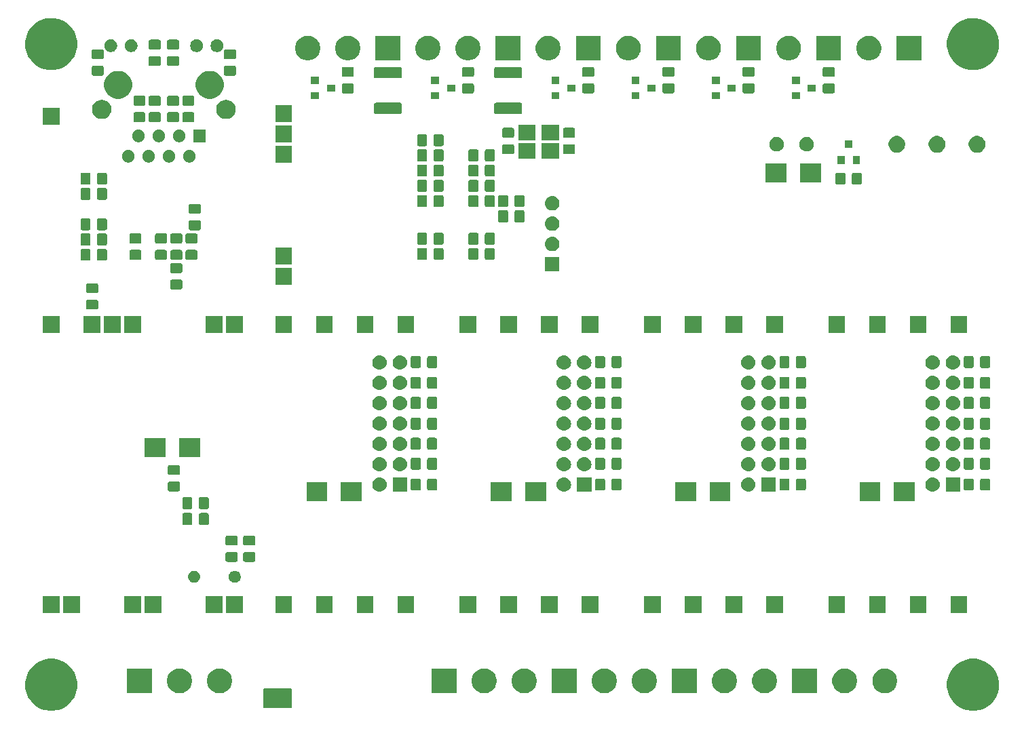
<source format=gbs>
G04 #@! TF.GenerationSoftware,KiCad,Pcbnew,5.0.2-bee76a0~70~ubuntu18.04.1*
G04 #@! TF.CreationDate,2019-04-28T14:18:51+03:00*
G04 #@! TF.ProjectId,LED_controller,4c45445f-636f-46e7-9472-6f6c6c65722e,rev?*
G04 #@! TF.SameCoordinates,Original*
G04 #@! TF.FileFunction,Soldermask,Bot*
G04 #@! TF.FilePolarity,Negative*
%FSLAX45Y45*%
G04 Gerber Fmt 4.5, Leading zero omitted, Abs format (unit mm)*
G04 Created by KiCad (PCBNEW 5.0.2-bee76a0~70~ubuntu18.04.1) date Вс 28 апр 2019 14:18:51*
%MOMM*%
%LPD*%
G01*
G04 APERTURE LIST*
%ADD10C,0.200000*%
G04 APERTURE END LIST*
D10*
G36*
X8000000Y-13400000D02*
X8340000Y-13400000D01*
X8340000Y-13630000D01*
X8000000Y-13630000D01*
X8000000Y-13400000D01*
G37*
X8000000Y-13400000D02*
X8340000Y-13400000D01*
X8340000Y-13630000D01*
X8000000Y-13630000D01*
X8000000Y-13400000D01*
G36*
X16944799Y-13037490D02*
X17003945Y-13061989D01*
X17057175Y-13097556D01*
X17102444Y-13142825D01*
X17138011Y-13196055D01*
X17162510Y-13255201D01*
X17162510Y-13255201D01*
X17175000Y-13317990D01*
X17175000Y-13382010D01*
X17172416Y-13395000D01*
X17162510Y-13444799D01*
X17138011Y-13503945D01*
X17102444Y-13557175D01*
X17057175Y-13602444D01*
X17003945Y-13638011D01*
X16944799Y-13662510D01*
X16913404Y-13668755D01*
X16882010Y-13675000D01*
X16817990Y-13675000D01*
X16786596Y-13668755D01*
X16755201Y-13662510D01*
X16696055Y-13638011D01*
X16642825Y-13602444D01*
X16597556Y-13557175D01*
X16561989Y-13503945D01*
X16537490Y-13444799D01*
X16527584Y-13395000D01*
X16525000Y-13382010D01*
X16525000Y-13317990D01*
X16537490Y-13255201D01*
X16537490Y-13255201D01*
X16561989Y-13196055D01*
X16597556Y-13142825D01*
X16642825Y-13097556D01*
X16696055Y-13061989D01*
X16755201Y-13037490D01*
X16817990Y-13025000D01*
X16882010Y-13025000D01*
X16944799Y-13037490D01*
X16944799Y-13037490D01*
G37*
G36*
X5444799Y-13037490D02*
X5503945Y-13061989D01*
X5557175Y-13097556D01*
X5602444Y-13142825D01*
X5638011Y-13196055D01*
X5662510Y-13255201D01*
X5662510Y-13255201D01*
X5675000Y-13317990D01*
X5675000Y-13382010D01*
X5672416Y-13395000D01*
X5662510Y-13444799D01*
X5638011Y-13503945D01*
X5602444Y-13557175D01*
X5557175Y-13602444D01*
X5503945Y-13638011D01*
X5444799Y-13662510D01*
X5413404Y-13668755D01*
X5382010Y-13675000D01*
X5317990Y-13675000D01*
X5286596Y-13668755D01*
X5255201Y-13662510D01*
X5196055Y-13638011D01*
X5142825Y-13602444D01*
X5097556Y-13557175D01*
X5061989Y-13503945D01*
X5037490Y-13444799D01*
X5027584Y-13395000D01*
X5025000Y-13382010D01*
X5025000Y-13317990D01*
X5037490Y-13255201D01*
X5037490Y-13255201D01*
X5061989Y-13196055D01*
X5097556Y-13142825D01*
X5142825Y-13097556D01*
X5196055Y-13061989D01*
X5255201Y-13037490D01*
X5317990Y-13025000D01*
X5382010Y-13025000D01*
X5444799Y-13037490D01*
X5444799Y-13037490D01*
G37*
G36*
X14295212Y-13150956D02*
X14304974Y-13155000D01*
X14323420Y-13162641D01*
X14338638Y-13172809D01*
X14348807Y-13179604D01*
X14370396Y-13201193D01*
X14370675Y-13201610D01*
X14387359Y-13226580D01*
X14394727Y-13244368D01*
X14399043Y-13254788D01*
X14405000Y-13284734D01*
X14405000Y-13315266D01*
X14399043Y-13345212D01*
X14395224Y-13354432D01*
X14387359Y-13373420D01*
X14381620Y-13382010D01*
X14370396Y-13398807D01*
X14348807Y-13420396D01*
X14338638Y-13427191D01*
X14323420Y-13437359D01*
X14305632Y-13444727D01*
X14295212Y-13449043D01*
X14265266Y-13455000D01*
X14234734Y-13455000D01*
X14204788Y-13449043D01*
X14194368Y-13444727D01*
X14176580Y-13437359D01*
X14161362Y-13427191D01*
X14151193Y-13420396D01*
X14129604Y-13398807D01*
X14118380Y-13382010D01*
X14112641Y-13373420D01*
X14104776Y-13354432D01*
X14100956Y-13345212D01*
X14095000Y-13315266D01*
X14095000Y-13284734D01*
X14100956Y-13254788D01*
X14105273Y-13244368D01*
X14112641Y-13226580D01*
X14129325Y-13201610D01*
X14129604Y-13201193D01*
X14151193Y-13179604D01*
X14161362Y-13172809D01*
X14176580Y-13162641D01*
X14195026Y-13155000D01*
X14204788Y-13150956D01*
X14234734Y-13145000D01*
X14265266Y-13145000D01*
X14295212Y-13150956D01*
X14295212Y-13150956D01*
G37*
G36*
X12795212Y-13150956D02*
X12804974Y-13155000D01*
X12823420Y-13162641D01*
X12838638Y-13172809D01*
X12848807Y-13179604D01*
X12870396Y-13201193D01*
X12870675Y-13201610D01*
X12887359Y-13226580D01*
X12894727Y-13244368D01*
X12899043Y-13254788D01*
X12905000Y-13284734D01*
X12905000Y-13315266D01*
X12899043Y-13345212D01*
X12895224Y-13354432D01*
X12887359Y-13373420D01*
X12881620Y-13382010D01*
X12870396Y-13398807D01*
X12848807Y-13420396D01*
X12838638Y-13427191D01*
X12823420Y-13437359D01*
X12805632Y-13444727D01*
X12795212Y-13449043D01*
X12765266Y-13455000D01*
X12734734Y-13455000D01*
X12704788Y-13449043D01*
X12694368Y-13444727D01*
X12676580Y-13437359D01*
X12661362Y-13427191D01*
X12651193Y-13420396D01*
X12629604Y-13398807D01*
X12618380Y-13382010D01*
X12612641Y-13373420D01*
X12604776Y-13354432D01*
X12600956Y-13345212D01*
X12595000Y-13315266D01*
X12595000Y-13284734D01*
X12600956Y-13254788D01*
X12605273Y-13244368D01*
X12612641Y-13226580D01*
X12629325Y-13201610D01*
X12629604Y-13201193D01*
X12651193Y-13179604D01*
X12661362Y-13172809D01*
X12676580Y-13162641D01*
X12695026Y-13155000D01*
X12704788Y-13150956D01*
X12734734Y-13145000D01*
X12765266Y-13145000D01*
X12795212Y-13150956D01*
X12795212Y-13150956D01*
G37*
G36*
X13405000Y-13455000D02*
X13095000Y-13455000D01*
X13095000Y-13145000D01*
X13405000Y-13145000D01*
X13405000Y-13455000D01*
X13405000Y-13455000D01*
G37*
G36*
X13795212Y-13150956D02*
X13804974Y-13155000D01*
X13823420Y-13162641D01*
X13838638Y-13172809D01*
X13848807Y-13179604D01*
X13870396Y-13201193D01*
X13870675Y-13201610D01*
X13887359Y-13226580D01*
X13894727Y-13244368D01*
X13899043Y-13254788D01*
X13905000Y-13284734D01*
X13905000Y-13315266D01*
X13899043Y-13345212D01*
X13895224Y-13354432D01*
X13887359Y-13373420D01*
X13881620Y-13382010D01*
X13870396Y-13398807D01*
X13848807Y-13420396D01*
X13838638Y-13427191D01*
X13823420Y-13437359D01*
X13805632Y-13444727D01*
X13795212Y-13449043D01*
X13765266Y-13455000D01*
X13734734Y-13455000D01*
X13704788Y-13449043D01*
X13694368Y-13444727D01*
X13676580Y-13437359D01*
X13661362Y-13427191D01*
X13651193Y-13420396D01*
X13629604Y-13398807D01*
X13618380Y-13382010D01*
X13612641Y-13373420D01*
X13604776Y-13354432D01*
X13600956Y-13345212D01*
X13595000Y-13315266D01*
X13595000Y-13284734D01*
X13600956Y-13254788D01*
X13605273Y-13244368D01*
X13612641Y-13226580D01*
X13629325Y-13201610D01*
X13629604Y-13201193D01*
X13651193Y-13179604D01*
X13661362Y-13172809D01*
X13676580Y-13162641D01*
X13695026Y-13155000D01*
X13704788Y-13150956D01*
X13734734Y-13145000D01*
X13765266Y-13145000D01*
X13795212Y-13150956D01*
X13795212Y-13150956D01*
G37*
G36*
X14905000Y-13455000D02*
X14595000Y-13455000D01*
X14595000Y-13145000D01*
X14905000Y-13145000D01*
X14905000Y-13455000D01*
X14905000Y-13455000D01*
G37*
G36*
X15295212Y-13150956D02*
X15304974Y-13155000D01*
X15323420Y-13162641D01*
X15338638Y-13172809D01*
X15348807Y-13179604D01*
X15370396Y-13201193D01*
X15370675Y-13201610D01*
X15387359Y-13226580D01*
X15394727Y-13244368D01*
X15399043Y-13254788D01*
X15405000Y-13284734D01*
X15405000Y-13315266D01*
X15399043Y-13345212D01*
X15395224Y-13354432D01*
X15387359Y-13373420D01*
X15381620Y-13382010D01*
X15370396Y-13398807D01*
X15348807Y-13420396D01*
X15338638Y-13427191D01*
X15323420Y-13437359D01*
X15305632Y-13444727D01*
X15295212Y-13449043D01*
X15265266Y-13455000D01*
X15234734Y-13455000D01*
X15204788Y-13449043D01*
X15194368Y-13444727D01*
X15176580Y-13437359D01*
X15161362Y-13427191D01*
X15151193Y-13420396D01*
X15129604Y-13398807D01*
X15118380Y-13382010D01*
X15112641Y-13373420D01*
X15104776Y-13354432D01*
X15100956Y-13345212D01*
X15095000Y-13315266D01*
X15095000Y-13284734D01*
X15100956Y-13254788D01*
X15105273Y-13244368D01*
X15112641Y-13226580D01*
X15129325Y-13201610D01*
X15129604Y-13201193D01*
X15151193Y-13179604D01*
X15161362Y-13172809D01*
X15176580Y-13162641D01*
X15195026Y-13155000D01*
X15204788Y-13150956D01*
X15234734Y-13145000D01*
X15265266Y-13145000D01*
X15295212Y-13150956D01*
X15295212Y-13150956D01*
G37*
G36*
X15795212Y-13150956D02*
X15804974Y-13155000D01*
X15823420Y-13162641D01*
X15838638Y-13172809D01*
X15848807Y-13179604D01*
X15870396Y-13201193D01*
X15870675Y-13201610D01*
X15887359Y-13226580D01*
X15894727Y-13244368D01*
X15899043Y-13254788D01*
X15905000Y-13284734D01*
X15905000Y-13315266D01*
X15899043Y-13345212D01*
X15895224Y-13354432D01*
X15887359Y-13373420D01*
X15881620Y-13382010D01*
X15870396Y-13398807D01*
X15848807Y-13420396D01*
X15838638Y-13427191D01*
X15823420Y-13437359D01*
X15805632Y-13444727D01*
X15795212Y-13449043D01*
X15765266Y-13455000D01*
X15734734Y-13455000D01*
X15704788Y-13449043D01*
X15694368Y-13444727D01*
X15676580Y-13437359D01*
X15661362Y-13427191D01*
X15651193Y-13420396D01*
X15629604Y-13398807D01*
X15618380Y-13382010D01*
X15612641Y-13373420D01*
X15604776Y-13354432D01*
X15600956Y-13345212D01*
X15595000Y-13315266D01*
X15595000Y-13284734D01*
X15600956Y-13254788D01*
X15605273Y-13244368D01*
X15612641Y-13226580D01*
X15629325Y-13201610D01*
X15629604Y-13201193D01*
X15651193Y-13179604D01*
X15661362Y-13172809D01*
X15676580Y-13162641D01*
X15695026Y-13155000D01*
X15704788Y-13150956D01*
X15734734Y-13145000D01*
X15765266Y-13145000D01*
X15795212Y-13150956D01*
X15795212Y-13150956D01*
G37*
G36*
X6605000Y-13455000D02*
X6295000Y-13455000D01*
X6295000Y-13145000D01*
X6605000Y-13145000D01*
X6605000Y-13455000D01*
X6605000Y-13455000D01*
G37*
G36*
X7495212Y-13150956D02*
X7504974Y-13155000D01*
X7523420Y-13162641D01*
X7538638Y-13172809D01*
X7548807Y-13179604D01*
X7570396Y-13201193D01*
X7570675Y-13201610D01*
X7587359Y-13226580D01*
X7594727Y-13244368D01*
X7599043Y-13254788D01*
X7605000Y-13284734D01*
X7605000Y-13315266D01*
X7599043Y-13345212D01*
X7595224Y-13354432D01*
X7587359Y-13373420D01*
X7581620Y-13382010D01*
X7570396Y-13398807D01*
X7548807Y-13420396D01*
X7538638Y-13427191D01*
X7523420Y-13437359D01*
X7505632Y-13444727D01*
X7495212Y-13449043D01*
X7465266Y-13455000D01*
X7434734Y-13455000D01*
X7404788Y-13449043D01*
X7394368Y-13444727D01*
X7376580Y-13437359D01*
X7361362Y-13427191D01*
X7351193Y-13420396D01*
X7329604Y-13398807D01*
X7318380Y-13382010D01*
X7312641Y-13373420D01*
X7304776Y-13354432D01*
X7300956Y-13345212D01*
X7295000Y-13315266D01*
X7295000Y-13284734D01*
X7300956Y-13254788D01*
X7305273Y-13244368D01*
X7312641Y-13226580D01*
X7329325Y-13201610D01*
X7329604Y-13201193D01*
X7351193Y-13179604D01*
X7361362Y-13172809D01*
X7376580Y-13162641D01*
X7395026Y-13155000D01*
X7404788Y-13150956D01*
X7434734Y-13145000D01*
X7465266Y-13145000D01*
X7495212Y-13150956D01*
X7495212Y-13150956D01*
G37*
G36*
X10405000Y-13455000D02*
X10095000Y-13455000D01*
X10095000Y-13145000D01*
X10405000Y-13145000D01*
X10405000Y-13455000D01*
X10405000Y-13455000D01*
G37*
G36*
X10795212Y-13150956D02*
X10804974Y-13155000D01*
X10823420Y-13162641D01*
X10838638Y-13172809D01*
X10848807Y-13179604D01*
X10870396Y-13201193D01*
X10870675Y-13201610D01*
X10887359Y-13226580D01*
X10894727Y-13244368D01*
X10899044Y-13254788D01*
X10905000Y-13284734D01*
X10905000Y-13315266D01*
X10899044Y-13345212D01*
X10895224Y-13354432D01*
X10887359Y-13373420D01*
X10881620Y-13382010D01*
X10870396Y-13398807D01*
X10848807Y-13420396D01*
X10838638Y-13427191D01*
X10823420Y-13437359D01*
X10805632Y-13444727D01*
X10795212Y-13449043D01*
X10765266Y-13455000D01*
X10734734Y-13455000D01*
X10704788Y-13449043D01*
X10694368Y-13444727D01*
X10676580Y-13437359D01*
X10661362Y-13427191D01*
X10651193Y-13420396D01*
X10629604Y-13398807D01*
X10618380Y-13382010D01*
X10612641Y-13373420D01*
X10604776Y-13354432D01*
X10600957Y-13345212D01*
X10595000Y-13315266D01*
X10595000Y-13284734D01*
X10600957Y-13254788D01*
X10605273Y-13244368D01*
X10612641Y-13226580D01*
X10629325Y-13201610D01*
X10629604Y-13201193D01*
X10651193Y-13179604D01*
X10661362Y-13172809D01*
X10676580Y-13162641D01*
X10695026Y-13155000D01*
X10704788Y-13150956D01*
X10734734Y-13145000D01*
X10765266Y-13145000D01*
X10795212Y-13150956D01*
X10795212Y-13150956D01*
G37*
G36*
X11295212Y-13150956D02*
X11304974Y-13155000D01*
X11323420Y-13162641D01*
X11338638Y-13172809D01*
X11348807Y-13179604D01*
X11370396Y-13201193D01*
X11370675Y-13201610D01*
X11387359Y-13226580D01*
X11394727Y-13244368D01*
X11399043Y-13254788D01*
X11405000Y-13284734D01*
X11405000Y-13315266D01*
X11399043Y-13345212D01*
X11395224Y-13354432D01*
X11387359Y-13373420D01*
X11381620Y-13382010D01*
X11370396Y-13398807D01*
X11348807Y-13420396D01*
X11338638Y-13427191D01*
X11323420Y-13437359D01*
X11305632Y-13444727D01*
X11295212Y-13449043D01*
X11265266Y-13455000D01*
X11234734Y-13455000D01*
X11204788Y-13449043D01*
X11194368Y-13444727D01*
X11176580Y-13437359D01*
X11161362Y-13427191D01*
X11151193Y-13420396D01*
X11129604Y-13398807D01*
X11118380Y-13382010D01*
X11112641Y-13373420D01*
X11104776Y-13354432D01*
X11100957Y-13345212D01*
X11095000Y-13315266D01*
X11095000Y-13284734D01*
X11100957Y-13254788D01*
X11105273Y-13244368D01*
X11112641Y-13226580D01*
X11129325Y-13201610D01*
X11129604Y-13201193D01*
X11151193Y-13179604D01*
X11161362Y-13172809D01*
X11176580Y-13162641D01*
X11195026Y-13155000D01*
X11204788Y-13150956D01*
X11234734Y-13145000D01*
X11265266Y-13145000D01*
X11295212Y-13150956D01*
X11295212Y-13150956D01*
G37*
G36*
X11905000Y-13455000D02*
X11595000Y-13455000D01*
X11595000Y-13145000D01*
X11905000Y-13145000D01*
X11905000Y-13455000D01*
X11905000Y-13455000D01*
G37*
G36*
X12295212Y-13150956D02*
X12304974Y-13155000D01*
X12323420Y-13162641D01*
X12338638Y-13172809D01*
X12348807Y-13179604D01*
X12370396Y-13201193D01*
X12370675Y-13201610D01*
X12387359Y-13226580D01*
X12394727Y-13244368D01*
X12399043Y-13254788D01*
X12405000Y-13284734D01*
X12405000Y-13315266D01*
X12399043Y-13345212D01*
X12395224Y-13354432D01*
X12387359Y-13373420D01*
X12381620Y-13382010D01*
X12370396Y-13398807D01*
X12348807Y-13420396D01*
X12338638Y-13427191D01*
X12323420Y-13437359D01*
X12305632Y-13444727D01*
X12295212Y-13449043D01*
X12265266Y-13455000D01*
X12234734Y-13455000D01*
X12204788Y-13449043D01*
X12194368Y-13444727D01*
X12176580Y-13437359D01*
X12161362Y-13427191D01*
X12151193Y-13420396D01*
X12129604Y-13398807D01*
X12118380Y-13382010D01*
X12112641Y-13373420D01*
X12104776Y-13354432D01*
X12100956Y-13345212D01*
X12095000Y-13315266D01*
X12095000Y-13284734D01*
X12100956Y-13254788D01*
X12105273Y-13244368D01*
X12112641Y-13226580D01*
X12129325Y-13201610D01*
X12129604Y-13201193D01*
X12151193Y-13179604D01*
X12161362Y-13172809D01*
X12176580Y-13162641D01*
X12195026Y-13155000D01*
X12204788Y-13150956D01*
X12234734Y-13145000D01*
X12265266Y-13145000D01*
X12295212Y-13150956D01*
X12295212Y-13150956D01*
G37*
G36*
X6995212Y-13150956D02*
X7004974Y-13155000D01*
X7023420Y-13162641D01*
X7038638Y-13172809D01*
X7048807Y-13179604D01*
X7070396Y-13201193D01*
X7070675Y-13201610D01*
X7087359Y-13226580D01*
X7094727Y-13244368D01*
X7099043Y-13254788D01*
X7105000Y-13284734D01*
X7105000Y-13315266D01*
X7099043Y-13345212D01*
X7095224Y-13354432D01*
X7087359Y-13373420D01*
X7081620Y-13382010D01*
X7070396Y-13398807D01*
X7048807Y-13420396D01*
X7038638Y-13427191D01*
X7023420Y-13437359D01*
X7005632Y-13444727D01*
X6995212Y-13449043D01*
X6965266Y-13455000D01*
X6934734Y-13455000D01*
X6904788Y-13449043D01*
X6894368Y-13444727D01*
X6876580Y-13437359D01*
X6861362Y-13427191D01*
X6851193Y-13420396D01*
X6829604Y-13398807D01*
X6818380Y-13382010D01*
X6812641Y-13373420D01*
X6804776Y-13354432D01*
X6800956Y-13345212D01*
X6795000Y-13315266D01*
X6795000Y-13284734D01*
X6800956Y-13254788D01*
X6805273Y-13244368D01*
X6812641Y-13226580D01*
X6829325Y-13201610D01*
X6829604Y-13201193D01*
X6851193Y-13179604D01*
X6861362Y-13172809D01*
X6876580Y-13162641D01*
X6895026Y-13155000D01*
X6904788Y-13150956D01*
X6934734Y-13145000D01*
X6965266Y-13145000D01*
X6995212Y-13150956D01*
X6995212Y-13150956D01*
G37*
G36*
X9879000Y-12455000D02*
X9669000Y-12455000D01*
X9669000Y-12245000D01*
X9879000Y-12245000D01*
X9879000Y-12455000D01*
X9879000Y-12455000D01*
G37*
G36*
X10655000Y-12455000D02*
X10445000Y-12455000D01*
X10445000Y-12245000D01*
X10655000Y-12245000D01*
X10655000Y-12455000D01*
X10655000Y-12455000D01*
G37*
G36*
X11163000Y-12455000D02*
X10953000Y-12455000D01*
X10953000Y-12245000D01*
X11163000Y-12245000D01*
X11163000Y-12455000D01*
X11163000Y-12455000D01*
G37*
G36*
X11671000Y-12455000D02*
X11461000Y-12455000D01*
X11461000Y-12245000D01*
X11671000Y-12245000D01*
X11671000Y-12455000D01*
X11671000Y-12455000D01*
G37*
G36*
X15763000Y-12455000D02*
X15553000Y-12455000D01*
X15553000Y-12245000D01*
X15763000Y-12245000D01*
X15763000Y-12455000D01*
X15763000Y-12455000D01*
G37*
G36*
X12955000Y-12455000D02*
X12745000Y-12455000D01*
X12745000Y-12245000D01*
X12955000Y-12245000D01*
X12955000Y-12455000D01*
X12955000Y-12455000D01*
G37*
G36*
X13971000Y-12455000D02*
X13761000Y-12455000D01*
X13761000Y-12245000D01*
X13971000Y-12245000D01*
X13971000Y-12455000D01*
X13971000Y-12455000D01*
G37*
G36*
X14479000Y-12455000D02*
X14269000Y-12455000D01*
X14269000Y-12245000D01*
X14479000Y-12245000D01*
X14479000Y-12455000D01*
X14479000Y-12455000D01*
G37*
G36*
X15255000Y-12455000D02*
X15045000Y-12455000D01*
X15045000Y-12245000D01*
X15255000Y-12245000D01*
X15255000Y-12455000D01*
X15255000Y-12455000D01*
G37*
G36*
X16271000Y-12455000D02*
X16061000Y-12455000D01*
X16061000Y-12245000D01*
X16271000Y-12245000D01*
X16271000Y-12455000D01*
X16271000Y-12455000D01*
G37*
G36*
X16779000Y-12455000D02*
X16569000Y-12455000D01*
X16569000Y-12245000D01*
X16779000Y-12245000D01*
X16779000Y-12455000D01*
X16779000Y-12455000D01*
G37*
G36*
X8863000Y-12455000D02*
X8653000Y-12455000D01*
X8653000Y-12245000D01*
X8863000Y-12245000D01*
X8863000Y-12455000D01*
X8863000Y-12455000D01*
G37*
G36*
X13463000Y-12455000D02*
X13253000Y-12455000D01*
X13253000Y-12245000D01*
X13463000Y-12245000D01*
X13463000Y-12455000D01*
X13463000Y-12455000D01*
G37*
G36*
X6725000Y-12455000D02*
X6515000Y-12455000D01*
X6515000Y-12245000D01*
X6725000Y-12245000D01*
X6725000Y-12455000D01*
X6725000Y-12455000D01*
G37*
G36*
X7741000Y-12455000D02*
X7531000Y-12455000D01*
X7531000Y-12245000D01*
X7741000Y-12245000D01*
X7741000Y-12455000D01*
X7741000Y-12455000D01*
G37*
G36*
X5455000Y-12455000D02*
X5245000Y-12455000D01*
X5245000Y-12245000D01*
X5455000Y-12245000D01*
X5455000Y-12455000D01*
X5455000Y-12455000D01*
G37*
G36*
X5709000Y-12455000D02*
X5499000Y-12455000D01*
X5499000Y-12245000D01*
X5709000Y-12245000D01*
X5709000Y-12455000D01*
X5709000Y-12455000D01*
G37*
G36*
X6471000Y-12455000D02*
X6261000Y-12455000D01*
X6261000Y-12245000D01*
X6471000Y-12245000D01*
X6471000Y-12455000D01*
X6471000Y-12455000D01*
G37*
G36*
X12179000Y-12455000D02*
X11969000Y-12455000D01*
X11969000Y-12245000D01*
X12179000Y-12245000D01*
X12179000Y-12455000D01*
X12179000Y-12455000D01*
G37*
G36*
X7487000Y-12455000D02*
X7277000Y-12455000D01*
X7277000Y-12245000D01*
X7487000Y-12245000D01*
X7487000Y-12455000D01*
X7487000Y-12455000D01*
G37*
G36*
X8355000Y-12455000D02*
X8145000Y-12455000D01*
X8145000Y-12245000D01*
X8355000Y-12245000D01*
X8355000Y-12455000D01*
X8355000Y-12455000D01*
G37*
G36*
X9371000Y-12455000D02*
X9161000Y-12455000D01*
X9161000Y-12245000D01*
X9371000Y-12245000D01*
X9371000Y-12455000D01*
X9371000Y-12455000D01*
G37*
G36*
X7657047Y-11926921D02*
X7661877Y-11927882D01*
X7675526Y-11933536D01*
X7687810Y-11941744D01*
X7698256Y-11952190D01*
X7706464Y-11964474D01*
X7712118Y-11978123D01*
X7712118Y-11978123D01*
X7715000Y-11992613D01*
X7715000Y-12007387D01*
X7713545Y-12014703D01*
X7712118Y-12021877D01*
X7706464Y-12035526D01*
X7698256Y-12047810D01*
X7687810Y-12058256D01*
X7675526Y-12066464D01*
X7661877Y-12072118D01*
X7657047Y-12073078D01*
X7647387Y-12075000D01*
X7632613Y-12075000D01*
X7622953Y-12073078D01*
X7618123Y-12072118D01*
X7604474Y-12066464D01*
X7592190Y-12058256D01*
X7581744Y-12047810D01*
X7573536Y-12035526D01*
X7567882Y-12021877D01*
X7566455Y-12014703D01*
X7565000Y-12007387D01*
X7565000Y-11992613D01*
X7567882Y-11978123D01*
X7567882Y-11978123D01*
X7573536Y-11964474D01*
X7581744Y-11952190D01*
X7592190Y-11941744D01*
X7604474Y-11933536D01*
X7618123Y-11927882D01*
X7622953Y-11926921D01*
X7632613Y-11925000D01*
X7647387Y-11925000D01*
X7657047Y-11926921D01*
X7657047Y-11926921D01*
G37*
G36*
X7146703Y-11926085D02*
X7152626Y-11927882D01*
X7160840Y-11930374D01*
X7172379Y-11936542D01*
X7173869Y-11937338D01*
X7185289Y-11946710D01*
X7194662Y-11958131D01*
X7194662Y-11958131D01*
X7201626Y-11971160D01*
X7201626Y-11971160D01*
X7205915Y-11985297D01*
X7207363Y-12000000D01*
X7205915Y-12014703D01*
X7203738Y-12021877D01*
X7201626Y-12028840D01*
X7195458Y-12040379D01*
X7194662Y-12041869D01*
X7185289Y-12053289D01*
X7173869Y-12062662D01*
X7173869Y-12062662D01*
X7160840Y-12069626D01*
X7156128Y-12071056D01*
X7146703Y-12073915D01*
X7135683Y-12075000D01*
X7128316Y-12075000D01*
X7117297Y-12073915D01*
X7107872Y-12071056D01*
X7103160Y-12069626D01*
X7090131Y-12062662D01*
X7090131Y-12062662D01*
X7078710Y-12053289D01*
X7069338Y-12041869D01*
X7068542Y-12040379D01*
X7062374Y-12028840D01*
X7060262Y-12021877D01*
X7058085Y-12014703D01*
X7056637Y-12000000D01*
X7058085Y-11985297D01*
X7062374Y-11971160D01*
X7062374Y-11971160D01*
X7069338Y-11958131D01*
X7069338Y-11958131D01*
X7078710Y-11946710D01*
X7090131Y-11937338D01*
X7091621Y-11936542D01*
X7103160Y-11930374D01*
X7111374Y-11927882D01*
X7117297Y-11926085D01*
X7128316Y-11925000D01*
X7135683Y-11925000D01*
X7146703Y-11926085D01*
X7146703Y-11926085D01*
G37*
G36*
X7876532Y-11690476D02*
X7880828Y-11691779D01*
X7884787Y-11693895D01*
X7888257Y-11696743D01*
X7891105Y-11700213D01*
X7893221Y-11704172D01*
X7894524Y-11708468D01*
X7895000Y-11713303D01*
X7895000Y-11791697D01*
X7894524Y-11796532D01*
X7893221Y-11800828D01*
X7891105Y-11804787D01*
X7888257Y-11808257D01*
X7884787Y-11811105D01*
X7880828Y-11813221D01*
X7876532Y-11814524D01*
X7871697Y-11815000D01*
X7768303Y-11815000D01*
X7763468Y-11814524D01*
X7759172Y-11813221D01*
X7755213Y-11811105D01*
X7751743Y-11808257D01*
X7748895Y-11804787D01*
X7746779Y-11800828D01*
X7745476Y-11796532D01*
X7745000Y-11791697D01*
X7745000Y-11713303D01*
X7745476Y-11708468D01*
X7746779Y-11704172D01*
X7748895Y-11700213D01*
X7751743Y-11696743D01*
X7755213Y-11693895D01*
X7759172Y-11691779D01*
X7763468Y-11690476D01*
X7768303Y-11690000D01*
X7871697Y-11690000D01*
X7876532Y-11690476D01*
X7876532Y-11690476D01*
G37*
G36*
X7656532Y-11690476D02*
X7660828Y-11691779D01*
X7664787Y-11693895D01*
X7668257Y-11696743D01*
X7671105Y-11700213D01*
X7673221Y-11704172D01*
X7674524Y-11708468D01*
X7675000Y-11713303D01*
X7675000Y-11791697D01*
X7674524Y-11796532D01*
X7673221Y-11800828D01*
X7671105Y-11804787D01*
X7668257Y-11808257D01*
X7664787Y-11811105D01*
X7660828Y-11813221D01*
X7656532Y-11814524D01*
X7651697Y-11815000D01*
X7548303Y-11815000D01*
X7543468Y-11814524D01*
X7539172Y-11813221D01*
X7535213Y-11811105D01*
X7531743Y-11808257D01*
X7528895Y-11804787D01*
X7526779Y-11800828D01*
X7525476Y-11796532D01*
X7525000Y-11791697D01*
X7525000Y-11713303D01*
X7525476Y-11708468D01*
X7526779Y-11704172D01*
X7528895Y-11700213D01*
X7531743Y-11696743D01*
X7535213Y-11693895D01*
X7539172Y-11691779D01*
X7543468Y-11690476D01*
X7548303Y-11690000D01*
X7651697Y-11690000D01*
X7656532Y-11690476D01*
X7656532Y-11690476D01*
G37*
G36*
X7876532Y-11485476D02*
X7880828Y-11486779D01*
X7884787Y-11488895D01*
X7888257Y-11491743D01*
X7891105Y-11495213D01*
X7893221Y-11499172D01*
X7894524Y-11503468D01*
X7895000Y-11508303D01*
X7895000Y-11586697D01*
X7894524Y-11591532D01*
X7893221Y-11595828D01*
X7891105Y-11599787D01*
X7888257Y-11603257D01*
X7884787Y-11606105D01*
X7880828Y-11608221D01*
X7876532Y-11609524D01*
X7871697Y-11610000D01*
X7768303Y-11610000D01*
X7763468Y-11609524D01*
X7759172Y-11608221D01*
X7755213Y-11606105D01*
X7751743Y-11603257D01*
X7748895Y-11599787D01*
X7746779Y-11595828D01*
X7745476Y-11591532D01*
X7745000Y-11586697D01*
X7745000Y-11508303D01*
X7745476Y-11503468D01*
X7746779Y-11499172D01*
X7748895Y-11495213D01*
X7751743Y-11491743D01*
X7755213Y-11488895D01*
X7759172Y-11486779D01*
X7763468Y-11485476D01*
X7768303Y-11485000D01*
X7871697Y-11485000D01*
X7876532Y-11485476D01*
X7876532Y-11485476D01*
G37*
G36*
X7656532Y-11485476D02*
X7660828Y-11486779D01*
X7664787Y-11488895D01*
X7668257Y-11491743D01*
X7671105Y-11495213D01*
X7673221Y-11499172D01*
X7674524Y-11503468D01*
X7675000Y-11508303D01*
X7675000Y-11586697D01*
X7674524Y-11591532D01*
X7673221Y-11595828D01*
X7671105Y-11599787D01*
X7668257Y-11603257D01*
X7664787Y-11606105D01*
X7660828Y-11608221D01*
X7656532Y-11609524D01*
X7651697Y-11610000D01*
X7548303Y-11610000D01*
X7543468Y-11609524D01*
X7539172Y-11608221D01*
X7535213Y-11606105D01*
X7531743Y-11603257D01*
X7528895Y-11599787D01*
X7526779Y-11595828D01*
X7525476Y-11591532D01*
X7525000Y-11586697D01*
X7525000Y-11508303D01*
X7525476Y-11503468D01*
X7526779Y-11499172D01*
X7528895Y-11495213D01*
X7531743Y-11491743D01*
X7535213Y-11488895D01*
X7539172Y-11486779D01*
X7543468Y-11485476D01*
X7548303Y-11485000D01*
X7651697Y-11485000D01*
X7656532Y-11485476D01*
X7656532Y-11485476D01*
G37*
G36*
X7296532Y-11205476D02*
X7300828Y-11206779D01*
X7304787Y-11208895D01*
X7308257Y-11211743D01*
X7311105Y-11215213D01*
X7313221Y-11219172D01*
X7314524Y-11223468D01*
X7315000Y-11228303D01*
X7315000Y-11331697D01*
X7314524Y-11336532D01*
X7313221Y-11340828D01*
X7311105Y-11344787D01*
X7308257Y-11348257D01*
X7304787Y-11351105D01*
X7300828Y-11353221D01*
X7296532Y-11354524D01*
X7291697Y-11355000D01*
X7213303Y-11355000D01*
X7208468Y-11354524D01*
X7204172Y-11353221D01*
X7200213Y-11351105D01*
X7196743Y-11348257D01*
X7193895Y-11344787D01*
X7191779Y-11340828D01*
X7190476Y-11336532D01*
X7190000Y-11331697D01*
X7190000Y-11228303D01*
X7190476Y-11223468D01*
X7191779Y-11219172D01*
X7193895Y-11215213D01*
X7196743Y-11211743D01*
X7200213Y-11208895D01*
X7204172Y-11206779D01*
X7208468Y-11205476D01*
X7213303Y-11205000D01*
X7291697Y-11205000D01*
X7296532Y-11205476D01*
X7296532Y-11205476D01*
G37*
G36*
X7091532Y-11205476D02*
X7095828Y-11206779D01*
X7099787Y-11208895D01*
X7103257Y-11211743D01*
X7106105Y-11215213D01*
X7108221Y-11219172D01*
X7109524Y-11223468D01*
X7110000Y-11228303D01*
X7110000Y-11331697D01*
X7109524Y-11336532D01*
X7108221Y-11340828D01*
X7106105Y-11344787D01*
X7103257Y-11348257D01*
X7099787Y-11351105D01*
X7095828Y-11353221D01*
X7091532Y-11354524D01*
X7086697Y-11355000D01*
X7008303Y-11355000D01*
X7003468Y-11354524D01*
X6999172Y-11353221D01*
X6995213Y-11351105D01*
X6991743Y-11348257D01*
X6988895Y-11344787D01*
X6986779Y-11340828D01*
X6985476Y-11336532D01*
X6985000Y-11331697D01*
X6985000Y-11228303D01*
X6985476Y-11223468D01*
X6986779Y-11219172D01*
X6988895Y-11215213D01*
X6991743Y-11211743D01*
X6995213Y-11208895D01*
X6999172Y-11206779D01*
X7003468Y-11205476D01*
X7008303Y-11205000D01*
X7086697Y-11205000D01*
X7091532Y-11205476D01*
X7091532Y-11205476D01*
G37*
G36*
X7296532Y-11005476D02*
X7300828Y-11006779D01*
X7304787Y-11008895D01*
X7308257Y-11011743D01*
X7311105Y-11015213D01*
X7313221Y-11019172D01*
X7314524Y-11023468D01*
X7315000Y-11028303D01*
X7315000Y-11131697D01*
X7314524Y-11136532D01*
X7313221Y-11140828D01*
X7311105Y-11144787D01*
X7308257Y-11148257D01*
X7304787Y-11151105D01*
X7300828Y-11153221D01*
X7296532Y-11154524D01*
X7291697Y-11155000D01*
X7213303Y-11155000D01*
X7208468Y-11154524D01*
X7204172Y-11153221D01*
X7200213Y-11151105D01*
X7196743Y-11148257D01*
X7193895Y-11144787D01*
X7191779Y-11140828D01*
X7190476Y-11136532D01*
X7190000Y-11131697D01*
X7190000Y-11028303D01*
X7190476Y-11023468D01*
X7191779Y-11019172D01*
X7193895Y-11015213D01*
X7196743Y-11011743D01*
X7200213Y-11008895D01*
X7204172Y-11006779D01*
X7208468Y-11005476D01*
X7213303Y-11005000D01*
X7291697Y-11005000D01*
X7296532Y-11005476D01*
X7296532Y-11005476D01*
G37*
G36*
X7091532Y-11005476D02*
X7095828Y-11006779D01*
X7099787Y-11008895D01*
X7103257Y-11011743D01*
X7106105Y-11015213D01*
X7108221Y-11019172D01*
X7109524Y-11023468D01*
X7110000Y-11028303D01*
X7110000Y-11131697D01*
X7109524Y-11136532D01*
X7108221Y-11140828D01*
X7106105Y-11144787D01*
X7103257Y-11148257D01*
X7099787Y-11151105D01*
X7095828Y-11153221D01*
X7091532Y-11154524D01*
X7086697Y-11155000D01*
X7008303Y-11155000D01*
X7003468Y-11154524D01*
X6999172Y-11153221D01*
X6995213Y-11151105D01*
X6991743Y-11148257D01*
X6988895Y-11144787D01*
X6986779Y-11140828D01*
X6985476Y-11136532D01*
X6985000Y-11131697D01*
X6985000Y-11028303D01*
X6985476Y-11023468D01*
X6986779Y-11019172D01*
X6988895Y-11015213D01*
X6991743Y-11011743D01*
X6995213Y-11008895D01*
X6999172Y-11006779D01*
X7003468Y-11005476D01*
X7008303Y-11005000D01*
X7086697Y-11005000D01*
X7091532Y-11005476D01*
X7091532Y-11005476D01*
G37*
G36*
X16125000Y-11060000D02*
X15865000Y-11060000D01*
X15865000Y-10820000D01*
X16125000Y-10820000D01*
X16125000Y-11060000D01*
X16125000Y-11060000D01*
G37*
G36*
X8795000Y-11060000D02*
X8535000Y-11060000D01*
X8535000Y-10820000D01*
X8795000Y-10820000D01*
X8795000Y-11060000D01*
X8795000Y-11060000D01*
G37*
G36*
X9225000Y-11060000D02*
X8965000Y-11060000D01*
X8965000Y-10820000D01*
X9225000Y-10820000D01*
X9225000Y-11060000D01*
X9225000Y-11060000D01*
G37*
G36*
X11095000Y-11060000D02*
X10835000Y-11060000D01*
X10835000Y-10820000D01*
X11095000Y-10820000D01*
X11095000Y-11060000D01*
X11095000Y-11060000D01*
G37*
G36*
X15695000Y-11060000D02*
X15435000Y-11060000D01*
X15435000Y-10820000D01*
X15695000Y-10820000D01*
X15695000Y-11060000D01*
X15695000Y-11060000D01*
G37*
G36*
X13395000Y-11060000D02*
X13135000Y-11060000D01*
X13135000Y-10820000D01*
X13395000Y-10820000D01*
X13395000Y-11060000D01*
X13395000Y-11060000D01*
G37*
G36*
X13825000Y-11060000D02*
X13565000Y-11060000D01*
X13565000Y-10820000D01*
X13825000Y-10820000D01*
X13825000Y-11060000D01*
X13825000Y-11060000D01*
G37*
G36*
X11525000Y-11060000D02*
X11265000Y-11060000D01*
X11265000Y-10820000D01*
X11525000Y-10820000D01*
X11525000Y-11060000D01*
X11525000Y-11060000D01*
G37*
G36*
X16354828Y-10760434D02*
X16363643Y-10761302D01*
X16380608Y-10766449D01*
X16396243Y-10774806D01*
X16409947Y-10786053D01*
X16421194Y-10799757D01*
X16429551Y-10815392D01*
X16434698Y-10832357D01*
X16436435Y-10850000D01*
X16434698Y-10867643D01*
X16429551Y-10884608D01*
X16421194Y-10900243D01*
X16409947Y-10913948D01*
X16396243Y-10925194D01*
X16380608Y-10933551D01*
X16363643Y-10938698D01*
X16354828Y-10939566D01*
X16350421Y-10940000D01*
X16341579Y-10940000D01*
X16337172Y-10939566D01*
X16328357Y-10938698D01*
X16311392Y-10933551D01*
X16295757Y-10925194D01*
X16282052Y-10913948D01*
X16270806Y-10900243D01*
X16262449Y-10884608D01*
X16257302Y-10867643D01*
X16255565Y-10850000D01*
X16257302Y-10832357D01*
X16262449Y-10815392D01*
X16270806Y-10799757D01*
X16282052Y-10786053D01*
X16295757Y-10774806D01*
X16311392Y-10766449D01*
X16328357Y-10761302D01*
X16337172Y-10760434D01*
X16341579Y-10760000D01*
X16350421Y-10760000D01*
X16354828Y-10760434D01*
X16354828Y-10760434D01*
G37*
G36*
X16690000Y-10940000D02*
X16510000Y-10940000D01*
X16510000Y-10760000D01*
X16690000Y-10760000D01*
X16690000Y-10940000D01*
X16690000Y-10940000D01*
G37*
G36*
X9454828Y-10760434D02*
X9463643Y-10761302D01*
X9480608Y-10766449D01*
X9496243Y-10774806D01*
X9509948Y-10786053D01*
X9521194Y-10799757D01*
X9529551Y-10815392D01*
X9534698Y-10832357D01*
X9536435Y-10850000D01*
X9534698Y-10867643D01*
X9529551Y-10884608D01*
X9521194Y-10900243D01*
X9509948Y-10913948D01*
X9496243Y-10925194D01*
X9480608Y-10933551D01*
X9463643Y-10938698D01*
X9454828Y-10939566D01*
X9450421Y-10940000D01*
X9441579Y-10940000D01*
X9437172Y-10939566D01*
X9428357Y-10938698D01*
X9411392Y-10933551D01*
X9395757Y-10925194D01*
X9382053Y-10913948D01*
X9370806Y-10900243D01*
X9362449Y-10884608D01*
X9357302Y-10867643D01*
X9355565Y-10850000D01*
X9357302Y-10832357D01*
X9362449Y-10815392D01*
X9370806Y-10799757D01*
X9382053Y-10786053D01*
X9395757Y-10774806D01*
X9411392Y-10766449D01*
X9428357Y-10761302D01*
X9437172Y-10760434D01*
X9441579Y-10760000D01*
X9450421Y-10760000D01*
X9454828Y-10760434D01*
X9454828Y-10760434D01*
G37*
G36*
X9790000Y-10940000D02*
X9610000Y-10940000D01*
X9610000Y-10760000D01*
X9790000Y-10760000D01*
X9790000Y-10940000D01*
X9790000Y-10940000D01*
G37*
G36*
X14390000Y-10940000D02*
X14210000Y-10940000D01*
X14210000Y-10760000D01*
X14390000Y-10760000D01*
X14390000Y-10940000D01*
X14390000Y-10940000D01*
G37*
G36*
X14054828Y-10760434D02*
X14063643Y-10761302D01*
X14080608Y-10766449D01*
X14096243Y-10774806D01*
X14109947Y-10786053D01*
X14121194Y-10799757D01*
X14129551Y-10815392D01*
X14134698Y-10832357D01*
X14136435Y-10850000D01*
X14134698Y-10867643D01*
X14129551Y-10884608D01*
X14121194Y-10900243D01*
X14109947Y-10913948D01*
X14096243Y-10925194D01*
X14080608Y-10933551D01*
X14063643Y-10938698D01*
X14054828Y-10939566D01*
X14050421Y-10940000D01*
X14041579Y-10940000D01*
X14037172Y-10939566D01*
X14028357Y-10938698D01*
X14011392Y-10933551D01*
X13995757Y-10925194D01*
X13982052Y-10913948D01*
X13970806Y-10900243D01*
X13962449Y-10884608D01*
X13957302Y-10867643D01*
X13955565Y-10850000D01*
X13957302Y-10832357D01*
X13962449Y-10815392D01*
X13970806Y-10799757D01*
X13982052Y-10786053D01*
X13995757Y-10774806D01*
X14011392Y-10766449D01*
X14028357Y-10761302D01*
X14037172Y-10760434D01*
X14041579Y-10760000D01*
X14050421Y-10760000D01*
X14054828Y-10760434D01*
X14054828Y-10760434D01*
G37*
G36*
X12090000Y-10940000D02*
X11910000Y-10940000D01*
X11910000Y-10760000D01*
X12090000Y-10760000D01*
X12090000Y-10940000D01*
X12090000Y-10940000D01*
G37*
G36*
X11754828Y-10760434D02*
X11763643Y-10761302D01*
X11780608Y-10766449D01*
X11796243Y-10774806D01*
X11809947Y-10786053D01*
X11821194Y-10799757D01*
X11829551Y-10815392D01*
X11834698Y-10832357D01*
X11836435Y-10850000D01*
X11834698Y-10867643D01*
X11829551Y-10884608D01*
X11821194Y-10900243D01*
X11809947Y-10913948D01*
X11796243Y-10925194D01*
X11780608Y-10933551D01*
X11763643Y-10938698D01*
X11754828Y-10939566D01*
X11750421Y-10940000D01*
X11741579Y-10940000D01*
X11737172Y-10939566D01*
X11728357Y-10938698D01*
X11711392Y-10933551D01*
X11695757Y-10925194D01*
X11682052Y-10913948D01*
X11670806Y-10900243D01*
X11662449Y-10884608D01*
X11657302Y-10867643D01*
X11655565Y-10850000D01*
X11657302Y-10832357D01*
X11662449Y-10815392D01*
X11670806Y-10799757D01*
X11682052Y-10786053D01*
X11695757Y-10774806D01*
X11711392Y-10766449D01*
X11728357Y-10761302D01*
X11737172Y-10760434D01*
X11741579Y-10760000D01*
X11750421Y-10760000D01*
X11754828Y-10760434D01*
X11754828Y-10760434D01*
G37*
G36*
X6936532Y-10810476D02*
X6940828Y-10811779D01*
X6944787Y-10813895D01*
X6948257Y-10816743D01*
X6951105Y-10820213D01*
X6953221Y-10824172D01*
X6954524Y-10828468D01*
X6955000Y-10833303D01*
X6955000Y-10911697D01*
X6954524Y-10916532D01*
X6953221Y-10920828D01*
X6951105Y-10924787D01*
X6948257Y-10928257D01*
X6944787Y-10931105D01*
X6940828Y-10933221D01*
X6936532Y-10934524D01*
X6931697Y-10935000D01*
X6828303Y-10935000D01*
X6823468Y-10934524D01*
X6819172Y-10933221D01*
X6815213Y-10931105D01*
X6811743Y-10928257D01*
X6808895Y-10924787D01*
X6806779Y-10920828D01*
X6805476Y-10916532D01*
X6805000Y-10911697D01*
X6805000Y-10833303D01*
X6805476Y-10828468D01*
X6806779Y-10824172D01*
X6808895Y-10820213D01*
X6811743Y-10816743D01*
X6815213Y-10813895D01*
X6819172Y-10811779D01*
X6823468Y-10810476D01*
X6828303Y-10810000D01*
X6931697Y-10810000D01*
X6936532Y-10810476D01*
X6936532Y-10810476D01*
G37*
G36*
X17046532Y-10775476D02*
X17050828Y-10776779D01*
X17054787Y-10778895D01*
X17058257Y-10781743D01*
X17061105Y-10785213D01*
X17063221Y-10789172D01*
X17064524Y-10793468D01*
X17065000Y-10798303D01*
X17065000Y-10901697D01*
X17064524Y-10906532D01*
X17063221Y-10910828D01*
X17061105Y-10914787D01*
X17058257Y-10918257D01*
X17054787Y-10921105D01*
X17050828Y-10923221D01*
X17046532Y-10924524D01*
X17041697Y-10925000D01*
X16963303Y-10925000D01*
X16958468Y-10924524D01*
X16954172Y-10923221D01*
X16950213Y-10921105D01*
X16946743Y-10918257D01*
X16943895Y-10914787D01*
X16941779Y-10910828D01*
X16940476Y-10906532D01*
X16940000Y-10901697D01*
X16940000Y-10798303D01*
X16940476Y-10793468D01*
X16941779Y-10789172D01*
X16943895Y-10785213D01*
X16946743Y-10781743D01*
X16950213Y-10778895D01*
X16954172Y-10776779D01*
X16958468Y-10775476D01*
X16963303Y-10775000D01*
X17041697Y-10775000D01*
X17046532Y-10775476D01*
X17046532Y-10775476D01*
G37*
G36*
X16841532Y-10775476D02*
X16845828Y-10776779D01*
X16849787Y-10778895D01*
X16853257Y-10781743D01*
X16856105Y-10785213D01*
X16858221Y-10789172D01*
X16859524Y-10793468D01*
X16860000Y-10798303D01*
X16860000Y-10901697D01*
X16859524Y-10906532D01*
X16858221Y-10910828D01*
X16856105Y-10914787D01*
X16853257Y-10918257D01*
X16849787Y-10921105D01*
X16845828Y-10923221D01*
X16841532Y-10924524D01*
X16836697Y-10925000D01*
X16758303Y-10925000D01*
X16753468Y-10924524D01*
X16749172Y-10923221D01*
X16745213Y-10921105D01*
X16741743Y-10918257D01*
X16738895Y-10914787D01*
X16736779Y-10910828D01*
X16735476Y-10906532D01*
X16735000Y-10901697D01*
X16735000Y-10798303D01*
X16735476Y-10793468D01*
X16736779Y-10789172D01*
X16738895Y-10785213D01*
X16741743Y-10781743D01*
X16745213Y-10778895D01*
X16749172Y-10776779D01*
X16753468Y-10775476D01*
X16758303Y-10775000D01*
X16836697Y-10775000D01*
X16841532Y-10775476D01*
X16841532Y-10775476D01*
G37*
G36*
X12241532Y-10775476D02*
X12245828Y-10776779D01*
X12249787Y-10778895D01*
X12253257Y-10781743D01*
X12256105Y-10785213D01*
X12258221Y-10789172D01*
X12259524Y-10793468D01*
X12260000Y-10798303D01*
X12260000Y-10901697D01*
X12259524Y-10906532D01*
X12258221Y-10910828D01*
X12256105Y-10914787D01*
X12253257Y-10918257D01*
X12249787Y-10921105D01*
X12245828Y-10923221D01*
X12241532Y-10924524D01*
X12236697Y-10925000D01*
X12158303Y-10925000D01*
X12153468Y-10924524D01*
X12149172Y-10923221D01*
X12145213Y-10921105D01*
X12141743Y-10918257D01*
X12138895Y-10914787D01*
X12136779Y-10910828D01*
X12135476Y-10906532D01*
X12135000Y-10901697D01*
X12135000Y-10798303D01*
X12135476Y-10793468D01*
X12136779Y-10789172D01*
X12138895Y-10785213D01*
X12141743Y-10781743D01*
X12145213Y-10778895D01*
X12149172Y-10776779D01*
X12153468Y-10775476D01*
X12158303Y-10775000D01*
X12236697Y-10775000D01*
X12241532Y-10775476D01*
X12241532Y-10775476D01*
G37*
G36*
X12446532Y-10775476D02*
X12450828Y-10776779D01*
X12454787Y-10778895D01*
X12458257Y-10781743D01*
X12461105Y-10785213D01*
X12463221Y-10789172D01*
X12464524Y-10793468D01*
X12465000Y-10798303D01*
X12465000Y-10901697D01*
X12464524Y-10906532D01*
X12463221Y-10910828D01*
X12461105Y-10914787D01*
X12458257Y-10918257D01*
X12454787Y-10921105D01*
X12450828Y-10923221D01*
X12446532Y-10924524D01*
X12441697Y-10925000D01*
X12363303Y-10925000D01*
X12358468Y-10924524D01*
X12354172Y-10923221D01*
X12350213Y-10921105D01*
X12346743Y-10918257D01*
X12343895Y-10914787D01*
X12341779Y-10910828D01*
X12340476Y-10906532D01*
X12340000Y-10901697D01*
X12340000Y-10798303D01*
X12340476Y-10793468D01*
X12341779Y-10789172D01*
X12343895Y-10785213D01*
X12346743Y-10781743D01*
X12350213Y-10778895D01*
X12354172Y-10776779D01*
X12358468Y-10775476D01*
X12363303Y-10775000D01*
X12441697Y-10775000D01*
X12446532Y-10775476D01*
X12446532Y-10775476D01*
G37*
G36*
X14746532Y-10775476D02*
X14750828Y-10776779D01*
X14754787Y-10778895D01*
X14758257Y-10781743D01*
X14761105Y-10785213D01*
X14763221Y-10789172D01*
X14764524Y-10793468D01*
X14765000Y-10798303D01*
X14765000Y-10901697D01*
X14764524Y-10906532D01*
X14763221Y-10910828D01*
X14761105Y-10914787D01*
X14758257Y-10918257D01*
X14754787Y-10921105D01*
X14750828Y-10923221D01*
X14746532Y-10924524D01*
X14741697Y-10925000D01*
X14663303Y-10925000D01*
X14658468Y-10924524D01*
X14654172Y-10923221D01*
X14650213Y-10921105D01*
X14646743Y-10918257D01*
X14643895Y-10914787D01*
X14641779Y-10910828D01*
X14640476Y-10906532D01*
X14640000Y-10901697D01*
X14640000Y-10798303D01*
X14640476Y-10793468D01*
X14641779Y-10789172D01*
X14643895Y-10785213D01*
X14646743Y-10781743D01*
X14650213Y-10778895D01*
X14654172Y-10776779D01*
X14658468Y-10775476D01*
X14663303Y-10775000D01*
X14741697Y-10775000D01*
X14746532Y-10775476D01*
X14746532Y-10775476D01*
G37*
G36*
X10146532Y-10775476D02*
X10150828Y-10776779D01*
X10154787Y-10778895D01*
X10158257Y-10781743D01*
X10161105Y-10785213D01*
X10163221Y-10789172D01*
X10164524Y-10793468D01*
X10165000Y-10798303D01*
X10165000Y-10901697D01*
X10164524Y-10906532D01*
X10163221Y-10910828D01*
X10161105Y-10914787D01*
X10158257Y-10918257D01*
X10154787Y-10921105D01*
X10150828Y-10923221D01*
X10146532Y-10924524D01*
X10141697Y-10925000D01*
X10063303Y-10925000D01*
X10058468Y-10924524D01*
X10054172Y-10923221D01*
X10050213Y-10921105D01*
X10046743Y-10918257D01*
X10043895Y-10914787D01*
X10041779Y-10910828D01*
X10040476Y-10906532D01*
X10040000Y-10901697D01*
X10040000Y-10798303D01*
X10040476Y-10793468D01*
X10041779Y-10789172D01*
X10043895Y-10785213D01*
X10046743Y-10781743D01*
X10050213Y-10778895D01*
X10054172Y-10776779D01*
X10058468Y-10775476D01*
X10063303Y-10775000D01*
X10141697Y-10775000D01*
X10146532Y-10775476D01*
X10146532Y-10775476D01*
G37*
G36*
X9941532Y-10775476D02*
X9945828Y-10776779D01*
X9949787Y-10778895D01*
X9953257Y-10781743D01*
X9956105Y-10785213D01*
X9958221Y-10789172D01*
X9959524Y-10793468D01*
X9960000Y-10798303D01*
X9960000Y-10901697D01*
X9959524Y-10906532D01*
X9958221Y-10910828D01*
X9956105Y-10914787D01*
X9953257Y-10918257D01*
X9949787Y-10921105D01*
X9945828Y-10923221D01*
X9941532Y-10924524D01*
X9936697Y-10925000D01*
X9858303Y-10925000D01*
X9853468Y-10924524D01*
X9849172Y-10923221D01*
X9845213Y-10921105D01*
X9841743Y-10918257D01*
X9838895Y-10914787D01*
X9836779Y-10910828D01*
X9835476Y-10906532D01*
X9835000Y-10901697D01*
X9835000Y-10798303D01*
X9835476Y-10793468D01*
X9836779Y-10789172D01*
X9838895Y-10785213D01*
X9841743Y-10781743D01*
X9845213Y-10778895D01*
X9849172Y-10776779D01*
X9853468Y-10775476D01*
X9858303Y-10775000D01*
X9936697Y-10775000D01*
X9941532Y-10775476D01*
X9941532Y-10775476D01*
G37*
G36*
X14541532Y-10775476D02*
X14545828Y-10776779D01*
X14549787Y-10778895D01*
X14553257Y-10781743D01*
X14556105Y-10785213D01*
X14558221Y-10789172D01*
X14559524Y-10793468D01*
X14560000Y-10798303D01*
X14560000Y-10901697D01*
X14559524Y-10906532D01*
X14558221Y-10910828D01*
X14556105Y-10914787D01*
X14553257Y-10918257D01*
X14549787Y-10921105D01*
X14545828Y-10923221D01*
X14541532Y-10924524D01*
X14536697Y-10925000D01*
X14458303Y-10925000D01*
X14453468Y-10924524D01*
X14449172Y-10923221D01*
X14445213Y-10921105D01*
X14441743Y-10918257D01*
X14438895Y-10914787D01*
X14436779Y-10910828D01*
X14435476Y-10906532D01*
X14435000Y-10901697D01*
X14435000Y-10798303D01*
X14435476Y-10793468D01*
X14436779Y-10789172D01*
X14438895Y-10785213D01*
X14441743Y-10781743D01*
X14445213Y-10778895D01*
X14449172Y-10776779D01*
X14453468Y-10775476D01*
X14458303Y-10775000D01*
X14536697Y-10775000D01*
X14541532Y-10775476D01*
X14541532Y-10775476D01*
G37*
G36*
X6936532Y-10605476D02*
X6940828Y-10606779D01*
X6944787Y-10608895D01*
X6948257Y-10611743D01*
X6951105Y-10615213D01*
X6953221Y-10619172D01*
X6954524Y-10623468D01*
X6955000Y-10628303D01*
X6955000Y-10706697D01*
X6954524Y-10711532D01*
X6953221Y-10715828D01*
X6951105Y-10719787D01*
X6948257Y-10723257D01*
X6944787Y-10726105D01*
X6940828Y-10728221D01*
X6936532Y-10729524D01*
X6931697Y-10730000D01*
X6828303Y-10730000D01*
X6823468Y-10729524D01*
X6819172Y-10728221D01*
X6815213Y-10726105D01*
X6811743Y-10723257D01*
X6808895Y-10719787D01*
X6806779Y-10715828D01*
X6805476Y-10711532D01*
X6805000Y-10706697D01*
X6805000Y-10628303D01*
X6805476Y-10623468D01*
X6806779Y-10619172D01*
X6808895Y-10615213D01*
X6811743Y-10611743D01*
X6815213Y-10608895D01*
X6819172Y-10606779D01*
X6823468Y-10605476D01*
X6828303Y-10605000D01*
X6931697Y-10605000D01*
X6936532Y-10605476D01*
X6936532Y-10605476D01*
G37*
G36*
X16608828Y-10506434D02*
X16617643Y-10507302D01*
X16634608Y-10512449D01*
X16650243Y-10520806D01*
X16663947Y-10532053D01*
X16675194Y-10545757D01*
X16683551Y-10561392D01*
X16688698Y-10578357D01*
X16690435Y-10596000D01*
X16688698Y-10613643D01*
X16683551Y-10630608D01*
X16675194Y-10646243D01*
X16663947Y-10659948D01*
X16650243Y-10671194D01*
X16634608Y-10679551D01*
X16617643Y-10684698D01*
X16608828Y-10685566D01*
X16604421Y-10686000D01*
X16595579Y-10686000D01*
X16591172Y-10685566D01*
X16582357Y-10684698D01*
X16565392Y-10679551D01*
X16549757Y-10671194D01*
X16536052Y-10659948D01*
X16524806Y-10646243D01*
X16516449Y-10630608D01*
X16511302Y-10613643D01*
X16509565Y-10596000D01*
X16511302Y-10578357D01*
X16516449Y-10561392D01*
X16524806Y-10545757D01*
X16536052Y-10532053D01*
X16549757Y-10520806D01*
X16565392Y-10512449D01*
X16582357Y-10507302D01*
X16591172Y-10506434D01*
X16595579Y-10506000D01*
X16604421Y-10506000D01*
X16608828Y-10506434D01*
X16608828Y-10506434D01*
G37*
G36*
X9708828Y-10506434D02*
X9717643Y-10507302D01*
X9734608Y-10512449D01*
X9750243Y-10520806D01*
X9763948Y-10532053D01*
X9775194Y-10545757D01*
X9783551Y-10561392D01*
X9788698Y-10578357D01*
X9790435Y-10596000D01*
X9788698Y-10613643D01*
X9783551Y-10630608D01*
X9775194Y-10646243D01*
X9763948Y-10659948D01*
X9750243Y-10671194D01*
X9734608Y-10679551D01*
X9717643Y-10684698D01*
X9708828Y-10685566D01*
X9704421Y-10686000D01*
X9695579Y-10686000D01*
X9691172Y-10685566D01*
X9682357Y-10684698D01*
X9665392Y-10679551D01*
X9649757Y-10671194D01*
X9636053Y-10659948D01*
X9624806Y-10646243D01*
X9616449Y-10630608D01*
X9611302Y-10613643D01*
X9609565Y-10596000D01*
X9611302Y-10578357D01*
X9616449Y-10561392D01*
X9624806Y-10545757D01*
X9636053Y-10532053D01*
X9649757Y-10520806D01*
X9665392Y-10512449D01*
X9682357Y-10507302D01*
X9691172Y-10506434D01*
X9695579Y-10506000D01*
X9704421Y-10506000D01*
X9708828Y-10506434D01*
X9708828Y-10506434D01*
G37*
G36*
X12008828Y-10506434D02*
X12017643Y-10507302D01*
X12034608Y-10512449D01*
X12050243Y-10520806D01*
X12063947Y-10532053D01*
X12075194Y-10545757D01*
X12083551Y-10561392D01*
X12088698Y-10578357D01*
X12090435Y-10596000D01*
X12088698Y-10613643D01*
X12083551Y-10630608D01*
X12075194Y-10646243D01*
X12063947Y-10659948D01*
X12050243Y-10671194D01*
X12034608Y-10679551D01*
X12017643Y-10684698D01*
X12008828Y-10685566D01*
X12004421Y-10686000D01*
X11995579Y-10686000D01*
X11991172Y-10685566D01*
X11982357Y-10684698D01*
X11965392Y-10679551D01*
X11949757Y-10671194D01*
X11936052Y-10659948D01*
X11924806Y-10646243D01*
X11916449Y-10630608D01*
X11911302Y-10613643D01*
X11909565Y-10596000D01*
X11911302Y-10578357D01*
X11916449Y-10561392D01*
X11924806Y-10545757D01*
X11936052Y-10532053D01*
X11949757Y-10520806D01*
X11965392Y-10512449D01*
X11982357Y-10507302D01*
X11991172Y-10506434D01*
X11995579Y-10506000D01*
X12004421Y-10506000D01*
X12008828Y-10506434D01*
X12008828Y-10506434D01*
G37*
G36*
X11754828Y-10506434D02*
X11763643Y-10507302D01*
X11780608Y-10512449D01*
X11796243Y-10520806D01*
X11809947Y-10532053D01*
X11821194Y-10545757D01*
X11829551Y-10561392D01*
X11834698Y-10578357D01*
X11836435Y-10596000D01*
X11834698Y-10613643D01*
X11829551Y-10630608D01*
X11821194Y-10646243D01*
X11809947Y-10659948D01*
X11796243Y-10671194D01*
X11780608Y-10679551D01*
X11763643Y-10684698D01*
X11754828Y-10685566D01*
X11750421Y-10686000D01*
X11741579Y-10686000D01*
X11737172Y-10685566D01*
X11728357Y-10684698D01*
X11711392Y-10679551D01*
X11695757Y-10671194D01*
X11682052Y-10659948D01*
X11670806Y-10646243D01*
X11662449Y-10630608D01*
X11657302Y-10613643D01*
X11655565Y-10596000D01*
X11657302Y-10578357D01*
X11662449Y-10561392D01*
X11670806Y-10545757D01*
X11682052Y-10532053D01*
X11695757Y-10520806D01*
X11711392Y-10512449D01*
X11728357Y-10507302D01*
X11737172Y-10506434D01*
X11741579Y-10506000D01*
X11750421Y-10506000D01*
X11754828Y-10506434D01*
X11754828Y-10506434D01*
G37*
G36*
X16354828Y-10506434D02*
X16363643Y-10507302D01*
X16380608Y-10512449D01*
X16396243Y-10520806D01*
X16409947Y-10532053D01*
X16421194Y-10545757D01*
X16429551Y-10561392D01*
X16434698Y-10578357D01*
X16436435Y-10596000D01*
X16434698Y-10613643D01*
X16429551Y-10630608D01*
X16421194Y-10646243D01*
X16409947Y-10659948D01*
X16396243Y-10671194D01*
X16380608Y-10679551D01*
X16363643Y-10684698D01*
X16354828Y-10685566D01*
X16350421Y-10686000D01*
X16341579Y-10686000D01*
X16337172Y-10685566D01*
X16328357Y-10684698D01*
X16311392Y-10679551D01*
X16295757Y-10671194D01*
X16282052Y-10659948D01*
X16270806Y-10646243D01*
X16262449Y-10630608D01*
X16257302Y-10613643D01*
X16255565Y-10596000D01*
X16257302Y-10578357D01*
X16262449Y-10561392D01*
X16270806Y-10545757D01*
X16282052Y-10532053D01*
X16295757Y-10520806D01*
X16311392Y-10512449D01*
X16328357Y-10507302D01*
X16337172Y-10506434D01*
X16341579Y-10506000D01*
X16350421Y-10506000D01*
X16354828Y-10506434D01*
X16354828Y-10506434D01*
G37*
G36*
X9454828Y-10506434D02*
X9463643Y-10507302D01*
X9480608Y-10512449D01*
X9496243Y-10520806D01*
X9509948Y-10532053D01*
X9521194Y-10545757D01*
X9529551Y-10561392D01*
X9534698Y-10578357D01*
X9536435Y-10596000D01*
X9534698Y-10613643D01*
X9529551Y-10630608D01*
X9521194Y-10646243D01*
X9509948Y-10659948D01*
X9496243Y-10671194D01*
X9480608Y-10679551D01*
X9463643Y-10684698D01*
X9454828Y-10685566D01*
X9450421Y-10686000D01*
X9441579Y-10686000D01*
X9437172Y-10685566D01*
X9428357Y-10684698D01*
X9411392Y-10679551D01*
X9395757Y-10671194D01*
X9382053Y-10659948D01*
X9370806Y-10646243D01*
X9362449Y-10630608D01*
X9357302Y-10613643D01*
X9355565Y-10596000D01*
X9357302Y-10578357D01*
X9362449Y-10561392D01*
X9370806Y-10545757D01*
X9382053Y-10532053D01*
X9395757Y-10520806D01*
X9411392Y-10512449D01*
X9428357Y-10507302D01*
X9437172Y-10506434D01*
X9441579Y-10506000D01*
X9450421Y-10506000D01*
X9454828Y-10506434D01*
X9454828Y-10506434D01*
G37*
G36*
X14054828Y-10506434D02*
X14063643Y-10507302D01*
X14080608Y-10512449D01*
X14096243Y-10520806D01*
X14109947Y-10532053D01*
X14121194Y-10545757D01*
X14129551Y-10561392D01*
X14134698Y-10578357D01*
X14136435Y-10596000D01*
X14134698Y-10613643D01*
X14129551Y-10630608D01*
X14121194Y-10646243D01*
X14109947Y-10659948D01*
X14096243Y-10671194D01*
X14080608Y-10679551D01*
X14063643Y-10684698D01*
X14054828Y-10685566D01*
X14050421Y-10686000D01*
X14041579Y-10686000D01*
X14037172Y-10685566D01*
X14028357Y-10684698D01*
X14011392Y-10679551D01*
X13995757Y-10671194D01*
X13982052Y-10659948D01*
X13970806Y-10646243D01*
X13962449Y-10630608D01*
X13957302Y-10613643D01*
X13955565Y-10596000D01*
X13957302Y-10578357D01*
X13962449Y-10561392D01*
X13970806Y-10545757D01*
X13982052Y-10532053D01*
X13995757Y-10520806D01*
X14011392Y-10512449D01*
X14028357Y-10507302D01*
X14037172Y-10506434D01*
X14041579Y-10506000D01*
X14050421Y-10506000D01*
X14054828Y-10506434D01*
X14054828Y-10506434D01*
G37*
G36*
X14308828Y-10506434D02*
X14317643Y-10507302D01*
X14334608Y-10512449D01*
X14350243Y-10520806D01*
X14363947Y-10532053D01*
X14375194Y-10545757D01*
X14383551Y-10561392D01*
X14388698Y-10578357D01*
X14390435Y-10596000D01*
X14388698Y-10613643D01*
X14383551Y-10630608D01*
X14375194Y-10646243D01*
X14363947Y-10659948D01*
X14350243Y-10671194D01*
X14334608Y-10679551D01*
X14317643Y-10684698D01*
X14308828Y-10685566D01*
X14304421Y-10686000D01*
X14295579Y-10686000D01*
X14291172Y-10685566D01*
X14282357Y-10684698D01*
X14265392Y-10679551D01*
X14249757Y-10671194D01*
X14236052Y-10659948D01*
X14224806Y-10646243D01*
X14216449Y-10630608D01*
X14211302Y-10613643D01*
X14209565Y-10596000D01*
X14211302Y-10578357D01*
X14216449Y-10561392D01*
X14224806Y-10545757D01*
X14236052Y-10532053D01*
X14249757Y-10520806D01*
X14265392Y-10512449D01*
X14282357Y-10507302D01*
X14291172Y-10506434D01*
X14295579Y-10506000D01*
X14304421Y-10506000D01*
X14308828Y-10506434D01*
X14308828Y-10506434D01*
G37*
G36*
X12446532Y-10515476D02*
X12450828Y-10516779D01*
X12454787Y-10518895D01*
X12458257Y-10521743D01*
X12461105Y-10525213D01*
X12463221Y-10529172D01*
X12464524Y-10533468D01*
X12465000Y-10538303D01*
X12465000Y-10641697D01*
X12464524Y-10646532D01*
X12463221Y-10650828D01*
X12461105Y-10654787D01*
X12458257Y-10658257D01*
X12454787Y-10661105D01*
X12450828Y-10663221D01*
X12446532Y-10664524D01*
X12441697Y-10665000D01*
X12363303Y-10665000D01*
X12358468Y-10664524D01*
X12354172Y-10663221D01*
X12350213Y-10661105D01*
X12346743Y-10658257D01*
X12343895Y-10654787D01*
X12341779Y-10650828D01*
X12340476Y-10646532D01*
X12340000Y-10641697D01*
X12340000Y-10538303D01*
X12340476Y-10533468D01*
X12341779Y-10529172D01*
X12343895Y-10525213D01*
X12346743Y-10521743D01*
X12350213Y-10518895D01*
X12354172Y-10516779D01*
X12358468Y-10515476D01*
X12363303Y-10515000D01*
X12441697Y-10515000D01*
X12446532Y-10515476D01*
X12446532Y-10515476D01*
G37*
G36*
X9941532Y-10515476D02*
X9945828Y-10516779D01*
X9949787Y-10518895D01*
X9953257Y-10521743D01*
X9956105Y-10525213D01*
X9958221Y-10529172D01*
X9959524Y-10533468D01*
X9960000Y-10538303D01*
X9960000Y-10641697D01*
X9959524Y-10646532D01*
X9958221Y-10650828D01*
X9956105Y-10654787D01*
X9953257Y-10658257D01*
X9949787Y-10661105D01*
X9945828Y-10663221D01*
X9941532Y-10664524D01*
X9936697Y-10665000D01*
X9858303Y-10665000D01*
X9853468Y-10664524D01*
X9849172Y-10663221D01*
X9845213Y-10661105D01*
X9841743Y-10658257D01*
X9838895Y-10654787D01*
X9836779Y-10650828D01*
X9835476Y-10646532D01*
X9835000Y-10641697D01*
X9835000Y-10538303D01*
X9835476Y-10533468D01*
X9836779Y-10529172D01*
X9838895Y-10525213D01*
X9841743Y-10521743D01*
X9845213Y-10518895D01*
X9849172Y-10516779D01*
X9853468Y-10515476D01*
X9858303Y-10515000D01*
X9936697Y-10515000D01*
X9941532Y-10515476D01*
X9941532Y-10515476D01*
G37*
G36*
X14541532Y-10515476D02*
X14545828Y-10516779D01*
X14549787Y-10518895D01*
X14553257Y-10521743D01*
X14556105Y-10525213D01*
X14558221Y-10529172D01*
X14559524Y-10533468D01*
X14560000Y-10538303D01*
X14560000Y-10641697D01*
X14559524Y-10646532D01*
X14558221Y-10650828D01*
X14556105Y-10654787D01*
X14553257Y-10658257D01*
X14549787Y-10661105D01*
X14545828Y-10663221D01*
X14541532Y-10664524D01*
X14536697Y-10665000D01*
X14458303Y-10665000D01*
X14453468Y-10664524D01*
X14449172Y-10663221D01*
X14445213Y-10661105D01*
X14441743Y-10658257D01*
X14438895Y-10654787D01*
X14436779Y-10650828D01*
X14435476Y-10646532D01*
X14435000Y-10641697D01*
X14435000Y-10538303D01*
X14435476Y-10533468D01*
X14436779Y-10529172D01*
X14438895Y-10525213D01*
X14441743Y-10521743D01*
X14445213Y-10518895D01*
X14449172Y-10516779D01*
X14453468Y-10515476D01*
X14458303Y-10515000D01*
X14536697Y-10515000D01*
X14541532Y-10515476D01*
X14541532Y-10515476D01*
G37*
G36*
X16841532Y-10515476D02*
X16845828Y-10516779D01*
X16849787Y-10518895D01*
X16853257Y-10521743D01*
X16856105Y-10525213D01*
X16858221Y-10529172D01*
X16859524Y-10533468D01*
X16860000Y-10538303D01*
X16860000Y-10641697D01*
X16859524Y-10646532D01*
X16858221Y-10650828D01*
X16856105Y-10654787D01*
X16853257Y-10658257D01*
X16849787Y-10661105D01*
X16845828Y-10663221D01*
X16841532Y-10664524D01*
X16836697Y-10665000D01*
X16758303Y-10665000D01*
X16753468Y-10664524D01*
X16749172Y-10663221D01*
X16745213Y-10661105D01*
X16741743Y-10658257D01*
X16738895Y-10654787D01*
X16736779Y-10650828D01*
X16735476Y-10646532D01*
X16735000Y-10641697D01*
X16735000Y-10538303D01*
X16735476Y-10533468D01*
X16736779Y-10529172D01*
X16738895Y-10525213D01*
X16741743Y-10521743D01*
X16745213Y-10518895D01*
X16749172Y-10516779D01*
X16753468Y-10515476D01*
X16758303Y-10515000D01*
X16836697Y-10515000D01*
X16841532Y-10515476D01*
X16841532Y-10515476D01*
G37*
G36*
X17046532Y-10515476D02*
X17050828Y-10516779D01*
X17054787Y-10518895D01*
X17058257Y-10521743D01*
X17061105Y-10525213D01*
X17063221Y-10529172D01*
X17064524Y-10533468D01*
X17065000Y-10538303D01*
X17065000Y-10641697D01*
X17064524Y-10646532D01*
X17063221Y-10650828D01*
X17061105Y-10654787D01*
X17058257Y-10658257D01*
X17054787Y-10661105D01*
X17050828Y-10663221D01*
X17046532Y-10664524D01*
X17041697Y-10665000D01*
X16963303Y-10665000D01*
X16958468Y-10664524D01*
X16954172Y-10663221D01*
X16950213Y-10661105D01*
X16946743Y-10658257D01*
X16943895Y-10654787D01*
X16941779Y-10650828D01*
X16940476Y-10646532D01*
X16940000Y-10641697D01*
X16940000Y-10538303D01*
X16940476Y-10533468D01*
X16941779Y-10529172D01*
X16943895Y-10525213D01*
X16946743Y-10521743D01*
X16950213Y-10518895D01*
X16954172Y-10516779D01*
X16958468Y-10515476D01*
X16963303Y-10515000D01*
X17041697Y-10515000D01*
X17046532Y-10515476D01*
X17046532Y-10515476D01*
G37*
G36*
X10146532Y-10515476D02*
X10150828Y-10516779D01*
X10154787Y-10518895D01*
X10158257Y-10521743D01*
X10161105Y-10525213D01*
X10163221Y-10529172D01*
X10164524Y-10533468D01*
X10165000Y-10538303D01*
X10165000Y-10641697D01*
X10164524Y-10646532D01*
X10163221Y-10650828D01*
X10161105Y-10654787D01*
X10158257Y-10658257D01*
X10154787Y-10661105D01*
X10150828Y-10663221D01*
X10146532Y-10664524D01*
X10141697Y-10665000D01*
X10063303Y-10665000D01*
X10058468Y-10664524D01*
X10054172Y-10663221D01*
X10050213Y-10661105D01*
X10046743Y-10658257D01*
X10043895Y-10654787D01*
X10041779Y-10650828D01*
X10040476Y-10646532D01*
X10040000Y-10641697D01*
X10040000Y-10538303D01*
X10040476Y-10533468D01*
X10041779Y-10529172D01*
X10043895Y-10525213D01*
X10046743Y-10521743D01*
X10050213Y-10518895D01*
X10054172Y-10516779D01*
X10058468Y-10515476D01*
X10063303Y-10515000D01*
X10141697Y-10515000D01*
X10146532Y-10515476D01*
X10146532Y-10515476D01*
G37*
G36*
X12241532Y-10515476D02*
X12245828Y-10516779D01*
X12249787Y-10518895D01*
X12253257Y-10521743D01*
X12256105Y-10525213D01*
X12258221Y-10529172D01*
X12259524Y-10533468D01*
X12260000Y-10538303D01*
X12260000Y-10641697D01*
X12259524Y-10646532D01*
X12258221Y-10650828D01*
X12256105Y-10654787D01*
X12253257Y-10658257D01*
X12249787Y-10661105D01*
X12245828Y-10663221D01*
X12241532Y-10664524D01*
X12236697Y-10665000D01*
X12158303Y-10665000D01*
X12153468Y-10664524D01*
X12149172Y-10663221D01*
X12145213Y-10661105D01*
X12141743Y-10658257D01*
X12138895Y-10654787D01*
X12136779Y-10650828D01*
X12135476Y-10646532D01*
X12135000Y-10641697D01*
X12135000Y-10538303D01*
X12135476Y-10533468D01*
X12136779Y-10529172D01*
X12138895Y-10525213D01*
X12141743Y-10521743D01*
X12145213Y-10518895D01*
X12149172Y-10516779D01*
X12153468Y-10515476D01*
X12158303Y-10515000D01*
X12236697Y-10515000D01*
X12241532Y-10515476D01*
X12241532Y-10515476D01*
G37*
G36*
X14746532Y-10515476D02*
X14750828Y-10516779D01*
X14754787Y-10518895D01*
X14758257Y-10521743D01*
X14761105Y-10525213D01*
X14763221Y-10529172D01*
X14764524Y-10533468D01*
X14765000Y-10538303D01*
X14765000Y-10641697D01*
X14764524Y-10646532D01*
X14763221Y-10650828D01*
X14761105Y-10654787D01*
X14758257Y-10658257D01*
X14754787Y-10661105D01*
X14750828Y-10663221D01*
X14746532Y-10664524D01*
X14741697Y-10665000D01*
X14663303Y-10665000D01*
X14658468Y-10664524D01*
X14654172Y-10663221D01*
X14650213Y-10661105D01*
X14646743Y-10658257D01*
X14643895Y-10654787D01*
X14641779Y-10650828D01*
X14640476Y-10646532D01*
X14640000Y-10641697D01*
X14640000Y-10538303D01*
X14640476Y-10533468D01*
X14641779Y-10529172D01*
X14643895Y-10525213D01*
X14646743Y-10521743D01*
X14650213Y-10518895D01*
X14654172Y-10516779D01*
X14658468Y-10515476D01*
X14663303Y-10515000D01*
X14741697Y-10515000D01*
X14746532Y-10515476D01*
X14746532Y-10515476D01*
G37*
G36*
X6775000Y-10510000D02*
X6515000Y-10510000D01*
X6515000Y-10270000D01*
X6775000Y-10270000D01*
X6775000Y-10510000D01*
X6775000Y-10510000D01*
G37*
G36*
X7205000Y-10510000D02*
X6945000Y-10510000D01*
X6945000Y-10270000D01*
X7205000Y-10270000D01*
X7205000Y-10510000D01*
X7205000Y-10510000D01*
G37*
G36*
X14308828Y-10252434D02*
X14317643Y-10253302D01*
X14334608Y-10258449D01*
X14350243Y-10266806D01*
X14363947Y-10278053D01*
X14375194Y-10291757D01*
X14383551Y-10307392D01*
X14388698Y-10324357D01*
X14390435Y-10342000D01*
X14388698Y-10359643D01*
X14383551Y-10376608D01*
X14375194Y-10392243D01*
X14363947Y-10405948D01*
X14350243Y-10417194D01*
X14334608Y-10425551D01*
X14317643Y-10430698D01*
X14308828Y-10431566D01*
X14304421Y-10432000D01*
X14295579Y-10432000D01*
X14291172Y-10431566D01*
X14282357Y-10430698D01*
X14265392Y-10425551D01*
X14249757Y-10417194D01*
X14236052Y-10405948D01*
X14224806Y-10392243D01*
X14216449Y-10376608D01*
X14211302Y-10359643D01*
X14209565Y-10342000D01*
X14211302Y-10324357D01*
X14216449Y-10307392D01*
X14224806Y-10291757D01*
X14236052Y-10278053D01*
X14249757Y-10266806D01*
X14265392Y-10258449D01*
X14282357Y-10253302D01*
X14291172Y-10252434D01*
X14295579Y-10252000D01*
X14304421Y-10252000D01*
X14308828Y-10252434D01*
X14308828Y-10252434D01*
G37*
G36*
X14054828Y-10252434D02*
X14063643Y-10253302D01*
X14080608Y-10258449D01*
X14096243Y-10266806D01*
X14109947Y-10278053D01*
X14121194Y-10291757D01*
X14129551Y-10307392D01*
X14134698Y-10324357D01*
X14136435Y-10342000D01*
X14134698Y-10359643D01*
X14129551Y-10376608D01*
X14121194Y-10392243D01*
X14109947Y-10405948D01*
X14096243Y-10417194D01*
X14080608Y-10425551D01*
X14063643Y-10430698D01*
X14054828Y-10431566D01*
X14050421Y-10432000D01*
X14041579Y-10432000D01*
X14037172Y-10431566D01*
X14028357Y-10430698D01*
X14011392Y-10425551D01*
X13995757Y-10417194D01*
X13982052Y-10405948D01*
X13970806Y-10392243D01*
X13962449Y-10376608D01*
X13957302Y-10359643D01*
X13955565Y-10342000D01*
X13957302Y-10324357D01*
X13962449Y-10307392D01*
X13970806Y-10291757D01*
X13982052Y-10278053D01*
X13995757Y-10266806D01*
X14011392Y-10258449D01*
X14028357Y-10253302D01*
X14037172Y-10252434D01*
X14041579Y-10252000D01*
X14050421Y-10252000D01*
X14054828Y-10252434D01*
X14054828Y-10252434D01*
G37*
G36*
X11754828Y-10252434D02*
X11763643Y-10253302D01*
X11780608Y-10258449D01*
X11796243Y-10266806D01*
X11809947Y-10278053D01*
X11821194Y-10291757D01*
X11829551Y-10307392D01*
X11834698Y-10324357D01*
X11836435Y-10342000D01*
X11834698Y-10359643D01*
X11829551Y-10376608D01*
X11821194Y-10392243D01*
X11809947Y-10405948D01*
X11796243Y-10417194D01*
X11780608Y-10425551D01*
X11763643Y-10430698D01*
X11754828Y-10431566D01*
X11750421Y-10432000D01*
X11741579Y-10432000D01*
X11737172Y-10431566D01*
X11728357Y-10430698D01*
X11711392Y-10425551D01*
X11695757Y-10417194D01*
X11682052Y-10405948D01*
X11670806Y-10392243D01*
X11662449Y-10376608D01*
X11657302Y-10359643D01*
X11655565Y-10342000D01*
X11657302Y-10324357D01*
X11662449Y-10307392D01*
X11670806Y-10291757D01*
X11682052Y-10278053D01*
X11695757Y-10266806D01*
X11711392Y-10258449D01*
X11728357Y-10253302D01*
X11737172Y-10252434D01*
X11741579Y-10252000D01*
X11750421Y-10252000D01*
X11754828Y-10252434D01*
X11754828Y-10252434D01*
G37*
G36*
X12008828Y-10252434D02*
X12017643Y-10253302D01*
X12034608Y-10258449D01*
X12050243Y-10266806D01*
X12063947Y-10278053D01*
X12075194Y-10291757D01*
X12083551Y-10307392D01*
X12088698Y-10324357D01*
X12090435Y-10342000D01*
X12088698Y-10359643D01*
X12083551Y-10376608D01*
X12075194Y-10392243D01*
X12063947Y-10405948D01*
X12050243Y-10417194D01*
X12034608Y-10425551D01*
X12017643Y-10430698D01*
X12008828Y-10431566D01*
X12004421Y-10432000D01*
X11995579Y-10432000D01*
X11991172Y-10431566D01*
X11982357Y-10430698D01*
X11965392Y-10425551D01*
X11949757Y-10417194D01*
X11936052Y-10405948D01*
X11924806Y-10392243D01*
X11916449Y-10376608D01*
X11911302Y-10359643D01*
X11909565Y-10342000D01*
X11911302Y-10324357D01*
X11916449Y-10307392D01*
X11924806Y-10291757D01*
X11936052Y-10278053D01*
X11949757Y-10266806D01*
X11965392Y-10258449D01*
X11982357Y-10253302D01*
X11991172Y-10252434D01*
X11995579Y-10252000D01*
X12004421Y-10252000D01*
X12008828Y-10252434D01*
X12008828Y-10252434D01*
G37*
G36*
X9454828Y-10252434D02*
X9463643Y-10253302D01*
X9480608Y-10258449D01*
X9496243Y-10266806D01*
X9509948Y-10278053D01*
X9521194Y-10291757D01*
X9529551Y-10307392D01*
X9534698Y-10324357D01*
X9536435Y-10342000D01*
X9534698Y-10359643D01*
X9529551Y-10376608D01*
X9521194Y-10392243D01*
X9509948Y-10405948D01*
X9496243Y-10417194D01*
X9480608Y-10425551D01*
X9463643Y-10430698D01*
X9454828Y-10431566D01*
X9450421Y-10432000D01*
X9441579Y-10432000D01*
X9437172Y-10431566D01*
X9428357Y-10430698D01*
X9411392Y-10425551D01*
X9395757Y-10417194D01*
X9382053Y-10405948D01*
X9370806Y-10392243D01*
X9362449Y-10376608D01*
X9357302Y-10359643D01*
X9355565Y-10342000D01*
X9357302Y-10324357D01*
X9362449Y-10307392D01*
X9370806Y-10291757D01*
X9382053Y-10278053D01*
X9395757Y-10266806D01*
X9411392Y-10258449D01*
X9428357Y-10253302D01*
X9437172Y-10252434D01*
X9441579Y-10252000D01*
X9450421Y-10252000D01*
X9454828Y-10252434D01*
X9454828Y-10252434D01*
G37*
G36*
X9708828Y-10252434D02*
X9717643Y-10253302D01*
X9734608Y-10258449D01*
X9750243Y-10266806D01*
X9763948Y-10278053D01*
X9775194Y-10291757D01*
X9783551Y-10307392D01*
X9788698Y-10324357D01*
X9790435Y-10342000D01*
X9788698Y-10359643D01*
X9783551Y-10376608D01*
X9775194Y-10392243D01*
X9763948Y-10405948D01*
X9750243Y-10417194D01*
X9734608Y-10425551D01*
X9717643Y-10430698D01*
X9708828Y-10431566D01*
X9704421Y-10432000D01*
X9695579Y-10432000D01*
X9691172Y-10431566D01*
X9682357Y-10430698D01*
X9665392Y-10425551D01*
X9649757Y-10417194D01*
X9636053Y-10405948D01*
X9624806Y-10392243D01*
X9616449Y-10376608D01*
X9611302Y-10359643D01*
X9609565Y-10342000D01*
X9611302Y-10324357D01*
X9616449Y-10307392D01*
X9624806Y-10291757D01*
X9636053Y-10278053D01*
X9649757Y-10266806D01*
X9665392Y-10258449D01*
X9682357Y-10253302D01*
X9691172Y-10252434D01*
X9695579Y-10252000D01*
X9704421Y-10252000D01*
X9708828Y-10252434D01*
X9708828Y-10252434D01*
G37*
G36*
X16608828Y-10252434D02*
X16617643Y-10253302D01*
X16634608Y-10258449D01*
X16650243Y-10266806D01*
X16663947Y-10278053D01*
X16675194Y-10291757D01*
X16683551Y-10307392D01*
X16688698Y-10324357D01*
X16690435Y-10342000D01*
X16688698Y-10359643D01*
X16683551Y-10376608D01*
X16675194Y-10392243D01*
X16663947Y-10405948D01*
X16650243Y-10417194D01*
X16634608Y-10425551D01*
X16617643Y-10430698D01*
X16608828Y-10431566D01*
X16604421Y-10432000D01*
X16595579Y-10432000D01*
X16591172Y-10431566D01*
X16582357Y-10430698D01*
X16565392Y-10425551D01*
X16549757Y-10417194D01*
X16536052Y-10405948D01*
X16524806Y-10392243D01*
X16516449Y-10376608D01*
X16511302Y-10359643D01*
X16509565Y-10342000D01*
X16511302Y-10324357D01*
X16516449Y-10307392D01*
X16524806Y-10291757D01*
X16536052Y-10278053D01*
X16549757Y-10266806D01*
X16565392Y-10258449D01*
X16582357Y-10253302D01*
X16591172Y-10252434D01*
X16595579Y-10252000D01*
X16604421Y-10252000D01*
X16608828Y-10252434D01*
X16608828Y-10252434D01*
G37*
G36*
X16354828Y-10252434D02*
X16363643Y-10253302D01*
X16380608Y-10258449D01*
X16396243Y-10266806D01*
X16409947Y-10278053D01*
X16421194Y-10291757D01*
X16429551Y-10307392D01*
X16434698Y-10324357D01*
X16436435Y-10342000D01*
X16434698Y-10359643D01*
X16429551Y-10376608D01*
X16421194Y-10392243D01*
X16409947Y-10405948D01*
X16396243Y-10417194D01*
X16380608Y-10425551D01*
X16363643Y-10430698D01*
X16354828Y-10431566D01*
X16350421Y-10432000D01*
X16341579Y-10432000D01*
X16337172Y-10431566D01*
X16328357Y-10430698D01*
X16311392Y-10425551D01*
X16295757Y-10417194D01*
X16282052Y-10405948D01*
X16270806Y-10392243D01*
X16262449Y-10376608D01*
X16257302Y-10359643D01*
X16255565Y-10342000D01*
X16257302Y-10324357D01*
X16262449Y-10307392D01*
X16270806Y-10291757D01*
X16282052Y-10278053D01*
X16295757Y-10266806D01*
X16311392Y-10258449D01*
X16328357Y-10253302D01*
X16337172Y-10252434D01*
X16341579Y-10252000D01*
X16350421Y-10252000D01*
X16354828Y-10252434D01*
X16354828Y-10252434D01*
G37*
G36*
X12446532Y-10265476D02*
X12450828Y-10266779D01*
X12454787Y-10268895D01*
X12458257Y-10271743D01*
X12461105Y-10275213D01*
X12463221Y-10279172D01*
X12464524Y-10283468D01*
X12465000Y-10288303D01*
X12465000Y-10391697D01*
X12464524Y-10396532D01*
X12463221Y-10400828D01*
X12461105Y-10404787D01*
X12458257Y-10408257D01*
X12454787Y-10411105D01*
X12450828Y-10413221D01*
X12446532Y-10414524D01*
X12441697Y-10415000D01*
X12363303Y-10415000D01*
X12358468Y-10414524D01*
X12354172Y-10413221D01*
X12350213Y-10411105D01*
X12346743Y-10408257D01*
X12343895Y-10404787D01*
X12341779Y-10400828D01*
X12340476Y-10396532D01*
X12340000Y-10391697D01*
X12340000Y-10288303D01*
X12340476Y-10283468D01*
X12341779Y-10279172D01*
X12343895Y-10275213D01*
X12346743Y-10271743D01*
X12350213Y-10268895D01*
X12354172Y-10266779D01*
X12358468Y-10265476D01*
X12363303Y-10265000D01*
X12441697Y-10265000D01*
X12446532Y-10265476D01*
X12446532Y-10265476D01*
G37*
G36*
X10146532Y-10265476D02*
X10150828Y-10266779D01*
X10154787Y-10268895D01*
X10158257Y-10271743D01*
X10161105Y-10275213D01*
X10163221Y-10279172D01*
X10164524Y-10283468D01*
X10165000Y-10288303D01*
X10165000Y-10391697D01*
X10164524Y-10396532D01*
X10163221Y-10400828D01*
X10161105Y-10404787D01*
X10158257Y-10408257D01*
X10154787Y-10411105D01*
X10150828Y-10413221D01*
X10146532Y-10414524D01*
X10141697Y-10415000D01*
X10063303Y-10415000D01*
X10058468Y-10414524D01*
X10054172Y-10413221D01*
X10050213Y-10411105D01*
X10046743Y-10408257D01*
X10043895Y-10404787D01*
X10041779Y-10400828D01*
X10040476Y-10396532D01*
X10040000Y-10391697D01*
X10040000Y-10288303D01*
X10040476Y-10283468D01*
X10041779Y-10279172D01*
X10043895Y-10275213D01*
X10046743Y-10271743D01*
X10050213Y-10268895D01*
X10054172Y-10266779D01*
X10058468Y-10265476D01*
X10063303Y-10265000D01*
X10141697Y-10265000D01*
X10146532Y-10265476D01*
X10146532Y-10265476D01*
G37*
G36*
X9941532Y-10265476D02*
X9945828Y-10266779D01*
X9949787Y-10268895D01*
X9953257Y-10271743D01*
X9956105Y-10275213D01*
X9958221Y-10279172D01*
X9959524Y-10283468D01*
X9960000Y-10288303D01*
X9960000Y-10391697D01*
X9959524Y-10396532D01*
X9958221Y-10400828D01*
X9956105Y-10404787D01*
X9953257Y-10408257D01*
X9949787Y-10411105D01*
X9945828Y-10413221D01*
X9941532Y-10414524D01*
X9936697Y-10415000D01*
X9858303Y-10415000D01*
X9853468Y-10414524D01*
X9849172Y-10413221D01*
X9845213Y-10411105D01*
X9841743Y-10408257D01*
X9838895Y-10404787D01*
X9836779Y-10400828D01*
X9835476Y-10396532D01*
X9835000Y-10391697D01*
X9835000Y-10288303D01*
X9835476Y-10283468D01*
X9836779Y-10279172D01*
X9838895Y-10275213D01*
X9841743Y-10271743D01*
X9845213Y-10268895D01*
X9849172Y-10266779D01*
X9853468Y-10265476D01*
X9858303Y-10265000D01*
X9936697Y-10265000D01*
X9941532Y-10265476D01*
X9941532Y-10265476D01*
G37*
G36*
X17046532Y-10265476D02*
X17050828Y-10266779D01*
X17054787Y-10268895D01*
X17058257Y-10271743D01*
X17061105Y-10275213D01*
X17063221Y-10279172D01*
X17064524Y-10283468D01*
X17065000Y-10288303D01*
X17065000Y-10391697D01*
X17064524Y-10396532D01*
X17063221Y-10400828D01*
X17061105Y-10404787D01*
X17058257Y-10408257D01*
X17054787Y-10411105D01*
X17050828Y-10413221D01*
X17046532Y-10414524D01*
X17041697Y-10415000D01*
X16963303Y-10415000D01*
X16958468Y-10414524D01*
X16954172Y-10413221D01*
X16950213Y-10411105D01*
X16946743Y-10408257D01*
X16943895Y-10404787D01*
X16941779Y-10400828D01*
X16940476Y-10396532D01*
X16940000Y-10391697D01*
X16940000Y-10288303D01*
X16940476Y-10283468D01*
X16941779Y-10279172D01*
X16943895Y-10275213D01*
X16946743Y-10271743D01*
X16950213Y-10268895D01*
X16954172Y-10266779D01*
X16958468Y-10265476D01*
X16963303Y-10265000D01*
X17041697Y-10265000D01*
X17046532Y-10265476D01*
X17046532Y-10265476D01*
G37*
G36*
X16841532Y-10265476D02*
X16845828Y-10266779D01*
X16849787Y-10268895D01*
X16853257Y-10271743D01*
X16856105Y-10275213D01*
X16858221Y-10279172D01*
X16859524Y-10283468D01*
X16860000Y-10288303D01*
X16860000Y-10391697D01*
X16859524Y-10396532D01*
X16858221Y-10400828D01*
X16856105Y-10404787D01*
X16853257Y-10408257D01*
X16849787Y-10411105D01*
X16845828Y-10413221D01*
X16841532Y-10414524D01*
X16836697Y-10415000D01*
X16758303Y-10415000D01*
X16753468Y-10414524D01*
X16749172Y-10413221D01*
X16745213Y-10411105D01*
X16741743Y-10408257D01*
X16738895Y-10404787D01*
X16736779Y-10400828D01*
X16735476Y-10396532D01*
X16735000Y-10391697D01*
X16735000Y-10288303D01*
X16735476Y-10283468D01*
X16736779Y-10279172D01*
X16738895Y-10275213D01*
X16741743Y-10271743D01*
X16745213Y-10268895D01*
X16749172Y-10266779D01*
X16753468Y-10265476D01*
X16758303Y-10265000D01*
X16836697Y-10265000D01*
X16841532Y-10265476D01*
X16841532Y-10265476D01*
G37*
G36*
X14746532Y-10265476D02*
X14750828Y-10266779D01*
X14754787Y-10268895D01*
X14758257Y-10271743D01*
X14761105Y-10275213D01*
X14763221Y-10279172D01*
X14764524Y-10283468D01*
X14765000Y-10288303D01*
X14765000Y-10391697D01*
X14764524Y-10396532D01*
X14763221Y-10400828D01*
X14761105Y-10404787D01*
X14758257Y-10408257D01*
X14754787Y-10411105D01*
X14750828Y-10413221D01*
X14746532Y-10414524D01*
X14741697Y-10415000D01*
X14663303Y-10415000D01*
X14658468Y-10414524D01*
X14654172Y-10413221D01*
X14650213Y-10411105D01*
X14646743Y-10408257D01*
X14643895Y-10404787D01*
X14641779Y-10400828D01*
X14640476Y-10396532D01*
X14640000Y-10391697D01*
X14640000Y-10288303D01*
X14640476Y-10283468D01*
X14641779Y-10279172D01*
X14643895Y-10275213D01*
X14646743Y-10271743D01*
X14650213Y-10268895D01*
X14654172Y-10266779D01*
X14658468Y-10265476D01*
X14663303Y-10265000D01*
X14741697Y-10265000D01*
X14746532Y-10265476D01*
X14746532Y-10265476D01*
G37*
G36*
X14541532Y-10265476D02*
X14545828Y-10266779D01*
X14549787Y-10268895D01*
X14553257Y-10271743D01*
X14556105Y-10275213D01*
X14558221Y-10279172D01*
X14559524Y-10283468D01*
X14560000Y-10288303D01*
X14560000Y-10391697D01*
X14559524Y-10396532D01*
X14558221Y-10400828D01*
X14556105Y-10404787D01*
X14553257Y-10408257D01*
X14549787Y-10411105D01*
X14545828Y-10413221D01*
X14541532Y-10414524D01*
X14536697Y-10415000D01*
X14458303Y-10415000D01*
X14453468Y-10414524D01*
X14449172Y-10413221D01*
X14445213Y-10411105D01*
X14441743Y-10408257D01*
X14438895Y-10404787D01*
X14436779Y-10400828D01*
X14435476Y-10396532D01*
X14435000Y-10391697D01*
X14435000Y-10288303D01*
X14435476Y-10283468D01*
X14436779Y-10279172D01*
X14438895Y-10275213D01*
X14441743Y-10271743D01*
X14445213Y-10268895D01*
X14449172Y-10266779D01*
X14453468Y-10265476D01*
X14458303Y-10265000D01*
X14536697Y-10265000D01*
X14541532Y-10265476D01*
X14541532Y-10265476D01*
G37*
G36*
X12241532Y-10265476D02*
X12245828Y-10266779D01*
X12249787Y-10268895D01*
X12253257Y-10271743D01*
X12256105Y-10275213D01*
X12258221Y-10279172D01*
X12259524Y-10283468D01*
X12260000Y-10288303D01*
X12260000Y-10391697D01*
X12259524Y-10396532D01*
X12258221Y-10400828D01*
X12256105Y-10404787D01*
X12253257Y-10408257D01*
X12249787Y-10411105D01*
X12245828Y-10413221D01*
X12241532Y-10414524D01*
X12236697Y-10415000D01*
X12158303Y-10415000D01*
X12153468Y-10414524D01*
X12149172Y-10413221D01*
X12145213Y-10411105D01*
X12141743Y-10408257D01*
X12138895Y-10404787D01*
X12136779Y-10400828D01*
X12135476Y-10396532D01*
X12135000Y-10391697D01*
X12135000Y-10288303D01*
X12135476Y-10283468D01*
X12136779Y-10279172D01*
X12138895Y-10275213D01*
X12141743Y-10271743D01*
X12145213Y-10268895D01*
X12149172Y-10266779D01*
X12153468Y-10265476D01*
X12158303Y-10265000D01*
X12236697Y-10265000D01*
X12241532Y-10265476D01*
X12241532Y-10265476D01*
G37*
G36*
X9454828Y-9998434D02*
X9463643Y-9999302D01*
X9480608Y-10004449D01*
X9496243Y-10012806D01*
X9509948Y-10024053D01*
X9521194Y-10037757D01*
X9529551Y-10053392D01*
X9534698Y-10070357D01*
X9536435Y-10088000D01*
X9534698Y-10105643D01*
X9529551Y-10122608D01*
X9521194Y-10138243D01*
X9509948Y-10151948D01*
X9496243Y-10163194D01*
X9480608Y-10171551D01*
X9463643Y-10176698D01*
X9454828Y-10177566D01*
X9450421Y-10178000D01*
X9441579Y-10178000D01*
X9437172Y-10177566D01*
X9428357Y-10176698D01*
X9411392Y-10171551D01*
X9395757Y-10163194D01*
X9382053Y-10151948D01*
X9370806Y-10138243D01*
X9362449Y-10122608D01*
X9357302Y-10105643D01*
X9355565Y-10088000D01*
X9357302Y-10070357D01*
X9362449Y-10053392D01*
X9370806Y-10037757D01*
X9382053Y-10024053D01*
X9395757Y-10012806D01*
X9411392Y-10004449D01*
X9428357Y-9999302D01*
X9437172Y-9998434D01*
X9441579Y-9998000D01*
X9450421Y-9998000D01*
X9454828Y-9998434D01*
X9454828Y-9998434D01*
G37*
G36*
X11754828Y-9998434D02*
X11763643Y-9999302D01*
X11780608Y-10004449D01*
X11796243Y-10012806D01*
X11809947Y-10024053D01*
X11821194Y-10037757D01*
X11829551Y-10053392D01*
X11834698Y-10070357D01*
X11836435Y-10088000D01*
X11834698Y-10105643D01*
X11829551Y-10122608D01*
X11821194Y-10138243D01*
X11809947Y-10151948D01*
X11796243Y-10163194D01*
X11780608Y-10171551D01*
X11763643Y-10176698D01*
X11754828Y-10177566D01*
X11750421Y-10178000D01*
X11741579Y-10178000D01*
X11737172Y-10177566D01*
X11728357Y-10176698D01*
X11711392Y-10171551D01*
X11695757Y-10163194D01*
X11682052Y-10151948D01*
X11670806Y-10138243D01*
X11662449Y-10122608D01*
X11657302Y-10105643D01*
X11655565Y-10088000D01*
X11657302Y-10070357D01*
X11662449Y-10053392D01*
X11670806Y-10037757D01*
X11682052Y-10024053D01*
X11695757Y-10012806D01*
X11711392Y-10004449D01*
X11728357Y-9999302D01*
X11737172Y-9998434D01*
X11741579Y-9998000D01*
X11750421Y-9998000D01*
X11754828Y-9998434D01*
X11754828Y-9998434D01*
G37*
G36*
X16354828Y-9998434D02*
X16363643Y-9999302D01*
X16380608Y-10004449D01*
X16396243Y-10012806D01*
X16409947Y-10024053D01*
X16421194Y-10037757D01*
X16429551Y-10053392D01*
X16434698Y-10070357D01*
X16436435Y-10088000D01*
X16434698Y-10105643D01*
X16429551Y-10122608D01*
X16421194Y-10138243D01*
X16409947Y-10151948D01*
X16396243Y-10163194D01*
X16380608Y-10171551D01*
X16363643Y-10176698D01*
X16354828Y-10177566D01*
X16350421Y-10178000D01*
X16341579Y-10178000D01*
X16337172Y-10177566D01*
X16328357Y-10176698D01*
X16311392Y-10171551D01*
X16295757Y-10163194D01*
X16282052Y-10151948D01*
X16270806Y-10138243D01*
X16262449Y-10122608D01*
X16257302Y-10105643D01*
X16255565Y-10088000D01*
X16257302Y-10070357D01*
X16262449Y-10053392D01*
X16270806Y-10037757D01*
X16282052Y-10024053D01*
X16295757Y-10012806D01*
X16311392Y-10004449D01*
X16328357Y-9999302D01*
X16337172Y-9998434D01*
X16341579Y-9998000D01*
X16350421Y-9998000D01*
X16354828Y-9998434D01*
X16354828Y-9998434D01*
G37*
G36*
X16608828Y-9998434D02*
X16617643Y-9999302D01*
X16634608Y-10004449D01*
X16650243Y-10012806D01*
X16663947Y-10024053D01*
X16675194Y-10037757D01*
X16683551Y-10053392D01*
X16688698Y-10070357D01*
X16690435Y-10088000D01*
X16688698Y-10105643D01*
X16683551Y-10122608D01*
X16675194Y-10138243D01*
X16663947Y-10151948D01*
X16650243Y-10163194D01*
X16634608Y-10171551D01*
X16617643Y-10176698D01*
X16608828Y-10177566D01*
X16604421Y-10178000D01*
X16595579Y-10178000D01*
X16591172Y-10177566D01*
X16582357Y-10176698D01*
X16565392Y-10171551D01*
X16549757Y-10163194D01*
X16536052Y-10151948D01*
X16524806Y-10138243D01*
X16516449Y-10122608D01*
X16511302Y-10105643D01*
X16509565Y-10088000D01*
X16511302Y-10070357D01*
X16516449Y-10053392D01*
X16524806Y-10037757D01*
X16536052Y-10024053D01*
X16549757Y-10012806D01*
X16565392Y-10004449D01*
X16582357Y-9999302D01*
X16591172Y-9998434D01*
X16595579Y-9998000D01*
X16604421Y-9998000D01*
X16608828Y-9998434D01*
X16608828Y-9998434D01*
G37*
G36*
X14054828Y-9998434D02*
X14063643Y-9999302D01*
X14080608Y-10004449D01*
X14096243Y-10012806D01*
X14109947Y-10024053D01*
X14121194Y-10037757D01*
X14129551Y-10053392D01*
X14134698Y-10070357D01*
X14136435Y-10088000D01*
X14134698Y-10105643D01*
X14129551Y-10122608D01*
X14121194Y-10138243D01*
X14109947Y-10151948D01*
X14096243Y-10163194D01*
X14080608Y-10171551D01*
X14063643Y-10176698D01*
X14054828Y-10177566D01*
X14050421Y-10178000D01*
X14041579Y-10178000D01*
X14037172Y-10177566D01*
X14028357Y-10176698D01*
X14011392Y-10171551D01*
X13995757Y-10163194D01*
X13982052Y-10151948D01*
X13970806Y-10138243D01*
X13962449Y-10122608D01*
X13957302Y-10105643D01*
X13955565Y-10088000D01*
X13957302Y-10070357D01*
X13962449Y-10053392D01*
X13970806Y-10037757D01*
X13982052Y-10024053D01*
X13995757Y-10012806D01*
X14011392Y-10004449D01*
X14028357Y-9999302D01*
X14037172Y-9998434D01*
X14041579Y-9998000D01*
X14050421Y-9998000D01*
X14054828Y-9998434D01*
X14054828Y-9998434D01*
G37*
G36*
X9708828Y-9998434D02*
X9717643Y-9999302D01*
X9734608Y-10004449D01*
X9750243Y-10012806D01*
X9763948Y-10024053D01*
X9775194Y-10037757D01*
X9783551Y-10053392D01*
X9788698Y-10070357D01*
X9790435Y-10088000D01*
X9788698Y-10105643D01*
X9783551Y-10122608D01*
X9775194Y-10138243D01*
X9763948Y-10151948D01*
X9750243Y-10163194D01*
X9734608Y-10171551D01*
X9717643Y-10176698D01*
X9708828Y-10177566D01*
X9704421Y-10178000D01*
X9695579Y-10178000D01*
X9691172Y-10177566D01*
X9682357Y-10176698D01*
X9665392Y-10171551D01*
X9649757Y-10163194D01*
X9636053Y-10151948D01*
X9624806Y-10138243D01*
X9616449Y-10122608D01*
X9611302Y-10105643D01*
X9609565Y-10088000D01*
X9611302Y-10070357D01*
X9616449Y-10053392D01*
X9624806Y-10037757D01*
X9636053Y-10024053D01*
X9649757Y-10012806D01*
X9665392Y-10004449D01*
X9682357Y-9999302D01*
X9691172Y-9998434D01*
X9695579Y-9998000D01*
X9704421Y-9998000D01*
X9708828Y-9998434D01*
X9708828Y-9998434D01*
G37*
G36*
X14308828Y-9998434D02*
X14317643Y-9999302D01*
X14334608Y-10004449D01*
X14350243Y-10012806D01*
X14363947Y-10024053D01*
X14375194Y-10037757D01*
X14383551Y-10053392D01*
X14388698Y-10070357D01*
X14390435Y-10088000D01*
X14388698Y-10105643D01*
X14383551Y-10122608D01*
X14375194Y-10138243D01*
X14363947Y-10151948D01*
X14350243Y-10163194D01*
X14334608Y-10171551D01*
X14317643Y-10176698D01*
X14308828Y-10177566D01*
X14304421Y-10178000D01*
X14295579Y-10178000D01*
X14291172Y-10177566D01*
X14282357Y-10176698D01*
X14265392Y-10171551D01*
X14249757Y-10163194D01*
X14236052Y-10151948D01*
X14224806Y-10138243D01*
X14216449Y-10122608D01*
X14211302Y-10105643D01*
X14209565Y-10088000D01*
X14211302Y-10070357D01*
X14216449Y-10053392D01*
X14224806Y-10037757D01*
X14236052Y-10024053D01*
X14249757Y-10012806D01*
X14265392Y-10004449D01*
X14282357Y-9999302D01*
X14291172Y-9998434D01*
X14295579Y-9998000D01*
X14304421Y-9998000D01*
X14308828Y-9998434D01*
X14308828Y-9998434D01*
G37*
G36*
X12008828Y-9998434D02*
X12017643Y-9999302D01*
X12034608Y-10004449D01*
X12050243Y-10012806D01*
X12063947Y-10024053D01*
X12075194Y-10037757D01*
X12083551Y-10053392D01*
X12088698Y-10070357D01*
X12090435Y-10088000D01*
X12088698Y-10105643D01*
X12083551Y-10122608D01*
X12075194Y-10138243D01*
X12063947Y-10151948D01*
X12050243Y-10163194D01*
X12034608Y-10171551D01*
X12017643Y-10176698D01*
X12008828Y-10177566D01*
X12004421Y-10178000D01*
X11995579Y-10178000D01*
X11991172Y-10177566D01*
X11982357Y-10176698D01*
X11965392Y-10171551D01*
X11949757Y-10163194D01*
X11936052Y-10151948D01*
X11924806Y-10138243D01*
X11916449Y-10122608D01*
X11911302Y-10105643D01*
X11909565Y-10088000D01*
X11911302Y-10070357D01*
X11916449Y-10053392D01*
X11924806Y-10037757D01*
X11936052Y-10024053D01*
X11949757Y-10012806D01*
X11965392Y-10004449D01*
X11982357Y-9999302D01*
X11991172Y-9998434D01*
X11995579Y-9998000D01*
X12004421Y-9998000D01*
X12008828Y-9998434D01*
X12008828Y-9998434D01*
G37*
G36*
X9941532Y-10015476D02*
X9945828Y-10016779D01*
X9949787Y-10018895D01*
X9953257Y-10021743D01*
X9956105Y-10025213D01*
X9958221Y-10029172D01*
X9959524Y-10033468D01*
X9960000Y-10038303D01*
X9960000Y-10141697D01*
X9959524Y-10146532D01*
X9958221Y-10150828D01*
X9956105Y-10154787D01*
X9953257Y-10158257D01*
X9949787Y-10161105D01*
X9945828Y-10163221D01*
X9941532Y-10164524D01*
X9936697Y-10165000D01*
X9858303Y-10165000D01*
X9853468Y-10164524D01*
X9849172Y-10163221D01*
X9845213Y-10161105D01*
X9841743Y-10158257D01*
X9838895Y-10154787D01*
X9836779Y-10150828D01*
X9835476Y-10146532D01*
X9835000Y-10141697D01*
X9835000Y-10038303D01*
X9835476Y-10033468D01*
X9836779Y-10029172D01*
X9838895Y-10025213D01*
X9841743Y-10021743D01*
X9845213Y-10018895D01*
X9849172Y-10016779D01*
X9853468Y-10015476D01*
X9858303Y-10015000D01*
X9936697Y-10015000D01*
X9941532Y-10015476D01*
X9941532Y-10015476D01*
G37*
G36*
X10146532Y-10015476D02*
X10150828Y-10016779D01*
X10154787Y-10018895D01*
X10158257Y-10021743D01*
X10161105Y-10025213D01*
X10163221Y-10029172D01*
X10164524Y-10033468D01*
X10165000Y-10038303D01*
X10165000Y-10141697D01*
X10164524Y-10146532D01*
X10163221Y-10150828D01*
X10161105Y-10154787D01*
X10158257Y-10158257D01*
X10154787Y-10161105D01*
X10150828Y-10163221D01*
X10146532Y-10164524D01*
X10141697Y-10165000D01*
X10063303Y-10165000D01*
X10058468Y-10164524D01*
X10054172Y-10163221D01*
X10050213Y-10161105D01*
X10046743Y-10158257D01*
X10043895Y-10154787D01*
X10041779Y-10150828D01*
X10040476Y-10146532D01*
X10040000Y-10141697D01*
X10040000Y-10038303D01*
X10040476Y-10033468D01*
X10041779Y-10029172D01*
X10043895Y-10025213D01*
X10046743Y-10021743D01*
X10050213Y-10018895D01*
X10054172Y-10016779D01*
X10058468Y-10015476D01*
X10063303Y-10015000D01*
X10141697Y-10015000D01*
X10146532Y-10015476D01*
X10146532Y-10015476D01*
G37*
G36*
X12241532Y-10015476D02*
X12245828Y-10016779D01*
X12249787Y-10018895D01*
X12253257Y-10021743D01*
X12256105Y-10025213D01*
X12258221Y-10029172D01*
X12259524Y-10033468D01*
X12260000Y-10038303D01*
X12260000Y-10141697D01*
X12259524Y-10146532D01*
X12258221Y-10150828D01*
X12256105Y-10154787D01*
X12253257Y-10158257D01*
X12249787Y-10161105D01*
X12245828Y-10163221D01*
X12241532Y-10164524D01*
X12236697Y-10165000D01*
X12158303Y-10165000D01*
X12153468Y-10164524D01*
X12149172Y-10163221D01*
X12145213Y-10161105D01*
X12141743Y-10158257D01*
X12138895Y-10154787D01*
X12136779Y-10150828D01*
X12135476Y-10146532D01*
X12135000Y-10141697D01*
X12135000Y-10038303D01*
X12135476Y-10033468D01*
X12136779Y-10029172D01*
X12138895Y-10025213D01*
X12141743Y-10021743D01*
X12145213Y-10018895D01*
X12149172Y-10016779D01*
X12153468Y-10015476D01*
X12158303Y-10015000D01*
X12236697Y-10015000D01*
X12241532Y-10015476D01*
X12241532Y-10015476D01*
G37*
G36*
X12446532Y-10015476D02*
X12450828Y-10016779D01*
X12454787Y-10018895D01*
X12458257Y-10021743D01*
X12461105Y-10025213D01*
X12463221Y-10029172D01*
X12464524Y-10033468D01*
X12465000Y-10038303D01*
X12465000Y-10141697D01*
X12464524Y-10146532D01*
X12463221Y-10150828D01*
X12461105Y-10154787D01*
X12458257Y-10158257D01*
X12454787Y-10161105D01*
X12450828Y-10163221D01*
X12446532Y-10164524D01*
X12441697Y-10165000D01*
X12363303Y-10165000D01*
X12358468Y-10164524D01*
X12354172Y-10163221D01*
X12350213Y-10161105D01*
X12346743Y-10158257D01*
X12343895Y-10154787D01*
X12341779Y-10150828D01*
X12340476Y-10146532D01*
X12340000Y-10141697D01*
X12340000Y-10038303D01*
X12340476Y-10033468D01*
X12341779Y-10029172D01*
X12343895Y-10025213D01*
X12346743Y-10021743D01*
X12350213Y-10018895D01*
X12354172Y-10016779D01*
X12358468Y-10015476D01*
X12363303Y-10015000D01*
X12441697Y-10015000D01*
X12446532Y-10015476D01*
X12446532Y-10015476D01*
G37*
G36*
X17046532Y-10015476D02*
X17050828Y-10016779D01*
X17054787Y-10018895D01*
X17058257Y-10021743D01*
X17061105Y-10025213D01*
X17063221Y-10029172D01*
X17064524Y-10033468D01*
X17065000Y-10038303D01*
X17065000Y-10141697D01*
X17064524Y-10146532D01*
X17063221Y-10150828D01*
X17061105Y-10154787D01*
X17058257Y-10158257D01*
X17054787Y-10161105D01*
X17050828Y-10163221D01*
X17046532Y-10164524D01*
X17041697Y-10165000D01*
X16963303Y-10165000D01*
X16958468Y-10164524D01*
X16954172Y-10163221D01*
X16950213Y-10161105D01*
X16946743Y-10158257D01*
X16943895Y-10154787D01*
X16941779Y-10150828D01*
X16940476Y-10146532D01*
X16940000Y-10141697D01*
X16940000Y-10038303D01*
X16940476Y-10033468D01*
X16941779Y-10029172D01*
X16943895Y-10025213D01*
X16946743Y-10021743D01*
X16950213Y-10018895D01*
X16954172Y-10016779D01*
X16958468Y-10015476D01*
X16963303Y-10015000D01*
X17041697Y-10015000D01*
X17046532Y-10015476D01*
X17046532Y-10015476D01*
G37*
G36*
X16841532Y-10015476D02*
X16845828Y-10016779D01*
X16849787Y-10018895D01*
X16853257Y-10021743D01*
X16856105Y-10025213D01*
X16858221Y-10029172D01*
X16859524Y-10033468D01*
X16860000Y-10038303D01*
X16860000Y-10141697D01*
X16859524Y-10146532D01*
X16858221Y-10150828D01*
X16856105Y-10154787D01*
X16853257Y-10158257D01*
X16849787Y-10161105D01*
X16845828Y-10163221D01*
X16841532Y-10164524D01*
X16836697Y-10165000D01*
X16758303Y-10165000D01*
X16753468Y-10164524D01*
X16749172Y-10163221D01*
X16745213Y-10161105D01*
X16741743Y-10158257D01*
X16738895Y-10154787D01*
X16736779Y-10150828D01*
X16735476Y-10146532D01*
X16735000Y-10141697D01*
X16735000Y-10038303D01*
X16735476Y-10033468D01*
X16736779Y-10029172D01*
X16738895Y-10025213D01*
X16741743Y-10021743D01*
X16745213Y-10018895D01*
X16749172Y-10016779D01*
X16753468Y-10015476D01*
X16758303Y-10015000D01*
X16836697Y-10015000D01*
X16841532Y-10015476D01*
X16841532Y-10015476D01*
G37*
G36*
X14746532Y-10015476D02*
X14750828Y-10016779D01*
X14754787Y-10018895D01*
X14758257Y-10021743D01*
X14761105Y-10025213D01*
X14763221Y-10029172D01*
X14764524Y-10033468D01*
X14765000Y-10038303D01*
X14765000Y-10141697D01*
X14764524Y-10146532D01*
X14763221Y-10150828D01*
X14761105Y-10154787D01*
X14758257Y-10158257D01*
X14754787Y-10161105D01*
X14750828Y-10163221D01*
X14746532Y-10164524D01*
X14741697Y-10165000D01*
X14663303Y-10165000D01*
X14658468Y-10164524D01*
X14654172Y-10163221D01*
X14650213Y-10161105D01*
X14646743Y-10158257D01*
X14643895Y-10154787D01*
X14641779Y-10150828D01*
X14640476Y-10146532D01*
X14640000Y-10141697D01*
X14640000Y-10038303D01*
X14640476Y-10033468D01*
X14641779Y-10029172D01*
X14643895Y-10025213D01*
X14646743Y-10021743D01*
X14650213Y-10018895D01*
X14654172Y-10016779D01*
X14658468Y-10015476D01*
X14663303Y-10015000D01*
X14741697Y-10015000D01*
X14746532Y-10015476D01*
X14746532Y-10015476D01*
G37*
G36*
X14541532Y-10015476D02*
X14545828Y-10016779D01*
X14549787Y-10018895D01*
X14553257Y-10021743D01*
X14556105Y-10025213D01*
X14558221Y-10029172D01*
X14559524Y-10033468D01*
X14560000Y-10038303D01*
X14560000Y-10141697D01*
X14559524Y-10146532D01*
X14558221Y-10150828D01*
X14556105Y-10154787D01*
X14553257Y-10158257D01*
X14549787Y-10161105D01*
X14545828Y-10163221D01*
X14541532Y-10164524D01*
X14536697Y-10165000D01*
X14458303Y-10165000D01*
X14453468Y-10164524D01*
X14449172Y-10163221D01*
X14445213Y-10161105D01*
X14441743Y-10158257D01*
X14438895Y-10154787D01*
X14436779Y-10150828D01*
X14435476Y-10146532D01*
X14435000Y-10141697D01*
X14435000Y-10038303D01*
X14435476Y-10033468D01*
X14436779Y-10029172D01*
X14438895Y-10025213D01*
X14441743Y-10021743D01*
X14445213Y-10018895D01*
X14449172Y-10016779D01*
X14453468Y-10015476D01*
X14458303Y-10015000D01*
X14536697Y-10015000D01*
X14541532Y-10015476D01*
X14541532Y-10015476D01*
G37*
G36*
X14308828Y-9744434D02*
X14317643Y-9745302D01*
X14334608Y-9750449D01*
X14350243Y-9758806D01*
X14363947Y-9770053D01*
X14375194Y-9783757D01*
X14383551Y-9799392D01*
X14388698Y-9816357D01*
X14390435Y-9834000D01*
X14388698Y-9851643D01*
X14383551Y-9868608D01*
X14375194Y-9884243D01*
X14363947Y-9897948D01*
X14350243Y-9909194D01*
X14334608Y-9917551D01*
X14317643Y-9922698D01*
X14308828Y-9923566D01*
X14304421Y-9924000D01*
X14295579Y-9924000D01*
X14291172Y-9923566D01*
X14282357Y-9922698D01*
X14265392Y-9917551D01*
X14249757Y-9909194D01*
X14236052Y-9897948D01*
X14224806Y-9884243D01*
X14216449Y-9868608D01*
X14211302Y-9851643D01*
X14209565Y-9834000D01*
X14211302Y-9816357D01*
X14216449Y-9799392D01*
X14224806Y-9783757D01*
X14236052Y-9770053D01*
X14249757Y-9758806D01*
X14265392Y-9750449D01*
X14282357Y-9745302D01*
X14291172Y-9744434D01*
X14295579Y-9744000D01*
X14304421Y-9744000D01*
X14308828Y-9744434D01*
X14308828Y-9744434D01*
G37*
G36*
X14054828Y-9744434D02*
X14063643Y-9745302D01*
X14080608Y-9750449D01*
X14096243Y-9758806D01*
X14109947Y-9770053D01*
X14121194Y-9783757D01*
X14129551Y-9799392D01*
X14134698Y-9816357D01*
X14136435Y-9834000D01*
X14134698Y-9851643D01*
X14129551Y-9868608D01*
X14121194Y-9884243D01*
X14109947Y-9897948D01*
X14096243Y-9909194D01*
X14080608Y-9917551D01*
X14063643Y-9922698D01*
X14054828Y-9923566D01*
X14050421Y-9924000D01*
X14041579Y-9924000D01*
X14037172Y-9923566D01*
X14028357Y-9922698D01*
X14011392Y-9917551D01*
X13995757Y-9909194D01*
X13982052Y-9897948D01*
X13970806Y-9884243D01*
X13962449Y-9868608D01*
X13957302Y-9851643D01*
X13955565Y-9834000D01*
X13957302Y-9816357D01*
X13962449Y-9799392D01*
X13970806Y-9783757D01*
X13982052Y-9770053D01*
X13995757Y-9758806D01*
X14011392Y-9750449D01*
X14028357Y-9745302D01*
X14037172Y-9744434D01*
X14041579Y-9744000D01*
X14050421Y-9744000D01*
X14054828Y-9744434D01*
X14054828Y-9744434D01*
G37*
G36*
X9454828Y-9744434D02*
X9463643Y-9745302D01*
X9480608Y-9750449D01*
X9496243Y-9758806D01*
X9509948Y-9770053D01*
X9521194Y-9783757D01*
X9529551Y-9799392D01*
X9534698Y-9816357D01*
X9536435Y-9834000D01*
X9534698Y-9851643D01*
X9529551Y-9868608D01*
X9521194Y-9884243D01*
X9509948Y-9897948D01*
X9496243Y-9909194D01*
X9480608Y-9917551D01*
X9463643Y-9922698D01*
X9454828Y-9923566D01*
X9450421Y-9924000D01*
X9441579Y-9924000D01*
X9437172Y-9923566D01*
X9428357Y-9922698D01*
X9411392Y-9917551D01*
X9395757Y-9909194D01*
X9382053Y-9897948D01*
X9370806Y-9884243D01*
X9362449Y-9868608D01*
X9357302Y-9851643D01*
X9355565Y-9834000D01*
X9357302Y-9816357D01*
X9362449Y-9799392D01*
X9370806Y-9783757D01*
X9382053Y-9770053D01*
X9395757Y-9758806D01*
X9411392Y-9750449D01*
X9428357Y-9745302D01*
X9437172Y-9744434D01*
X9441579Y-9744000D01*
X9450421Y-9744000D01*
X9454828Y-9744434D01*
X9454828Y-9744434D01*
G37*
G36*
X16608828Y-9744434D02*
X16617643Y-9745302D01*
X16634608Y-9750449D01*
X16650243Y-9758806D01*
X16663947Y-9770053D01*
X16675194Y-9783757D01*
X16683551Y-9799392D01*
X16688698Y-9816357D01*
X16690435Y-9834000D01*
X16688698Y-9851643D01*
X16683551Y-9868608D01*
X16675194Y-9884243D01*
X16663947Y-9897948D01*
X16650243Y-9909194D01*
X16634608Y-9917551D01*
X16617643Y-9922698D01*
X16608828Y-9923566D01*
X16604421Y-9924000D01*
X16595579Y-9924000D01*
X16591172Y-9923566D01*
X16582357Y-9922698D01*
X16565392Y-9917551D01*
X16549757Y-9909194D01*
X16536052Y-9897948D01*
X16524806Y-9884243D01*
X16516449Y-9868608D01*
X16511302Y-9851643D01*
X16509565Y-9834000D01*
X16511302Y-9816357D01*
X16516449Y-9799392D01*
X16524806Y-9783757D01*
X16536052Y-9770053D01*
X16549757Y-9758806D01*
X16565392Y-9750449D01*
X16582357Y-9745302D01*
X16591172Y-9744434D01*
X16595579Y-9744000D01*
X16604421Y-9744000D01*
X16608828Y-9744434D01*
X16608828Y-9744434D01*
G37*
G36*
X16354828Y-9744434D02*
X16363643Y-9745302D01*
X16380608Y-9750449D01*
X16396243Y-9758806D01*
X16409947Y-9770053D01*
X16421194Y-9783757D01*
X16429551Y-9799392D01*
X16434698Y-9816357D01*
X16436435Y-9834000D01*
X16434698Y-9851643D01*
X16429551Y-9868608D01*
X16421194Y-9884243D01*
X16409947Y-9897948D01*
X16396243Y-9909194D01*
X16380608Y-9917551D01*
X16363643Y-9922698D01*
X16354828Y-9923566D01*
X16350421Y-9924000D01*
X16341579Y-9924000D01*
X16337172Y-9923566D01*
X16328357Y-9922698D01*
X16311392Y-9917551D01*
X16295757Y-9909194D01*
X16282052Y-9897948D01*
X16270806Y-9884243D01*
X16262449Y-9868608D01*
X16257302Y-9851643D01*
X16255565Y-9834000D01*
X16257302Y-9816357D01*
X16262449Y-9799392D01*
X16270806Y-9783757D01*
X16282052Y-9770053D01*
X16295757Y-9758806D01*
X16311392Y-9750449D01*
X16328357Y-9745302D01*
X16337172Y-9744434D01*
X16341579Y-9744000D01*
X16350421Y-9744000D01*
X16354828Y-9744434D01*
X16354828Y-9744434D01*
G37*
G36*
X9708828Y-9744434D02*
X9717643Y-9745302D01*
X9734608Y-9750449D01*
X9750243Y-9758806D01*
X9763948Y-9770053D01*
X9775194Y-9783757D01*
X9783551Y-9799392D01*
X9788698Y-9816357D01*
X9790435Y-9834000D01*
X9788698Y-9851643D01*
X9783551Y-9868608D01*
X9775194Y-9884243D01*
X9763948Y-9897948D01*
X9750243Y-9909194D01*
X9734608Y-9917551D01*
X9717643Y-9922698D01*
X9708828Y-9923566D01*
X9704421Y-9924000D01*
X9695579Y-9924000D01*
X9691172Y-9923566D01*
X9682357Y-9922698D01*
X9665392Y-9917551D01*
X9649757Y-9909194D01*
X9636053Y-9897948D01*
X9624806Y-9884243D01*
X9616449Y-9868608D01*
X9611302Y-9851643D01*
X9609565Y-9834000D01*
X9611302Y-9816357D01*
X9616449Y-9799392D01*
X9624806Y-9783757D01*
X9636053Y-9770053D01*
X9649757Y-9758806D01*
X9665392Y-9750449D01*
X9682357Y-9745302D01*
X9691172Y-9744434D01*
X9695579Y-9744000D01*
X9704421Y-9744000D01*
X9708828Y-9744434D01*
X9708828Y-9744434D01*
G37*
G36*
X11754828Y-9744434D02*
X11763643Y-9745302D01*
X11780608Y-9750449D01*
X11796243Y-9758806D01*
X11809947Y-9770053D01*
X11821194Y-9783757D01*
X11829551Y-9799392D01*
X11834698Y-9816357D01*
X11836435Y-9834000D01*
X11834698Y-9851643D01*
X11829551Y-9868608D01*
X11821194Y-9884243D01*
X11809947Y-9897948D01*
X11796243Y-9909194D01*
X11780608Y-9917551D01*
X11763643Y-9922698D01*
X11754828Y-9923566D01*
X11750421Y-9924000D01*
X11741579Y-9924000D01*
X11737172Y-9923566D01*
X11728357Y-9922698D01*
X11711392Y-9917551D01*
X11695757Y-9909194D01*
X11682052Y-9897948D01*
X11670806Y-9884243D01*
X11662449Y-9868608D01*
X11657302Y-9851643D01*
X11655565Y-9834000D01*
X11657302Y-9816357D01*
X11662449Y-9799392D01*
X11670806Y-9783757D01*
X11682052Y-9770053D01*
X11695757Y-9758806D01*
X11711392Y-9750449D01*
X11728357Y-9745302D01*
X11737172Y-9744434D01*
X11741579Y-9744000D01*
X11750421Y-9744000D01*
X11754828Y-9744434D01*
X11754828Y-9744434D01*
G37*
G36*
X12008828Y-9744434D02*
X12017643Y-9745302D01*
X12034608Y-9750449D01*
X12050243Y-9758806D01*
X12063947Y-9770053D01*
X12075194Y-9783757D01*
X12083551Y-9799392D01*
X12088698Y-9816357D01*
X12090435Y-9834000D01*
X12088698Y-9851643D01*
X12083551Y-9868608D01*
X12075194Y-9884243D01*
X12063947Y-9897948D01*
X12050243Y-9909194D01*
X12034608Y-9917551D01*
X12017643Y-9922698D01*
X12008828Y-9923566D01*
X12004421Y-9924000D01*
X11995579Y-9924000D01*
X11991172Y-9923566D01*
X11982357Y-9922698D01*
X11965392Y-9917551D01*
X11949757Y-9909194D01*
X11936052Y-9897948D01*
X11924806Y-9884243D01*
X11916449Y-9868608D01*
X11911302Y-9851643D01*
X11909565Y-9834000D01*
X11911302Y-9816357D01*
X11916449Y-9799392D01*
X11924806Y-9783757D01*
X11936052Y-9770053D01*
X11949757Y-9758806D01*
X11965392Y-9750449D01*
X11982357Y-9745302D01*
X11991172Y-9744434D01*
X11995579Y-9744000D01*
X12004421Y-9744000D01*
X12008828Y-9744434D01*
X12008828Y-9744434D01*
G37*
G36*
X17046532Y-9755476D02*
X17050828Y-9756779D01*
X17054787Y-9758895D01*
X17058257Y-9761743D01*
X17061105Y-9765213D01*
X17063221Y-9769172D01*
X17064524Y-9773468D01*
X17065000Y-9778303D01*
X17065000Y-9881697D01*
X17064524Y-9886532D01*
X17063221Y-9890828D01*
X17061105Y-9894787D01*
X17058257Y-9898257D01*
X17054787Y-9901105D01*
X17050828Y-9903221D01*
X17046532Y-9904524D01*
X17041697Y-9905000D01*
X16963303Y-9905000D01*
X16958468Y-9904524D01*
X16954172Y-9903221D01*
X16950213Y-9901105D01*
X16946743Y-9898257D01*
X16943895Y-9894787D01*
X16941779Y-9890828D01*
X16940476Y-9886532D01*
X16940000Y-9881697D01*
X16940000Y-9778303D01*
X16940476Y-9773468D01*
X16941779Y-9769172D01*
X16943895Y-9765213D01*
X16946743Y-9761743D01*
X16950213Y-9758895D01*
X16954172Y-9756779D01*
X16958468Y-9755476D01*
X16963303Y-9755000D01*
X17041697Y-9755000D01*
X17046532Y-9755476D01*
X17046532Y-9755476D01*
G37*
G36*
X12241532Y-9755476D02*
X12245828Y-9756779D01*
X12249787Y-9758895D01*
X12253257Y-9761743D01*
X12256105Y-9765213D01*
X12258221Y-9769172D01*
X12259524Y-9773468D01*
X12260000Y-9778303D01*
X12260000Y-9881697D01*
X12259524Y-9886532D01*
X12258221Y-9890828D01*
X12256105Y-9894787D01*
X12253257Y-9898257D01*
X12249787Y-9901105D01*
X12245828Y-9903221D01*
X12241532Y-9904524D01*
X12236697Y-9905000D01*
X12158303Y-9905000D01*
X12153468Y-9904524D01*
X12149172Y-9903221D01*
X12145213Y-9901105D01*
X12141743Y-9898257D01*
X12138895Y-9894787D01*
X12136779Y-9890828D01*
X12135476Y-9886532D01*
X12135000Y-9881697D01*
X12135000Y-9778303D01*
X12135476Y-9773468D01*
X12136779Y-9769172D01*
X12138895Y-9765213D01*
X12141743Y-9761743D01*
X12145213Y-9758895D01*
X12149172Y-9756779D01*
X12153468Y-9755476D01*
X12158303Y-9755000D01*
X12236697Y-9755000D01*
X12241532Y-9755476D01*
X12241532Y-9755476D01*
G37*
G36*
X12446532Y-9755476D02*
X12450828Y-9756779D01*
X12454787Y-9758895D01*
X12458257Y-9761743D01*
X12461105Y-9765213D01*
X12463221Y-9769172D01*
X12464524Y-9773468D01*
X12465000Y-9778303D01*
X12465000Y-9881697D01*
X12464524Y-9886532D01*
X12463221Y-9890828D01*
X12461105Y-9894787D01*
X12458257Y-9898257D01*
X12454787Y-9901105D01*
X12450828Y-9903221D01*
X12446532Y-9904524D01*
X12441697Y-9905000D01*
X12363303Y-9905000D01*
X12358468Y-9904524D01*
X12354172Y-9903221D01*
X12350213Y-9901105D01*
X12346743Y-9898257D01*
X12343895Y-9894787D01*
X12341779Y-9890828D01*
X12340476Y-9886532D01*
X12340000Y-9881697D01*
X12340000Y-9778303D01*
X12340476Y-9773468D01*
X12341779Y-9769172D01*
X12343895Y-9765213D01*
X12346743Y-9761743D01*
X12350213Y-9758895D01*
X12354172Y-9756779D01*
X12358468Y-9755476D01*
X12363303Y-9755000D01*
X12441697Y-9755000D01*
X12446532Y-9755476D01*
X12446532Y-9755476D01*
G37*
G36*
X10146532Y-9755476D02*
X10150828Y-9756779D01*
X10154787Y-9758895D01*
X10158257Y-9761743D01*
X10161105Y-9765213D01*
X10163221Y-9769172D01*
X10164524Y-9773468D01*
X10165000Y-9778303D01*
X10165000Y-9881697D01*
X10164524Y-9886532D01*
X10163221Y-9890828D01*
X10161105Y-9894787D01*
X10158257Y-9898257D01*
X10154787Y-9901105D01*
X10150828Y-9903221D01*
X10146532Y-9904524D01*
X10141697Y-9905000D01*
X10063303Y-9905000D01*
X10058468Y-9904524D01*
X10054172Y-9903221D01*
X10050213Y-9901105D01*
X10046743Y-9898257D01*
X10043895Y-9894787D01*
X10041779Y-9890828D01*
X10040476Y-9886532D01*
X10040000Y-9881697D01*
X10040000Y-9778303D01*
X10040476Y-9773468D01*
X10041779Y-9769172D01*
X10043895Y-9765213D01*
X10046743Y-9761743D01*
X10050213Y-9758895D01*
X10054172Y-9756779D01*
X10058468Y-9755476D01*
X10063303Y-9755000D01*
X10141697Y-9755000D01*
X10146532Y-9755476D01*
X10146532Y-9755476D01*
G37*
G36*
X16841532Y-9755476D02*
X16845828Y-9756779D01*
X16849787Y-9758895D01*
X16853257Y-9761743D01*
X16856105Y-9765213D01*
X16858221Y-9769172D01*
X16859524Y-9773468D01*
X16860000Y-9778303D01*
X16860000Y-9881697D01*
X16859524Y-9886532D01*
X16858221Y-9890828D01*
X16856105Y-9894787D01*
X16853257Y-9898257D01*
X16849787Y-9901105D01*
X16845828Y-9903221D01*
X16841532Y-9904524D01*
X16836697Y-9905000D01*
X16758303Y-9905000D01*
X16753468Y-9904524D01*
X16749172Y-9903221D01*
X16745213Y-9901105D01*
X16741743Y-9898257D01*
X16738895Y-9894787D01*
X16736779Y-9890828D01*
X16735476Y-9886532D01*
X16735000Y-9881697D01*
X16735000Y-9778303D01*
X16735476Y-9773468D01*
X16736779Y-9769172D01*
X16738895Y-9765213D01*
X16741743Y-9761743D01*
X16745213Y-9758895D01*
X16749172Y-9756779D01*
X16753468Y-9755476D01*
X16758303Y-9755000D01*
X16836697Y-9755000D01*
X16841532Y-9755476D01*
X16841532Y-9755476D01*
G37*
G36*
X14746532Y-9755476D02*
X14750828Y-9756779D01*
X14754787Y-9758895D01*
X14758257Y-9761743D01*
X14761105Y-9765213D01*
X14763221Y-9769172D01*
X14764524Y-9773468D01*
X14765000Y-9778303D01*
X14765000Y-9881697D01*
X14764524Y-9886532D01*
X14763221Y-9890828D01*
X14761105Y-9894787D01*
X14758257Y-9898257D01*
X14754787Y-9901105D01*
X14750828Y-9903221D01*
X14746532Y-9904524D01*
X14741697Y-9905000D01*
X14663303Y-9905000D01*
X14658468Y-9904524D01*
X14654172Y-9903221D01*
X14650213Y-9901105D01*
X14646743Y-9898257D01*
X14643895Y-9894787D01*
X14641779Y-9890828D01*
X14640476Y-9886532D01*
X14640000Y-9881697D01*
X14640000Y-9778303D01*
X14640476Y-9773468D01*
X14641779Y-9769172D01*
X14643895Y-9765213D01*
X14646743Y-9761743D01*
X14650213Y-9758895D01*
X14654172Y-9756779D01*
X14658468Y-9755476D01*
X14663303Y-9755000D01*
X14741697Y-9755000D01*
X14746532Y-9755476D01*
X14746532Y-9755476D01*
G37*
G36*
X14541532Y-9755476D02*
X14545828Y-9756779D01*
X14549787Y-9758895D01*
X14553257Y-9761743D01*
X14556105Y-9765213D01*
X14558221Y-9769172D01*
X14559524Y-9773468D01*
X14560000Y-9778303D01*
X14560000Y-9881697D01*
X14559524Y-9886532D01*
X14558221Y-9890828D01*
X14556105Y-9894787D01*
X14553257Y-9898257D01*
X14549787Y-9901105D01*
X14545828Y-9903221D01*
X14541532Y-9904524D01*
X14536697Y-9905000D01*
X14458303Y-9905000D01*
X14453468Y-9904524D01*
X14449172Y-9903221D01*
X14445213Y-9901105D01*
X14441743Y-9898257D01*
X14438895Y-9894787D01*
X14436779Y-9890828D01*
X14435476Y-9886532D01*
X14435000Y-9881697D01*
X14435000Y-9778303D01*
X14435476Y-9773468D01*
X14436779Y-9769172D01*
X14438895Y-9765213D01*
X14441743Y-9761743D01*
X14445213Y-9758895D01*
X14449172Y-9756779D01*
X14453468Y-9755476D01*
X14458303Y-9755000D01*
X14536697Y-9755000D01*
X14541532Y-9755476D01*
X14541532Y-9755476D01*
G37*
G36*
X9941532Y-9755476D02*
X9945828Y-9756779D01*
X9949787Y-9758895D01*
X9953257Y-9761743D01*
X9956105Y-9765213D01*
X9958221Y-9769172D01*
X9959524Y-9773468D01*
X9960000Y-9778303D01*
X9960000Y-9881697D01*
X9959524Y-9886532D01*
X9958221Y-9890828D01*
X9956105Y-9894787D01*
X9953257Y-9898257D01*
X9949787Y-9901105D01*
X9945828Y-9903221D01*
X9941532Y-9904524D01*
X9936697Y-9905000D01*
X9858303Y-9905000D01*
X9853468Y-9904524D01*
X9849172Y-9903221D01*
X9845213Y-9901105D01*
X9841743Y-9898257D01*
X9838895Y-9894787D01*
X9836779Y-9890828D01*
X9835476Y-9886532D01*
X9835000Y-9881697D01*
X9835000Y-9778303D01*
X9835476Y-9773468D01*
X9836779Y-9769172D01*
X9838895Y-9765213D01*
X9841743Y-9761743D01*
X9845213Y-9758895D01*
X9849172Y-9756779D01*
X9853468Y-9755476D01*
X9858303Y-9755000D01*
X9936697Y-9755000D01*
X9941532Y-9755476D01*
X9941532Y-9755476D01*
G37*
G36*
X16608828Y-9490434D02*
X16617643Y-9491302D01*
X16634608Y-9496449D01*
X16650243Y-9504806D01*
X16663947Y-9516053D01*
X16675194Y-9529757D01*
X16683551Y-9545392D01*
X16688698Y-9562357D01*
X16690435Y-9580000D01*
X16688698Y-9597643D01*
X16683551Y-9614608D01*
X16675194Y-9630243D01*
X16663947Y-9643948D01*
X16650243Y-9655194D01*
X16634608Y-9663551D01*
X16617643Y-9668698D01*
X16608828Y-9669566D01*
X16604421Y-9670000D01*
X16595579Y-9670000D01*
X16591172Y-9669566D01*
X16582357Y-9668698D01*
X16565392Y-9663551D01*
X16549757Y-9655194D01*
X16536052Y-9643948D01*
X16524806Y-9630243D01*
X16516449Y-9614608D01*
X16511302Y-9597643D01*
X16509565Y-9580000D01*
X16511302Y-9562357D01*
X16516449Y-9545392D01*
X16524806Y-9529757D01*
X16536052Y-9516053D01*
X16549757Y-9504806D01*
X16565392Y-9496449D01*
X16582357Y-9491302D01*
X16591172Y-9490434D01*
X16595579Y-9490000D01*
X16604421Y-9490000D01*
X16608828Y-9490434D01*
X16608828Y-9490434D01*
G37*
G36*
X14308828Y-9490434D02*
X14317643Y-9491302D01*
X14334608Y-9496449D01*
X14350243Y-9504806D01*
X14363947Y-9516053D01*
X14375194Y-9529757D01*
X14383551Y-9545392D01*
X14388698Y-9562357D01*
X14390435Y-9580000D01*
X14388698Y-9597643D01*
X14383551Y-9614608D01*
X14375194Y-9630243D01*
X14363947Y-9643948D01*
X14350243Y-9655194D01*
X14334608Y-9663551D01*
X14317643Y-9668698D01*
X14308828Y-9669566D01*
X14304421Y-9670000D01*
X14295579Y-9670000D01*
X14291172Y-9669566D01*
X14282357Y-9668698D01*
X14265392Y-9663551D01*
X14249757Y-9655194D01*
X14236052Y-9643948D01*
X14224806Y-9630243D01*
X14216449Y-9614608D01*
X14211302Y-9597643D01*
X14209565Y-9580000D01*
X14211302Y-9562357D01*
X14216449Y-9545392D01*
X14224806Y-9529757D01*
X14236052Y-9516053D01*
X14249757Y-9504806D01*
X14265392Y-9496449D01*
X14282357Y-9491302D01*
X14291172Y-9490434D01*
X14295579Y-9490000D01*
X14304421Y-9490000D01*
X14308828Y-9490434D01*
X14308828Y-9490434D01*
G37*
G36*
X14054828Y-9490434D02*
X14063643Y-9491302D01*
X14080608Y-9496449D01*
X14096243Y-9504806D01*
X14109947Y-9516053D01*
X14121194Y-9529757D01*
X14129551Y-9545392D01*
X14134698Y-9562357D01*
X14136435Y-9580000D01*
X14134698Y-9597643D01*
X14129551Y-9614608D01*
X14121194Y-9630243D01*
X14109947Y-9643948D01*
X14096243Y-9655194D01*
X14080608Y-9663551D01*
X14063643Y-9668698D01*
X14054828Y-9669566D01*
X14050421Y-9670000D01*
X14041579Y-9670000D01*
X14037172Y-9669566D01*
X14028357Y-9668698D01*
X14011392Y-9663551D01*
X13995757Y-9655194D01*
X13982052Y-9643948D01*
X13970806Y-9630243D01*
X13962449Y-9614608D01*
X13957302Y-9597643D01*
X13955565Y-9580000D01*
X13957302Y-9562357D01*
X13962449Y-9545392D01*
X13970806Y-9529757D01*
X13982052Y-9516053D01*
X13995757Y-9504806D01*
X14011392Y-9496449D01*
X14028357Y-9491302D01*
X14037172Y-9490434D01*
X14041579Y-9490000D01*
X14050421Y-9490000D01*
X14054828Y-9490434D01*
X14054828Y-9490434D01*
G37*
G36*
X16354828Y-9490434D02*
X16363643Y-9491302D01*
X16380608Y-9496449D01*
X16396243Y-9504806D01*
X16409947Y-9516053D01*
X16421194Y-9529757D01*
X16429551Y-9545392D01*
X16434698Y-9562357D01*
X16436435Y-9580000D01*
X16434698Y-9597643D01*
X16429551Y-9614608D01*
X16421194Y-9630243D01*
X16409947Y-9643948D01*
X16396243Y-9655194D01*
X16380608Y-9663551D01*
X16363643Y-9668698D01*
X16354828Y-9669566D01*
X16350421Y-9670000D01*
X16341579Y-9670000D01*
X16337172Y-9669566D01*
X16328357Y-9668698D01*
X16311392Y-9663551D01*
X16295757Y-9655194D01*
X16282052Y-9643948D01*
X16270806Y-9630243D01*
X16262449Y-9614608D01*
X16257302Y-9597643D01*
X16255565Y-9580000D01*
X16257302Y-9562357D01*
X16262449Y-9545392D01*
X16270806Y-9529757D01*
X16282052Y-9516053D01*
X16295757Y-9504806D01*
X16311392Y-9496449D01*
X16328357Y-9491302D01*
X16337172Y-9490434D01*
X16341579Y-9490000D01*
X16350421Y-9490000D01*
X16354828Y-9490434D01*
X16354828Y-9490434D01*
G37*
G36*
X11754828Y-9490434D02*
X11763643Y-9491302D01*
X11780608Y-9496449D01*
X11796243Y-9504806D01*
X11809947Y-9516053D01*
X11821194Y-9529757D01*
X11829551Y-9545392D01*
X11834698Y-9562357D01*
X11836435Y-9580000D01*
X11834698Y-9597643D01*
X11829551Y-9614608D01*
X11821194Y-9630243D01*
X11809947Y-9643948D01*
X11796243Y-9655194D01*
X11780608Y-9663551D01*
X11763643Y-9668698D01*
X11754828Y-9669566D01*
X11750421Y-9670000D01*
X11741579Y-9670000D01*
X11737172Y-9669566D01*
X11728357Y-9668698D01*
X11711392Y-9663551D01*
X11695757Y-9655194D01*
X11682052Y-9643948D01*
X11670806Y-9630243D01*
X11662449Y-9614608D01*
X11657302Y-9597643D01*
X11655565Y-9580000D01*
X11657302Y-9562357D01*
X11662449Y-9545392D01*
X11670806Y-9529757D01*
X11682052Y-9516053D01*
X11695757Y-9504806D01*
X11711392Y-9496449D01*
X11728357Y-9491302D01*
X11737172Y-9490434D01*
X11741579Y-9490000D01*
X11750421Y-9490000D01*
X11754828Y-9490434D01*
X11754828Y-9490434D01*
G37*
G36*
X12008828Y-9490434D02*
X12017643Y-9491302D01*
X12034608Y-9496449D01*
X12050243Y-9504806D01*
X12063947Y-9516053D01*
X12075194Y-9529757D01*
X12083551Y-9545392D01*
X12088698Y-9562357D01*
X12090435Y-9580000D01*
X12088698Y-9597643D01*
X12083551Y-9614608D01*
X12075194Y-9630243D01*
X12063947Y-9643948D01*
X12050243Y-9655194D01*
X12034608Y-9663551D01*
X12017643Y-9668698D01*
X12008828Y-9669566D01*
X12004421Y-9670000D01*
X11995579Y-9670000D01*
X11991172Y-9669566D01*
X11982357Y-9668698D01*
X11965392Y-9663551D01*
X11949757Y-9655194D01*
X11936052Y-9643948D01*
X11924806Y-9630243D01*
X11916449Y-9614608D01*
X11911302Y-9597643D01*
X11909565Y-9580000D01*
X11911302Y-9562357D01*
X11916449Y-9545392D01*
X11924806Y-9529757D01*
X11936052Y-9516053D01*
X11949757Y-9504806D01*
X11965392Y-9496449D01*
X11982357Y-9491302D01*
X11991172Y-9490434D01*
X11995579Y-9490000D01*
X12004421Y-9490000D01*
X12008828Y-9490434D01*
X12008828Y-9490434D01*
G37*
G36*
X9454828Y-9490434D02*
X9463643Y-9491302D01*
X9480608Y-9496449D01*
X9496243Y-9504806D01*
X9509948Y-9516053D01*
X9521194Y-9529757D01*
X9529551Y-9545392D01*
X9534698Y-9562357D01*
X9536435Y-9580000D01*
X9534698Y-9597643D01*
X9529551Y-9614608D01*
X9521194Y-9630243D01*
X9509948Y-9643948D01*
X9496243Y-9655194D01*
X9480608Y-9663551D01*
X9463643Y-9668698D01*
X9454828Y-9669566D01*
X9450421Y-9670000D01*
X9441579Y-9670000D01*
X9437172Y-9669566D01*
X9428357Y-9668698D01*
X9411392Y-9663551D01*
X9395757Y-9655194D01*
X9382053Y-9643948D01*
X9370806Y-9630243D01*
X9362449Y-9614608D01*
X9357302Y-9597643D01*
X9355565Y-9580000D01*
X9357302Y-9562357D01*
X9362449Y-9545392D01*
X9370806Y-9529757D01*
X9382053Y-9516053D01*
X9395757Y-9504806D01*
X9411392Y-9496449D01*
X9428357Y-9491302D01*
X9437172Y-9490434D01*
X9441579Y-9490000D01*
X9450421Y-9490000D01*
X9454828Y-9490434D01*
X9454828Y-9490434D01*
G37*
G36*
X9708828Y-9490434D02*
X9717643Y-9491302D01*
X9734608Y-9496449D01*
X9750243Y-9504806D01*
X9763948Y-9516053D01*
X9775194Y-9529757D01*
X9783551Y-9545392D01*
X9788698Y-9562357D01*
X9790435Y-9580000D01*
X9788698Y-9597643D01*
X9783551Y-9614608D01*
X9775194Y-9630243D01*
X9763948Y-9643948D01*
X9750243Y-9655194D01*
X9734608Y-9663551D01*
X9717643Y-9668698D01*
X9708828Y-9669566D01*
X9704421Y-9670000D01*
X9695579Y-9670000D01*
X9691172Y-9669566D01*
X9682357Y-9668698D01*
X9665392Y-9663551D01*
X9649757Y-9655194D01*
X9636053Y-9643948D01*
X9624806Y-9630243D01*
X9616449Y-9614608D01*
X9611302Y-9597643D01*
X9609565Y-9580000D01*
X9611302Y-9562357D01*
X9616449Y-9545392D01*
X9624806Y-9529757D01*
X9636053Y-9516053D01*
X9649757Y-9504806D01*
X9665392Y-9496449D01*
X9682357Y-9491302D01*
X9691172Y-9490434D01*
X9695579Y-9490000D01*
X9704421Y-9490000D01*
X9708828Y-9490434D01*
X9708828Y-9490434D01*
G37*
G36*
X14541532Y-9505476D02*
X14545828Y-9506779D01*
X14549787Y-9508895D01*
X14553257Y-9511743D01*
X14556105Y-9515213D01*
X14558221Y-9519172D01*
X14559524Y-9523468D01*
X14560000Y-9528303D01*
X14560000Y-9631697D01*
X14559524Y-9636532D01*
X14558221Y-9640828D01*
X14556105Y-9644787D01*
X14553257Y-9648257D01*
X14549787Y-9651105D01*
X14545828Y-9653221D01*
X14541532Y-9654524D01*
X14536697Y-9655000D01*
X14458303Y-9655000D01*
X14453468Y-9654524D01*
X14449172Y-9653221D01*
X14445213Y-9651105D01*
X14441743Y-9648257D01*
X14438895Y-9644787D01*
X14436779Y-9640828D01*
X14435476Y-9636532D01*
X14435000Y-9631697D01*
X14435000Y-9528303D01*
X14435476Y-9523468D01*
X14436779Y-9519172D01*
X14438895Y-9515213D01*
X14441743Y-9511743D01*
X14445213Y-9508895D01*
X14449172Y-9506779D01*
X14453468Y-9505476D01*
X14458303Y-9505000D01*
X14536697Y-9505000D01*
X14541532Y-9505476D01*
X14541532Y-9505476D01*
G37*
G36*
X9941532Y-9505476D02*
X9945828Y-9506779D01*
X9949787Y-9508895D01*
X9953257Y-9511743D01*
X9956105Y-9515213D01*
X9958221Y-9519172D01*
X9959524Y-9523468D01*
X9960000Y-9528303D01*
X9960000Y-9631697D01*
X9959524Y-9636532D01*
X9958221Y-9640828D01*
X9956105Y-9644787D01*
X9953257Y-9648257D01*
X9949787Y-9651105D01*
X9945828Y-9653221D01*
X9941532Y-9654524D01*
X9936697Y-9655000D01*
X9858303Y-9655000D01*
X9853468Y-9654524D01*
X9849172Y-9653221D01*
X9845213Y-9651105D01*
X9841743Y-9648257D01*
X9838895Y-9644787D01*
X9836779Y-9640828D01*
X9835476Y-9636532D01*
X9835000Y-9631697D01*
X9835000Y-9528303D01*
X9835476Y-9523468D01*
X9836779Y-9519172D01*
X9838895Y-9515213D01*
X9841743Y-9511743D01*
X9845213Y-9508895D01*
X9849172Y-9506779D01*
X9853468Y-9505476D01*
X9858303Y-9505000D01*
X9936697Y-9505000D01*
X9941532Y-9505476D01*
X9941532Y-9505476D01*
G37*
G36*
X10146532Y-9505476D02*
X10150828Y-9506779D01*
X10154787Y-9508895D01*
X10158257Y-9511743D01*
X10161105Y-9515213D01*
X10163221Y-9519172D01*
X10164524Y-9523468D01*
X10165000Y-9528303D01*
X10165000Y-9631697D01*
X10164524Y-9636532D01*
X10163221Y-9640828D01*
X10161105Y-9644787D01*
X10158257Y-9648257D01*
X10154787Y-9651105D01*
X10150828Y-9653221D01*
X10146532Y-9654524D01*
X10141697Y-9655000D01*
X10063303Y-9655000D01*
X10058468Y-9654524D01*
X10054172Y-9653221D01*
X10050213Y-9651105D01*
X10046743Y-9648257D01*
X10043895Y-9644787D01*
X10041779Y-9640828D01*
X10040476Y-9636532D01*
X10040000Y-9631697D01*
X10040000Y-9528303D01*
X10040476Y-9523468D01*
X10041779Y-9519172D01*
X10043895Y-9515213D01*
X10046743Y-9511743D01*
X10050213Y-9508895D01*
X10054172Y-9506779D01*
X10058468Y-9505476D01*
X10063303Y-9505000D01*
X10141697Y-9505000D01*
X10146532Y-9505476D01*
X10146532Y-9505476D01*
G37*
G36*
X12241532Y-9505476D02*
X12245828Y-9506779D01*
X12249787Y-9508895D01*
X12253257Y-9511743D01*
X12256105Y-9515213D01*
X12258221Y-9519172D01*
X12259524Y-9523468D01*
X12260000Y-9528303D01*
X12260000Y-9631697D01*
X12259524Y-9636532D01*
X12258221Y-9640828D01*
X12256105Y-9644787D01*
X12253257Y-9648257D01*
X12249787Y-9651105D01*
X12245828Y-9653221D01*
X12241532Y-9654524D01*
X12236697Y-9655000D01*
X12158303Y-9655000D01*
X12153468Y-9654524D01*
X12149172Y-9653221D01*
X12145213Y-9651105D01*
X12141743Y-9648257D01*
X12138895Y-9644787D01*
X12136779Y-9640828D01*
X12135476Y-9636532D01*
X12135000Y-9631697D01*
X12135000Y-9528303D01*
X12135476Y-9523468D01*
X12136779Y-9519172D01*
X12138895Y-9515213D01*
X12141743Y-9511743D01*
X12145213Y-9508895D01*
X12149172Y-9506779D01*
X12153468Y-9505476D01*
X12158303Y-9505000D01*
X12236697Y-9505000D01*
X12241532Y-9505476D01*
X12241532Y-9505476D01*
G37*
G36*
X12446532Y-9505476D02*
X12450828Y-9506779D01*
X12454787Y-9508895D01*
X12458257Y-9511743D01*
X12461105Y-9515213D01*
X12463221Y-9519172D01*
X12464524Y-9523468D01*
X12465000Y-9528303D01*
X12465000Y-9631697D01*
X12464524Y-9636532D01*
X12463221Y-9640828D01*
X12461105Y-9644787D01*
X12458257Y-9648257D01*
X12454787Y-9651105D01*
X12450828Y-9653221D01*
X12446532Y-9654524D01*
X12441697Y-9655000D01*
X12363303Y-9655000D01*
X12358468Y-9654524D01*
X12354172Y-9653221D01*
X12350213Y-9651105D01*
X12346743Y-9648257D01*
X12343895Y-9644787D01*
X12341779Y-9640828D01*
X12340476Y-9636532D01*
X12340000Y-9631697D01*
X12340000Y-9528303D01*
X12340476Y-9523468D01*
X12341779Y-9519172D01*
X12343895Y-9515213D01*
X12346743Y-9511743D01*
X12350213Y-9508895D01*
X12354172Y-9506779D01*
X12358468Y-9505476D01*
X12363303Y-9505000D01*
X12441697Y-9505000D01*
X12446532Y-9505476D01*
X12446532Y-9505476D01*
G37*
G36*
X16841532Y-9505476D02*
X16845828Y-9506779D01*
X16849787Y-9508895D01*
X16853257Y-9511743D01*
X16856105Y-9515213D01*
X16858221Y-9519172D01*
X16859524Y-9523468D01*
X16860000Y-9528303D01*
X16860000Y-9631697D01*
X16859524Y-9636532D01*
X16858221Y-9640828D01*
X16856105Y-9644787D01*
X16853257Y-9648257D01*
X16849787Y-9651105D01*
X16845828Y-9653221D01*
X16841532Y-9654524D01*
X16836697Y-9655000D01*
X16758303Y-9655000D01*
X16753468Y-9654524D01*
X16749172Y-9653221D01*
X16745213Y-9651105D01*
X16741743Y-9648257D01*
X16738895Y-9644787D01*
X16736779Y-9640828D01*
X16735476Y-9636532D01*
X16735000Y-9631697D01*
X16735000Y-9528303D01*
X16735476Y-9523468D01*
X16736779Y-9519172D01*
X16738895Y-9515213D01*
X16741743Y-9511743D01*
X16745213Y-9508895D01*
X16749172Y-9506779D01*
X16753468Y-9505476D01*
X16758303Y-9505000D01*
X16836697Y-9505000D01*
X16841532Y-9505476D01*
X16841532Y-9505476D01*
G37*
G36*
X17046532Y-9505476D02*
X17050828Y-9506779D01*
X17054787Y-9508895D01*
X17058257Y-9511743D01*
X17061105Y-9515213D01*
X17063221Y-9519172D01*
X17064524Y-9523468D01*
X17065000Y-9528303D01*
X17065000Y-9631697D01*
X17064524Y-9636532D01*
X17063221Y-9640828D01*
X17061105Y-9644787D01*
X17058257Y-9648257D01*
X17054787Y-9651105D01*
X17050828Y-9653221D01*
X17046532Y-9654524D01*
X17041697Y-9655000D01*
X16963303Y-9655000D01*
X16958468Y-9654524D01*
X16954172Y-9653221D01*
X16950213Y-9651105D01*
X16946743Y-9648257D01*
X16943895Y-9644787D01*
X16941779Y-9640828D01*
X16940476Y-9636532D01*
X16940000Y-9631697D01*
X16940000Y-9528303D01*
X16940476Y-9523468D01*
X16941779Y-9519172D01*
X16943895Y-9515213D01*
X16946743Y-9511743D01*
X16950213Y-9508895D01*
X16954172Y-9506779D01*
X16958468Y-9505476D01*
X16963303Y-9505000D01*
X17041697Y-9505000D01*
X17046532Y-9505476D01*
X17046532Y-9505476D01*
G37*
G36*
X14746532Y-9505476D02*
X14750828Y-9506779D01*
X14754787Y-9508895D01*
X14758257Y-9511743D01*
X14761105Y-9515213D01*
X14763221Y-9519172D01*
X14764524Y-9523468D01*
X14765000Y-9528303D01*
X14765000Y-9631697D01*
X14764524Y-9636532D01*
X14763221Y-9640828D01*
X14761105Y-9644787D01*
X14758257Y-9648257D01*
X14754787Y-9651105D01*
X14750828Y-9653221D01*
X14746532Y-9654524D01*
X14741697Y-9655000D01*
X14663303Y-9655000D01*
X14658468Y-9654524D01*
X14654172Y-9653221D01*
X14650213Y-9651105D01*
X14646743Y-9648257D01*
X14643895Y-9644787D01*
X14641779Y-9640828D01*
X14640476Y-9636532D01*
X14640000Y-9631697D01*
X14640000Y-9528303D01*
X14640476Y-9523468D01*
X14641779Y-9519172D01*
X14643895Y-9515213D01*
X14646743Y-9511743D01*
X14650213Y-9508895D01*
X14654172Y-9506779D01*
X14658468Y-9505476D01*
X14663303Y-9505000D01*
X14741697Y-9505000D01*
X14746532Y-9505476D01*
X14746532Y-9505476D01*
G37*
G36*
X14308828Y-9236434D02*
X14317643Y-9237302D01*
X14334608Y-9242449D01*
X14350243Y-9250806D01*
X14363947Y-9262053D01*
X14375194Y-9275757D01*
X14383551Y-9291392D01*
X14388698Y-9308357D01*
X14390435Y-9326000D01*
X14388698Y-9343643D01*
X14383551Y-9360608D01*
X14375194Y-9376243D01*
X14363947Y-9389948D01*
X14350243Y-9401194D01*
X14334608Y-9409551D01*
X14317643Y-9414698D01*
X14308828Y-9415566D01*
X14304421Y-9416000D01*
X14295579Y-9416000D01*
X14291172Y-9415566D01*
X14282357Y-9414698D01*
X14265392Y-9409551D01*
X14249757Y-9401194D01*
X14236052Y-9389948D01*
X14224806Y-9376243D01*
X14216449Y-9360608D01*
X14211302Y-9343643D01*
X14209565Y-9326000D01*
X14211302Y-9308357D01*
X14216449Y-9291392D01*
X14224806Y-9275757D01*
X14236052Y-9262053D01*
X14249757Y-9250806D01*
X14265392Y-9242449D01*
X14282357Y-9237302D01*
X14291172Y-9236434D01*
X14295579Y-9236000D01*
X14304421Y-9236000D01*
X14308828Y-9236434D01*
X14308828Y-9236434D01*
G37*
G36*
X16354828Y-9236434D02*
X16363643Y-9237302D01*
X16380608Y-9242449D01*
X16396243Y-9250806D01*
X16409947Y-9262053D01*
X16421194Y-9275757D01*
X16429551Y-9291392D01*
X16434698Y-9308357D01*
X16436435Y-9326000D01*
X16434698Y-9343643D01*
X16429551Y-9360608D01*
X16421194Y-9376243D01*
X16409947Y-9389948D01*
X16396243Y-9401194D01*
X16380608Y-9409551D01*
X16363643Y-9414698D01*
X16354828Y-9415566D01*
X16350421Y-9416000D01*
X16341579Y-9416000D01*
X16337172Y-9415566D01*
X16328357Y-9414698D01*
X16311392Y-9409551D01*
X16295757Y-9401194D01*
X16282052Y-9389948D01*
X16270806Y-9376243D01*
X16262449Y-9360608D01*
X16257302Y-9343643D01*
X16255565Y-9326000D01*
X16257302Y-9308357D01*
X16262449Y-9291392D01*
X16270806Y-9275757D01*
X16282052Y-9262053D01*
X16295757Y-9250806D01*
X16311392Y-9242449D01*
X16328357Y-9237302D01*
X16337172Y-9236434D01*
X16341579Y-9236000D01*
X16350421Y-9236000D01*
X16354828Y-9236434D01*
X16354828Y-9236434D01*
G37*
G36*
X16608828Y-9236434D02*
X16617643Y-9237302D01*
X16634608Y-9242449D01*
X16650243Y-9250806D01*
X16663947Y-9262053D01*
X16675194Y-9275757D01*
X16683551Y-9291392D01*
X16688698Y-9308357D01*
X16690435Y-9326000D01*
X16688698Y-9343643D01*
X16683551Y-9360608D01*
X16675194Y-9376243D01*
X16663947Y-9389948D01*
X16650243Y-9401194D01*
X16634608Y-9409551D01*
X16617643Y-9414698D01*
X16608828Y-9415566D01*
X16604421Y-9416000D01*
X16595579Y-9416000D01*
X16591172Y-9415566D01*
X16582357Y-9414698D01*
X16565392Y-9409551D01*
X16549757Y-9401194D01*
X16536052Y-9389948D01*
X16524806Y-9376243D01*
X16516449Y-9360608D01*
X16511302Y-9343643D01*
X16509565Y-9326000D01*
X16511302Y-9308357D01*
X16516449Y-9291392D01*
X16524806Y-9275757D01*
X16536052Y-9262053D01*
X16549757Y-9250806D01*
X16565392Y-9242449D01*
X16582357Y-9237302D01*
X16591172Y-9236434D01*
X16595579Y-9236000D01*
X16604421Y-9236000D01*
X16608828Y-9236434D01*
X16608828Y-9236434D01*
G37*
G36*
X14054828Y-9236434D02*
X14063643Y-9237302D01*
X14080608Y-9242449D01*
X14096243Y-9250806D01*
X14109947Y-9262053D01*
X14121194Y-9275757D01*
X14129551Y-9291392D01*
X14134698Y-9308357D01*
X14136435Y-9326000D01*
X14134698Y-9343643D01*
X14129551Y-9360608D01*
X14121194Y-9376243D01*
X14109947Y-9389948D01*
X14096243Y-9401194D01*
X14080608Y-9409551D01*
X14063643Y-9414698D01*
X14054828Y-9415566D01*
X14050421Y-9416000D01*
X14041579Y-9416000D01*
X14037172Y-9415566D01*
X14028357Y-9414698D01*
X14011392Y-9409551D01*
X13995757Y-9401194D01*
X13982052Y-9389948D01*
X13970806Y-9376243D01*
X13962449Y-9360608D01*
X13957302Y-9343643D01*
X13955565Y-9326000D01*
X13957302Y-9308357D01*
X13962449Y-9291392D01*
X13970806Y-9275757D01*
X13982052Y-9262053D01*
X13995757Y-9250806D01*
X14011392Y-9242449D01*
X14028357Y-9237302D01*
X14037172Y-9236434D01*
X14041579Y-9236000D01*
X14050421Y-9236000D01*
X14054828Y-9236434D01*
X14054828Y-9236434D01*
G37*
G36*
X11754828Y-9236434D02*
X11763643Y-9237302D01*
X11780608Y-9242449D01*
X11796243Y-9250806D01*
X11809947Y-9262053D01*
X11821194Y-9275757D01*
X11829551Y-9291392D01*
X11834698Y-9308357D01*
X11836435Y-9326000D01*
X11834698Y-9343643D01*
X11829551Y-9360608D01*
X11821194Y-9376243D01*
X11809947Y-9389948D01*
X11796243Y-9401194D01*
X11780608Y-9409551D01*
X11763643Y-9414698D01*
X11754828Y-9415566D01*
X11750421Y-9416000D01*
X11741579Y-9416000D01*
X11737172Y-9415566D01*
X11728357Y-9414698D01*
X11711392Y-9409551D01*
X11695757Y-9401194D01*
X11682052Y-9389948D01*
X11670806Y-9376243D01*
X11662449Y-9360608D01*
X11657302Y-9343643D01*
X11655565Y-9326000D01*
X11657302Y-9308357D01*
X11662449Y-9291392D01*
X11670806Y-9275757D01*
X11682052Y-9262053D01*
X11695757Y-9250806D01*
X11711392Y-9242449D01*
X11728357Y-9237302D01*
X11737172Y-9236434D01*
X11741579Y-9236000D01*
X11750421Y-9236000D01*
X11754828Y-9236434D01*
X11754828Y-9236434D01*
G37*
G36*
X9708828Y-9236434D02*
X9717643Y-9237302D01*
X9734608Y-9242449D01*
X9750243Y-9250806D01*
X9763948Y-9262053D01*
X9775194Y-9275757D01*
X9783551Y-9291392D01*
X9788698Y-9308357D01*
X9790435Y-9326000D01*
X9788698Y-9343643D01*
X9783551Y-9360608D01*
X9775194Y-9376243D01*
X9763948Y-9389948D01*
X9750243Y-9401194D01*
X9734608Y-9409551D01*
X9717643Y-9414698D01*
X9708828Y-9415566D01*
X9704421Y-9416000D01*
X9695579Y-9416000D01*
X9691172Y-9415566D01*
X9682357Y-9414698D01*
X9665392Y-9409551D01*
X9649757Y-9401194D01*
X9636053Y-9389948D01*
X9624806Y-9376243D01*
X9616449Y-9360608D01*
X9611302Y-9343643D01*
X9609565Y-9326000D01*
X9611302Y-9308357D01*
X9616449Y-9291392D01*
X9624806Y-9275757D01*
X9636053Y-9262053D01*
X9649757Y-9250806D01*
X9665392Y-9242449D01*
X9682357Y-9237302D01*
X9691172Y-9236434D01*
X9695579Y-9236000D01*
X9704421Y-9236000D01*
X9708828Y-9236434D01*
X9708828Y-9236434D01*
G37*
G36*
X9454828Y-9236434D02*
X9463643Y-9237302D01*
X9480608Y-9242449D01*
X9496243Y-9250806D01*
X9509948Y-9262053D01*
X9521194Y-9275757D01*
X9529551Y-9291392D01*
X9534698Y-9308357D01*
X9536435Y-9326000D01*
X9534698Y-9343643D01*
X9529551Y-9360608D01*
X9521194Y-9376243D01*
X9509948Y-9389948D01*
X9496243Y-9401194D01*
X9480608Y-9409551D01*
X9463643Y-9414698D01*
X9454828Y-9415566D01*
X9450421Y-9416000D01*
X9441579Y-9416000D01*
X9437172Y-9415566D01*
X9428357Y-9414698D01*
X9411392Y-9409551D01*
X9395757Y-9401194D01*
X9382053Y-9389948D01*
X9370806Y-9376243D01*
X9362449Y-9360608D01*
X9357302Y-9343643D01*
X9355565Y-9326000D01*
X9357302Y-9308357D01*
X9362449Y-9291392D01*
X9370806Y-9275757D01*
X9382053Y-9262053D01*
X9395757Y-9250806D01*
X9411392Y-9242449D01*
X9428357Y-9237302D01*
X9437172Y-9236434D01*
X9441579Y-9236000D01*
X9450421Y-9236000D01*
X9454828Y-9236434D01*
X9454828Y-9236434D01*
G37*
G36*
X12008828Y-9236434D02*
X12017643Y-9237302D01*
X12034608Y-9242449D01*
X12050243Y-9250806D01*
X12063947Y-9262053D01*
X12075194Y-9275757D01*
X12083551Y-9291392D01*
X12088698Y-9308357D01*
X12090435Y-9326000D01*
X12088698Y-9343643D01*
X12083551Y-9360608D01*
X12075194Y-9376243D01*
X12063947Y-9389948D01*
X12050243Y-9401194D01*
X12034608Y-9409551D01*
X12017643Y-9414698D01*
X12008828Y-9415566D01*
X12004421Y-9416000D01*
X11995579Y-9416000D01*
X11991172Y-9415566D01*
X11982357Y-9414698D01*
X11965392Y-9409551D01*
X11949757Y-9401194D01*
X11936052Y-9389948D01*
X11924806Y-9376243D01*
X11916449Y-9360608D01*
X11911302Y-9343643D01*
X11909565Y-9326000D01*
X11911302Y-9308357D01*
X11916449Y-9291392D01*
X11924806Y-9275757D01*
X11936052Y-9262053D01*
X11949757Y-9250806D01*
X11965392Y-9242449D01*
X11982357Y-9237302D01*
X11991172Y-9236434D01*
X11995579Y-9236000D01*
X12004421Y-9236000D01*
X12008828Y-9236434D01*
X12008828Y-9236434D01*
G37*
G36*
X12446532Y-9245476D02*
X12450828Y-9246779D01*
X12454787Y-9248895D01*
X12458257Y-9251743D01*
X12461105Y-9255213D01*
X12463221Y-9259172D01*
X12464524Y-9263468D01*
X12465000Y-9268303D01*
X12465000Y-9371697D01*
X12464524Y-9376532D01*
X12463221Y-9380828D01*
X12461105Y-9384787D01*
X12458257Y-9388257D01*
X12454787Y-9391105D01*
X12450828Y-9393221D01*
X12446532Y-9394524D01*
X12441697Y-9395000D01*
X12363303Y-9395000D01*
X12358468Y-9394524D01*
X12354172Y-9393221D01*
X12350213Y-9391105D01*
X12346743Y-9388257D01*
X12343895Y-9384787D01*
X12341779Y-9380828D01*
X12340476Y-9376532D01*
X12340000Y-9371697D01*
X12340000Y-9268303D01*
X12340476Y-9263468D01*
X12341779Y-9259172D01*
X12343895Y-9255213D01*
X12346743Y-9251743D01*
X12350213Y-9248895D01*
X12354172Y-9246779D01*
X12358468Y-9245476D01*
X12363303Y-9245000D01*
X12441697Y-9245000D01*
X12446532Y-9245476D01*
X12446532Y-9245476D01*
G37*
G36*
X14746532Y-9245476D02*
X14750828Y-9246779D01*
X14754787Y-9248895D01*
X14758257Y-9251743D01*
X14761105Y-9255213D01*
X14763221Y-9259172D01*
X14764524Y-9263468D01*
X14765000Y-9268303D01*
X14765000Y-9371697D01*
X14764524Y-9376532D01*
X14763221Y-9380828D01*
X14761105Y-9384787D01*
X14758257Y-9388257D01*
X14754787Y-9391105D01*
X14750828Y-9393221D01*
X14746532Y-9394524D01*
X14741697Y-9395000D01*
X14663303Y-9395000D01*
X14658468Y-9394524D01*
X14654172Y-9393221D01*
X14650213Y-9391105D01*
X14646743Y-9388257D01*
X14643895Y-9384787D01*
X14641779Y-9380828D01*
X14640476Y-9376532D01*
X14640000Y-9371697D01*
X14640000Y-9268303D01*
X14640476Y-9263468D01*
X14641779Y-9259172D01*
X14643895Y-9255213D01*
X14646743Y-9251743D01*
X14650213Y-9248895D01*
X14654172Y-9246779D01*
X14658468Y-9245476D01*
X14663303Y-9245000D01*
X14741697Y-9245000D01*
X14746532Y-9245476D01*
X14746532Y-9245476D01*
G37*
G36*
X14541532Y-9245476D02*
X14545828Y-9246779D01*
X14549787Y-9248895D01*
X14553257Y-9251743D01*
X14556105Y-9255213D01*
X14558221Y-9259172D01*
X14559524Y-9263468D01*
X14560000Y-9268303D01*
X14560000Y-9371697D01*
X14559524Y-9376532D01*
X14558221Y-9380828D01*
X14556105Y-9384787D01*
X14553257Y-9388257D01*
X14549787Y-9391105D01*
X14545828Y-9393221D01*
X14541532Y-9394524D01*
X14536697Y-9395000D01*
X14458303Y-9395000D01*
X14453468Y-9394524D01*
X14449172Y-9393221D01*
X14445213Y-9391105D01*
X14441743Y-9388257D01*
X14438895Y-9384787D01*
X14436779Y-9380828D01*
X14435476Y-9376532D01*
X14435000Y-9371697D01*
X14435000Y-9268303D01*
X14435476Y-9263468D01*
X14436779Y-9259172D01*
X14438895Y-9255213D01*
X14441743Y-9251743D01*
X14445213Y-9248895D01*
X14449172Y-9246779D01*
X14453468Y-9245476D01*
X14458303Y-9245000D01*
X14536697Y-9245000D01*
X14541532Y-9245476D01*
X14541532Y-9245476D01*
G37*
G36*
X12241532Y-9245476D02*
X12245828Y-9246779D01*
X12249787Y-9248895D01*
X12253257Y-9251743D01*
X12256105Y-9255213D01*
X12258221Y-9259172D01*
X12259524Y-9263468D01*
X12260000Y-9268303D01*
X12260000Y-9371697D01*
X12259524Y-9376532D01*
X12258221Y-9380828D01*
X12256105Y-9384787D01*
X12253257Y-9388257D01*
X12249787Y-9391105D01*
X12245828Y-9393221D01*
X12241532Y-9394524D01*
X12236697Y-9395000D01*
X12158303Y-9395000D01*
X12153468Y-9394524D01*
X12149172Y-9393221D01*
X12145213Y-9391105D01*
X12141743Y-9388257D01*
X12138895Y-9384787D01*
X12136779Y-9380828D01*
X12135476Y-9376532D01*
X12135000Y-9371697D01*
X12135000Y-9268303D01*
X12135476Y-9263468D01*
X12136779Y-9259172D01*
X12138895Y-9255213D01*
X12141743Y-9251743D01*
X12145213Y-9248895D01*
X12149172Y-9246779D01*
X12153468Y-9245476D01*
X12158303Y-9245000D01*
X12236697Y-9245000D01*
X12241532Y-9245476D01*
X12241532Y-9245476D01*
G37*
G36*
X9941532Y-9245476D02*
X9945828Y-9246779D01*
X9949787Y-9248895D01*
X9953257Y-9251743D01*
X9956105Y-9255213D01*
X9958221Y-9259172D01*
X9959524Y-9263468D01*
X9960000Y-9268303D01*
X9960000Y-9371697D01*
X9959524Y-9376532D01*
X9958221Y-9380828D01*
X9956105Y-9384787D01*
X9953257Y-9388257D01*
X9949787Y-9391105D01*
X9945828Y-9393221D01*
X9941532Y-9394524D01*
X9936697Y-9395000D01*
X9858303Y-9395000D01*
X9853468Y-9394524D01*
X9849172Y-9393221D01*
X9845213Y-9391105D01*
X9841743Y-9388257D01*
X9838895Y-9384787D01*
X9836779Y-9380828D01*
X9835476Y-9376532D01*
X9835000Y-9371697D01*
X9835000Y-9268303D01*
X9835476Y-9263468D01*
X9836779Y-9259172D01*
X9838895Y-9255213D01*
X9841743Y-9251743D01*
X9845213Y-9248895D01*
X9849172Y-9246779D01*
X9853468Y-9245476D01*
X9858303Y-9245000D01*
X9936697Y-9245000D01*
X9941532Y-9245476D01*
X9941532Y-9245476D01*
G37*
G36*
X17046532Y-9245476D02*
X17050828Y-9246779D01*
X17054787Y-9248895D01*
X17058257Y-9251743D01*
X17061105Y-9255213D01*
X17063221Y-9259172D01*
X17064524Y-9263468D01*
X17065000Y-9268303D01*
X17065000Y-9371697D01*
X17064524Y-9376532D01*
X17063221Y-9380828D01*
X17061105Y-9384787D01*
X17058257Y-9388257D01*
X17054787Y-9391105D01*
X17050828Y-9393221D01*
X17046532Y-9394524D01*
X17041697Y-9395000D01*
X16963303Y-9395000D01*
X16958468Y-9394524D01*
X16954172Y-9393221D01*
X16950213Y-9391105D01*
X16946743Y-9388257D01*
X16943895Y-9384787D01*
X16941779Y-9380828D01*
X16940476Y-9376532D01*
X16940000Y-9371697D01*
X16940000Y-9268303D01*
X16940476Y-9263468D01*
X16941779Y-9259172D01*
X16943895Y-9255213D01*
X16946743Y-9251743D01*
X16950213Y-9248895D01*
X16954172Y-9246779D01*
X16958468Y-9245476D01*
X16963303Y-9245000D01*
X17041697Y-9245000D01*
X17046532Y-9245476D01*
X17046532Y-9245476D01*
G37*
G36*
X16841532Y-9245476D02*
X16845828Y-9246779D01*
X16849787Y-9248895D01*
X16853257Y-9251743D01*
X16856105Y-9255213D01*
X16858221Y-9259172D01*
X16859524Y-9263468D01*
X16860000Y-9268303D01*
X16860000Y-9371697D01*
X16859524Y-9376532D01*
X16858221Y-9380828D01*
X16856105Y-9384787D01*
X16853257Y-9388257D01*
X16849787Y-9391105D01*
X16845828Y-9393221D01*
X16841532Y-9394524D01*
X16836697Y-9395000D01*
X16758303Y-9395000D01*
X16753468Y-9394524D01*
X16749172Y-9393221D01*
X16745213Y-9391105D01*
X16741743Y-9388257D01*
X16738895Y-9384787D01*
X16736779Y-9380828D01*
X16735476Y-9376532D01*
X16735000Y-9371697D01*
X16735000Y-9268303D01*
X16735476Y-9263468D01*
X16736779Y-9259172D01*
X16738895Y-9255213D01*
X16741743Y-9251743D01*
X16745213Y-9248895D01*
X16749172Y-9246779D01*
X16753468Y-9245476D01*
X16758303Y-9245000D01*
X16836697Y-9245000D01*
X16841532Y-9245476D01*
X16841532Y-9245476D01*
G37*
G36*
X10146532Y-9245476D02*
X10150828Y-9246779D01*
X10154787Y-9248895D01*
X10158257Y-9251743D01*
X10161105Y-9255213D01*
X10163221Y-9259172D01*
X10164524Y-9263468D01*
X10165000Y-9268303D01*
X10165000Y-9371697D01*
X10164524Y-9376532D01*
X10163221Y-9380828D01*
X10161105Y-9384787D01*
X10158257Y-9388257D01*
X10154787Y-9391105D01*
X10150828Y-9393221D01*
X10146532Y-9394524D01*
X10141697Y-9395000D01*
X10063303Y-9395000D01*
X10058468Y-9394524D01*
X10054172Y-9393221D01*
X10050213Y-9391105D01*
X10046743Y-9388257D01*
X10043895Y-9384787D01*
X10041779Y-9380828D01*
X10040476Y-9376532D01*
X10040000Y-9371697D01*
X10040000Y-9268303D01*
X10040476Y-9263468D01*
X10041779Y-9259172D01*
X10043895Y-9255213D01*
X10046743Y-9251743D01*
X10050213Y-9248895D01*
X10054172Y-9246779D01*
X10058468Y-9245476D01*
X10063303Y-9245000D01*
X10141697Y-9245000D01*
X10146532Y-9245476D01*
X10146532Y-9245476D01*
G37*
G36*
X9371000Y-8955000D02*
X9161000Y-8955000D01*
X9161000Y-8745000D01*
X9371000Y-8745000D01*
X9371000Y-8955000D01*
X9371000Y-8955000D01*
G37*
G36*
X8863000Y-8955000D02*
X8653000Y-8955000D01*
X8653000Y-8745000D01*
X8863000Y-8745000D01*
X8863000Y-8955000D01*
X8863000Y-8955000D01*
G37*
G36*
X16271000Y-8955000D02*
X16061000Y-8955000D01*
X16061000Y-8745000D01*
X16271000Y-8745000D01*
X16271000Y-8955000D01*
X16271000Y-8955000D01*
G37*
G36*
X16779000Y-8955000D02*
X16569000Y-8955000D01*
X16569000Y-8745000D01*
X16779000Y-8745000D01*
X16779000Y-8955000D01*
X16779000Y-8955000D01*
G37*
G36*
X9879000Y-8955000D02*
X9669000Y-8955000D01*
X9669000Y-8745000D01*
X9879000Y-8745000D01*
X9879000Y-8955000D01*
X9879000Y-8955000D01*
G37*
G36*
X13463000Y-8955000D02*
X13253000Y-8955000D01*
X13253000Y-8745000D01*
X13463000Y-8745000D01*
X13463000Y-8955000D01*
X13463000Y-8955000D01*
G37*
G36*
X12955000Y-8955000D02*
X12745000Y-8955000D01*
X12745000Y-8745000D01*
X12955000Y-8745000D01*
X12955000Y-8955000D01*
X12955000Y-8955000D01*
G37*
G36*
X12179000Y-8955000D02*
X11969000Y-8955000D01*
X11969000Y-8745000D01*
X12179000Y-8745000D01*
X12179000Y-8955000D01*
X12179000Y-8955000D01*
G37*
G36*
X11671000Y-8955000D02*
X11461000Y-8955000D01*
X11461000Y-8745000D01*
X11671000Y-8745000D01*
X11671000Y-8955000D01*
X11671000Y-8955000D01*
G37*
G36*
X11163000Y-8955000D02*
X10953000Y-8955000D01*
X10953000Y-8745000D01*
X11163000Y-8745000D01*
X11163000Y-8955000D01*
X11163000Y-8955000D01*
G37*
G36*
X10655000Y-8955000D02*
X10445000Y-8955000D01*
X10445000Y-8745000D01*
X10655000Y-8745000D01*
X10655000Y-8955000D01*
X10655000Y-8955000D01*
G37*
G36*
X7741000Y-8955000D02*
X7531000Y-8955000D01*
X7531000Y-8745000D01*
X7741000Y-8745000D01*
X7741000Y-8955000D01*
X7741000Y-8955000D01*
G37*
G36*
X8355000Y-8955000D02*
X8145000Y-8955000D01*
X8145000Y-8745000D01*
X8355000Y-8745000D01*
X8355000Y-8955000D01*
X8355000Y-8955000D01*
G37*
G36*
X6471000Y-8955000D02*
X6261000Y-8955000D01*
X6261000Y-8745000D01*
X6471000Y-8745000D01*
X6471000Y-8955000D01*
X6471000Y-8955000D01*
G37*
G36*
X6217000Y-8955000D02*
X6007000Y-8955000D01*
X6007000Y-8745000D01*
X6217000Y-8745000D01*
X6217000Y-8955000D01*
X6217000Y-8955000D01*
G37*
G36*
X15763000Y-8955000D02*
X15553000Y-8955000D01*
X15553000Y-8745000D01*
X15763000Y-8745000D01*
X15763000Y-8955000D01*
X15763000Y-8955000D01*
G37*
G36*
X15255000Y-8955000D02*
X15045000Y-8955000D01*
X15045000Y-8745000D01*
X15255000Y-8745000D01*
X15255000Y-8955000D01*
X15255000Y-8955000D01*
G37*
G36*
X14479000Y-8955000D02*
X14269000Y-8955000D01*
X14269000Y-8745000D01*
X14479000Y-8745000D01*
X14479000Y-8955000D01*
X14479000Y-8955000D01*
G37*
G36*
X13971000Y-8955000D02*
X13761000Y-8955000D01*
X13761000Y-8745000D01*
X13971000Y-8745000D01*
X13971000Y-8955000D01*
X13971000Y-8955000D01*
G37*
G36*
X7487000Y-8955000D02*
X7277000Y-8955000D01*
X7277000Y-8745000D01*
X7487000Y-8745000D01*
X7487000Y-8955000D01*
X7487000Y-8955000D01*
G37*
G36*
X5963000Y-8955000D02*
X5753000Y-8955000D01*
X5753000Y-8745000D01*
X5963000Y-8745000D01*
X5963000Y-8955000D01*
X5963000Y-8955000D01*
G37*
G36*
X5455000Y-8955000D02*
X5245000Y-8955000D01*
X5245000Y-8745000D01*
X5455000Y-8745000D01*
X5455000Y-8955000D01*
X5455000Y-8955000D01*
G37*
G36*
X5916532Y-8540476D02*
X5920828Y-8541779D01*
X5924787Y-8543895D01*
X5928257Y-8546743D01*
X5931105Y-8550213D01*
X5933221Y-8554172D01*
X5934524Y-8558468D01*
X5935000Y-8563303D01*
X5935000Y-8641697D01*
X5934524Y-8646532D01*
X5933221Y-8650828D01*
X5931105Y-8654787D01*
X5928257Y-8658257D01*
X5924787Y-8661105D01*
X5920828Y-8663221D01*
X5916532Y-8664524D01*
X5911697Y-8665000D01*
X5808303Y-8665000D01*
X5803468Y-8664524D01*
X5799172Y-8663221D01*
X5795213Y-8661105D01*
X5791743Y-8658257D01*
X5788895Y-8654787D01*
X5786779Y-8650828D01*
X5785476Y-8646532D01*
X5785000Y-8641697D01*
X5785000Y-8563303D01*
X5785476Y-8558468D01*
X5786779Y-8554172D01*
X5788895Y-8550213D01*
X5791743Y-8546743D01*
X5795213Y-8543895D01*
X5799172Y-8541779D01*
X5803468Y-8540476D01*
X5808303Y-8540000D01*
X5911697Y-8540000D01*
X5916532Y-8540476D01*
X5916532Y-8540476D01*
G37*
G36*
X5916532Y-8335476D02*
X5920828Y-8336779D01*
X5924787Y-8338895D01*
X5928257Y-8341743D01*
X5931105Y-8345213D01*
X5933221Y-8349172D01*
X5934524Y-8353468D01*
X5935000Y-8358303D01*
X5935000Y-8436697D01*
X5934524Y-8441532D01*
X5933221Y-8445828D01*
X5931105Y-8449787D01*
X5928257Y-8453257D01*
X5924787Y-8456105D01*
X5920828Y-8458221D01*
X5916532Y-8459524D01*
X5911697Y-8460000D01*
X5808303Y-8460000D01*
X5803468Y-8459524D01*
X5799172Y-8458221D01*
X5795213Y-8456105D01*
X5791743Y-8453257D01*
X5788895Y-8449787D01*
X5786779Y-8445828D01*
X5785476Y-8441532D01*
X5785000Y-8436697D01*
X5785000Y-8358303D01*
X5785476Y-8353468D01*
X5786779Y-8349172D01*
X5788895Y-8345213D01*
X5791743Y-8341743D01*
X5795213Y-8338895D01*
X5799172Y-8336779D01*
X5803468Y-8335476D01*
X5808303Y-8335000D01*
X5911697Y-8335000D01*
X5916532Y-8335476D01*
X5916532Y-8335476D01*
G37*
G36*
X6966532Y-8290476D02*
X6970828Y-8291779D01*
X6974787Y-8293895D01*
X6978257Y-8296743D01*
X6981105Y-8300213D01*
X6983221Y-8304172D01*
X6984524Y-8308468D01*
X6985000Y-8313303D01*
X6985000Y-8391697D01*
X6984524Y-8396532D01*
X6983221Y-8400828D01*
X6981105Y-8404787D01*
X6978257Y-8408257D01*
X6974787Y-8411105D01*
X6970828Y-8413221D01*
X6966532Y-8414524D01*
X6961697Y-8415000D01*
X6858303Y-8415000D01*
X6853468Y-8414524D01*
X6849172Y-8413221D01*
X6845213Y-8411105D01*
X6841743Y-8408257D01*
X6838895Y-8404787D01*
X6836779Y-8400828D01*
X6835476Y-8396532D01*
X6835000Y-8391697D01*
X6835000Y-8313303D01*
X6835476Y-8308468D01*
X6836779Y-8304172D01*
X6838895Y-8300213D01*
X6841743Y-8296743D01*
X6845213Y-8293895D01*
X6849172Y-8291779D01*
X6853468Y-8290476D01*
X6858303Y-8290000D01*
X6961697Y-8290000D01*
X6966532Y-8290476D01*
X6966532Y-8290476D01*
G37*
G36*
X8355000Y-8355000D02*
X8145000Y-8355000D01*
X8145000Y-8145000D01*
X8355000Y-8145000D01*
X8355000Y-8355000D01*
X8355000Y-8355000D01*
G37*
G36*
X6966532Y-8085476D02*
X6970828Y-8086779D01*
X6974787Y-8088895D01*
X6978257Y-8091743D01*
X6981105Y-8095213D01*
X6983221Y-8099172D01*
X6984524Y-8103468D01*
X6985000Y-8108303D01*
X6985000Y-8186697D01*
X6984524Y-8191532D01*
X6983221Y-8195828D01*
X6981105Y-8199787D01*
X6978257Y-8203257D01*
X6974787Y-8206105D01*
X6970828Y-8208221D01*
X6966532Y-8209524D01*
X6961697Y-8210000D01*
X6858303Y-8210000D01*
X6853468Y-8209524D01*
X6849172Y-8208221D01*
X6845213Y-8206105D01*
X6841743Y-8203257D01*
X6838895Y-8199787D01*
X6836779Y-8195828D01*
X6835476Y-8191532D01*
X6835000Y-8186697D01*
X6835000Y-8108303D01*
X6835476Y-8103468D01*
X6836779Y-8099172D01*
X6838895Y-8095213D01*
X6841743Y-8091743D01*
X6845213Y-8088895D01*
X6849172Y-8086779D01*
X6853468Y-8085476D01*
X6858303Y-8085000D01*
X6961697Y-8085000D01*
X6966532Y-8085476D01*
X6966532Y-8085476D01*
G37*
G36*
X11690000Y-8190000D02*
X11510000Y-8190000D01*
X11510000Y-8010000D01*
X11690000Y-8010000D01*
X11690000Y-8190000D01*
X11690000Y-8190000D01*
G37*
G36*
X8355000Y-8101000D02*
X8145000Y-8101000D01*
X8145000Y-7891000D01*
X8355000Y-7891000D01*
X8355000Y-8101000D01*
X8355000Y-8101000D01*
G37*
G36*
X5821532Y-7905476D02*
X5825828Y-7906779D01*
X5829787Y-7908895D01*
X5833257Y-7911743D01*
X5836105Y-7915213D01*
X5838221Y-7919172D01*
X5839524Y-7923468D01*
X5840000Y-7928303D01*
X5840000Y-8031697D01*
X5839524Y-8036532D01*
X5838221Y-8040828D01*
X5836105Y-8044787D01*
X5833257Y-8048257D01*
X5829787Y-8051105D01*
X5825828Y-8053221D01*
X5821532Y-8054524D01*
X5816697Y-8055000D01*
X5738303Y-8055000D01*
X5733468Y-8054524D01*
X5729172Y-8053221D01*
X5725213Y-8051105D01*
X5721743Y-8048257D01*
X5718895Y-8044787D01*
X5716779Y-8040828D01*
X5715476Y-8036532D01*
X5715000Y-8031697D01*
X5715000Y-7928303D01*
X5715476Y-7923468D01*
X5716779Y-7919172D01*
X5718895Y-7915213D01*
X5721743Y-7911743D01*
X5725213Y-7908895D01*
X5729172Y-7906779D01*
X5733468Y-7905476D01*
X5738303Y-7905000D01*
X5816697Y-7905000D01*
X5821532Y-7905476D01*
X5821532Y-7905476D01*
G37*
G36*
X6026532Y-7905476D02*
X6030828Y-7906779D01*
X6034787Y-7908895D01*
X6038257Y-7911743D01*
X6041105Y-7915213D01*
X6043221Y-7919172D01*
X6044524Y-7923468D01*
X6045000Y-7928303D01*
X6045000Y-8031697D01*
X6044524Y-8036532D01*
X6043221Y-8040828D01*
X6041105Y-8044787D01*
X6038257Y-8048257D01*
X6034787Y-8051105D01*
X6030828Y-8053221D01*
X6026532Y-8054524D01*
X6021697Y-8055000D01*
X5943303Y-8055000D01*
X5938468Y-8054524D01*
X5934172Y-8053221D01*
X5930213Y-8051105D01*
X5926743Y-8048257D01*
X5923895Y-8044787D01*
X5921779Y-8040828D01*
X5920476Y-8036532D01*
X5920000Y-8031697D01*
X5920000Y-7928303D01*
X5920476Y-7923468D01*
X5921779Y-7919172D01*
X5923895Y-7915213D01*
X5926743Y-7911743D01*
X5930213Y-7908895D01*
X5934172Y-7906779D01*
X5938468Y-7905476D01*
X5943303Y-7905000D01*
X6021697Y-7905000D01*
X6026532Y-7905476D01*
X6026532Y-7905476D01*
G37*
G36*
X10021532Y-7895476D02*
X10025828Y-7896779D01*
X10029787Y-7898895D01*
X10033257Y-7901743D01*
X10036105Y-7905213D01*
X10038221Y-7909172D01*
X10039524Y-7913468D01*
X10040000Y-7918303D01*
X10040000Y-8021697D01*
X10039524Y-8026532D01*
X10038221Y-8030828D01*
X10036105Y-8034787D01*
X10033257Y-8038257D01*
X10029787Y-8041105D01*
X10025828Y-8043221D01*
X10021532Y-8044524D01*
X10016697Y-8045000D01*
X9938303Y-8045000D01*
X9933468Y-8044524D01*
X9929172Y-8043221D01*
X9925213Y-8041105D01*
X9921743Y-8038257D01*
X9918895Y-8034787D01*
X9916779Y-8030828D01*
X9915476Y-8026532D01*
X9915000Y-8021697D01*
X9915000Y-7918303D01*
X9915476Y-7913468D01*
X9916779Y-7909172D01*
X9918895Y-7905213D01*
X9921743Y-7901743D01*
X9925213Y-7898895D01*
X9929172Y-7896779D01*
X9933468Y-7895476D01*
X9938303Y-7895000D01*
X10016697Y-7895000D01*
X10021532Y-7895476D01*
X10021532Y-7895476D01*
G37*
G36*
X6456532Y-7920476D02*
X6460828Y-7921779D01*
X6464787Y-7923895D01*
X6468257Y-7926743D01*
X6471105Y-7930213D01*
X6473221Y-7934172D01*
X6474524Y-7938468D01*
X6475000Y-7943303D01*
X6475000Y-8021697D01*
X6474524Y-8026532D01*
X6473221Y-8030828D01*
X6471105Y-8034787D01*
X6468257Y-8038257D01*
X6464787Y-8041105D01*
X6460828Y-8043221D01*
X6456532Y-8044524D01*
X6451697Y-8045000D01*
X6348303Y-8045000D01*
X6343468Y-8044524D01*
X6339172Y-8043221D01*
X6335213Y-8041105D01*
X6331743Y-8038257D01*
X6328895Y-8034787D01*
X6326779Y-8030828D01*
X6325476Y-8026532D01*
X6325000Y-8021697D01*
X6325000Y-7943303D01*
X6325476Y-7938468D01*
X6326779Y-7934172D01*
X6328895Y-7930213D01*
X6331743Y-7926743D01*
X6335213Y-7923895D01*
X6339172Y-7921779D01*
X6343468Y-7920476D01*
X6348303Y-7920000D01*
X6451697Y-7920000D01*
X6456532Y-7920476D01*
X6456532Y-7920476D01*
G37*
G36*
X6776532Y-7920476D02*
X6780828Y-7921779D01*
X6784787Y-7923895D01*
X6788257Y-7926743D01*
X6791105Y-7930213D01*
X6793221Y-7934172D01*
X6794524Y-7938468D01*
X6795000Y-7943303D01*
X6795000Y-8021697D01*
X6794524Y-8026532D01*
X6793221Y-8030828D01*
X6791105Y-8034787D01*
X6788257Y-8038257D01*
X6784787Y-8041105D01*
X6780828Y-8043221D01*
X6776532Y-8044524D01*
X6771697Y-8045000D01*
X6668303Y-8045000D01*
X6663468Y-8044524D01*
X6659172Y-8043221D01*
X6655213Y-8041105D01*
X6651743Y-8038257D01*
X6648895Y-8034787D01*
X6646779Y-8030828D01*
X6645476Y-8026532D01*
X6645000Y-8021697D01*
X6645000Y-7943303D01*
X6645476Y-7938468D01*
X6646779Y-7934172D01*
X6648895Y-7930213D01*
X6651743Y-7926743D01*
X6655213Y-7923895D01*
X6659172Y-7921779D01*
X6663468Y-7920476D01*
X6668303Y-7920000D01*
X6771697Y-7920000D01*
X6776532Y-7920476D01*
X6776532Y-7920476D01*
G37*
G36*
X6966532Y-7920476D02*
X6970828Y-7921779D01*
X6974787Y-7923895D01*
X6978257Y-7926743D01*
X6981105Y-7930213D01*
X6983221Y-7934172D01*
X6984524Y-7938468D01*
X6985000Y-7943303D01*
X6985000Y-8021697D01*
X6984524Y-8026532D01*
X6983221Y-8030828D01*
X6981105Y-8034787D01*
X6978257Y-8038257D01*
X6974787Y-8041105D01*
X6970828Y-8043221D01*
X6966532Y-8044524D01*
X6961697Y-8045000D01*
X6858303Y-8045000D01*
X6853468Y-8044524D01*
X6849172Y-8043221D01*
X6845213Y-8041105D01*
X6841743Y-8038257D01*
X6838895Y-8034787D01*
X6836779Y-8030828D01*
X6835476Y-8026532D01*
X6835000Y-8021697D01*
X6835000Y-7943303D01*
X6835476Y-7938468D01*
X6836779Y-7934172D01*
X6838895Y-7930213D01*
X6841743Y-7926743D01*
X6845213Y-7923895D01*
X6849172Y-7921779D01*
X6853468Y-7920476D01*
X6858303Y-7920000D01*
X6961697Y-7920000D01*
X6966532Y-7920476D01*
X6966532Y-7920476D01*
G37*
G36*
X7156532Y-7920476D02*
X7160828Y-7921779D01*
X7164787Y-7923895D01*
X7168257Y-7926743D01*
X7171105Y-7930213D01*
X7173221Y-7934172D01*
X7174524Y-7938468D01*
X7175000Y-7943303D01*
X7175000Y-8021697D01*
X7174524Y-8026532D01*
X7173221Y-8030828D01*
X7171105Y-8034787D01*
X7168257Y-8038257D01*
X7164787Y-8041105D01*
X7160828Y-8043221D01*
X7156532Y-8044524D01*
X7151697Y-8045000D01*
X7048303Y-8045000D01*
X7043468Y-8044524D01*
X7039172Y-8043221D01*
X7035213Y-8041105D01*
X7031743Y-8038257D01*
X7028895Y-8034787D01*
X7026779Y-8030828D01*
X7025476Y-8026532D01*
X7025000Y-8021697D01*
X7025000Y-7943303D01*
X7025476Y-7938468D01*
X7026779Y-7934172D01*
X7028895Y-7930213D01*
X7031743Y-7926743D01*
X7035213Y-7923895D01*
X7039172Y-7921779D01*
X7043468Y-7920476D01*
X7048303Y-7920000D01*
X7151697Y-7920000D01*
X7156532Y-7920476D01*
X7156532Y-7920476D01*
G37*
G36*
X10661532Y-7895476D02*
X10665828Y-7896779D01*
X10669787Y-7898895D01*
X10673257Y-7901743D01*
X10676105Y-7905213D01*
X10678221Y-7909172D01*
X10679524Y-7913468D01*
X10680000Y-7918303D01*
X10680000Y-8021697D01*
X10679524Y-8026532D01*
X10678221Y-8030828D01*
X10676105Y-8034787D01*
X10673257Y-8038257D01*
X10669787Y-8041105D01*
X10665828Y-8043221D01*
X10661532Y-8044524D01*
X10656697Y-8045000D01*
X10578303Y-8045000D01*
X10573468Y-8044524D01*
X10569172Y-8043221D01*
X10565213Y-8041105D01*
X10561743Y-8038257D01*
X10558895Y-8034787D01*
X10556779Y-8030828D01*
X10555476Y-8026532D01*
X10555000Y-8021697D01*
X10555000Y-7918303D01*
X10555476Y-7913468D01*
X10556779Y-7909172D01*
X10558895Y-7905213D01*
X10561743Y-7901743D01*
X10565213Y-7898895D01*
X10569172Y-7896779D01*
X10573468Y-7895476D01*
X10578303Y-7895000D01*
X10656697Y-7895000D01*
X10661532Y-7895476D01*
X10661532Y-7895476D01*
G37*
G36*
X10866532Y-7895476D02*
X10870828Y-7896779D01*
X10874787Y-7898895D01*
X10878257Y-7901743D01*
X10881105Y-7905213D01*
X10883221Y-7909172D01*
X10884524Y-7913468D01*
X10885000Y-7918303D01*
X10885000Y-8021697D01*
X10884524Y-8026532D01*
X10883221Y-8030828D01*
X10881105Y-8034787D01*
X10878257Y-8038257D01*
X10874787Y-8041105D01*
X10870828Y-8043221D01*
X10866532Y-8044524D01*
X10861697Y-8045000D01*
X10783303Y-8045000D01*
X10778468Y-8044524D01*
X10774172Y-8043221D01*
X10770213Y-8041105D01*
X10766743Y-8038257D01*
X10763895Y-8034787D01*
X10761779Y-8030828D01*
X10760476Y-8026532D01*
X10760000Y-8021697D01*
X10760000Y-7918303D01*
X10760476Y-7913468D01*
X10761779Y-7909172D01*
X10763895Y-7905213D01*
X10766743Y-7901743D01*
X10770213Y-7898895D01*
X10774172Y-7896779D01*
X10778468Y-7895476D01*
X10783303Y-7895000D01*
X10861697Y-7895000D01*
X10866532Y-7895476D01*
X10866532Y-7895476D01*
G37*
G36*
X10226532Y-7895476D02*
X10230828Y-7896779D01*
X10234787Y-7898895D01*
X10238257Y-7901743D01*
X10241105Y-7905213D01*
X10243221Y-7909172D01*
X10244524Y-7913468D01*
X10245000Y-7918303D01*
X10245000Y-8021697D01*
X10244524Y-8026532D01*
X10243221Y-8030828D01*
X10241105Y-8034787D01*
X10238257Y-8038257D01*
X10234787Y-8041105D01*
X10230828Y-8043221D01*
X10226532Y-8044524D01*
X10221697Y-8045000D01*
X10143303Y-8045000D01*
X10138468Y-8044524D01*
X10134172Y-8043221D01*
X10130213Y-8041105D01*
X10126743Y-8038257D01*
X10123895Y-8034787D01*
X10121779Y-8030828D01*
X10120476Y-8026532D01*
X10120000Y-8021697D01*
X10120000Y-7918303D01*
X10120476Y-7913468D01*
X10121779Y-7909172D01*
X10123895Y-7905213D01*
X10126743Y-7901743D01*
X10130213Y-7898895D01*
X10134172Y-7896779D01*
X10138468Y-7895476D01*
X10143303Y-7895000D01*
X10221697Y-7895000D01*
X10226532Y-7895476D01*
X10226532Y-7895476D01*
G37*
G36*
X11608828Y-7756434D02*
X11617643Y-7757302D01*
X11634608Y-7762449D01*
X11650243Y-7770806D01*
X11663947Y-7782052D01*
X11675194Y-7795757D01*
X11683551Y-7811392D01*
X11688698Y-7828357D01*
X11690435Y-7846000D01*
X11688698Y-7863643D01*
X11683551Y-7880608D01*
X11675194Y-7896243D01*
X11663947Y-7909947D01*
X11650243Y-7921194D01*
X11634608Y-7929551D01*
X11617643Y-7934698D01*
X11608828Y-7935566D01*
X11604421Y-7936000D01*
X11595579Y-7936000D01*
X11591172Y-7935566D01*
X11582357Y-7934698D01*
X11565392Y-7929551D01*
X11549757Y-7921194D01*
X11536052Y-7909947D01*
X11524806Y-7896243D01*
X11516449Y-7880608D01*
X11511302Y-7863643D01*
X11509565Y-7846000D01*
X11511302Y-7828357D01*
X11516449Y-7811392D01*
X11524806Y-7795757D01*
X11536052Y-7782052D01*
X11549757Y-7770806D01*
X11565392Y-7762449D01*
X11582357Y-7757302D01*
X11591172Y-7756434D01*
X11595579Y-7756000D01*
X11604421Y-7756000D01*
X11608828Y-7756434D01*
X11608828Y-7756434D01*
G37*
G36*
X6026532Y-7715476D02*
X6030828Y-7716779D01*
X6034787Y-7718895D01*
X6038257Y-7721743D01*
X6041105Y-7725213D01*
X6043221Y-7729172D01*
X6044524Y-7733468D01*
X6045000Y-7738303D01*
X6045000Y-7841697D01*
X6044524Y-7846532D01*
X6043221Y-7850828D01*
X6041105Y-7854787D01*
X6038257Y-7858257D01*
X6034787Y-7861105D01*
X6030828Y-7863221D01*
X6026532Y-7864524D01*
X6021697Y-7865000D01*
X5943303Y-7865000D01*
X5938468Y-7864524D01*
X5934172Y-7863221D01*
X5930213Y-7861105D01*
X5926743Y-7858257D01*
X5923895Y-7854787D01*
X5921779Y-7850828D01*
X5920476Y-7846532D01*
X5920000Y-7841697D01*
X5920000Y-7738303D01*
X5920476Y-7733468D01*
X5921779Y-7729172D01*
X5923895Y-7725213D01*
X5926743Y-7721743D01*
X5930213Y-7718895D01*
X5934172Y-7716779D01*
X5938468Y-7715476D01*
X5943303Y-7715000D01*
X6021697Y-7715000D01*
X6026532Y-7715476D01*
X6026532Y-7715476D01*
G37*
G36*
X5821532Y-7715476D02*
X5825828Y-7716779D01*
X5829787Y-7718895D01*
X5833257Y-7721743D01*
X5836105Y-7725213D01*
X5838221Y-7729172D01*
X5839524Y-7733468D01*
X5840000Y-7738303D01*
X5840000Y-7841697D01*
X5839524Y-7846532D01*
X5838221Y-7850828D01*
X5836105Y-7854787D01*
X5833257Y-7858257D01*
X5829787Y-7861105D01*
X5825828Y-7863221D01*
X5821532Y-7864524D01*
X5816697Y-7865000D01*
X5738303Y-7865000D01*
X5733468Y-7864524D01*
X5729172Y-7863221D01*
X5725213Y-7861105D01*
X5721743Y-7858257D01*
X5718895Y-7854787D01*
X5716779Y-7850828D01*
X5715476Y-7846532D01*
X5715000Y-7841697D01*
X5715000Y-7738303D01*
X5715476Y-7733468D01*
X5716779Y-7729172D01*
X5718895Y-7725213D01*
X5721743Y-7721743D01*
X5725213Y-7718895D01*
X5729172Y-7716779D01*
X5733468Y-7715476D01*
X5738303Y-7715000D01*
X5816697Y-7715000D01*
X5821532Y-7715476D01*
X5821532Y-7715476D01*
G37*
G36*
X10866532Y-7705476D02*
X10870828Y-7706779D01*
X10874787Y-7708895D01*
X10878257Y-7711743D01*
X10881105Y-7715213D01*
X10883221Y-7719172D01*
X10884524Y-7723468D01*
X10885000Y-7728303D01*
X10885000Y-7831697D01*
X10884524Y-7836532D01*
X10883221Y-7840828D01*
X10881105Y-7844787D01*
X10878257Y-7848257D01*
X10874787Y-7851105D01*
X10870828Y-7853221D01*
X10866532Y-7854524D01*
X10861697Y-7855000D01*
X10783303Y-7855000D01*
X10778468Y-7854524D01*
X10774172Y-7853221D01*
X10770213Y-7851105D01*
X10766743Y-7848257D01*
X10763895Y-7844787D01*
X10761779Y-7840828D01*
X10760476Y-7836532D01*
X10760000Y-7831697D01*
X10760000Y-7728303D01*
X10760476Y-7723468D01*
X10761779Y-7719172D01*
X10763895Y-7715213D01*
X10766743Y-7711743D01*
X10770213Y-7708895D01*
X10774172Y-7706779D01*
X10778468Y-7705476D01*
X10783303Y-7705000D01*
X10861697Y-7705000D01*
X10866532Y-7705476D01*
X10866532Y-7705476D01*
G37*
G36*
X10226532Y-7705476D02*
X10230828Y-7706779D01*
X10234787Y-7708895D01*
X10238257Y-7711743D01*
X10241105Y-7715213D01*
X10243221Y-7719172D01*
X10244524Y-7723468D01*
X10245000Y-7728303D01*
X10245000Y-7831697D01*
X10244524Y-7836532D01*
X10243221Y-7840828D01*
X10241105Y-7844787D01*
X10238257Y-7848257D01*
X10234787Y-7851105D01*
X10230828Y-7853221D01*
X10226532Y-7854524D01*
X10221697Y-7855000D01*
X10143303Y-7855000D01*
X10138468Y-7854524D01*
X10134172Y-7853221D01*
X10130213Y-7851105D01*
X10126743Y-7848257D01*
X10123895Y-7844787D01*
X10121779Y-7840828D01*
X10120476Y-7836532D01*
X10120000Y-7831697D01*
X10120000Y-7728303D01*
X10120476Y-7723468D01*
X10121779Y-7719172D01*
X10123895Y-7715213D01*
X10126743Y-7711743D01*
X10130213Y-7708895D01*
X10134172Y-7706779D01*
X10138468Y-7705476D01*
X10143303Y-7705000D01*
X10221697Y-7705000D01*
X10226532Y-7705476D01*
X10226532Y-7705476D01*
G37*
G36*
X10021532Y-7705476D02*
X10025828Y-7706779D01*
X10029787Y-7708895D01*
X10033257Y-7711743D01*
X10036105Y-7715213D01*
X10038221Y-7719172D01*
X10039524Y-7723468D01*
X10040000Y-7728303D01*
X10040000Y-7831697D01*
X10039524Y-7836532D01*
X10038221Y-7840828D01*
X10036105Y-7844787D01*
X10033257Y-7848257D01*
X10029787Y-7851105D01*
X10025828Y-7853221D01*
X10021532Y-7854524D01*
X10016697Y-7855000D01*
X9938303Y-7855000D01*
X9933468Y-7854524D01*
X9929172Y-7853221D01*
X9925213Y-7851105D01*
X9921743Y-7848257D01*
X9918895Y-7844787D01*
X9916779Y-7840828D01*
X9915476Y-7836532D01*
X9915000Y-7831697D01*
X9915000Y-7728303D01*
X9915476Y-7723468D01*
X9916779Y-7719172D01*
X9918895Y-7715213D01*
X9921743Y-7711743D01*
X9925213Y-7708895D01*
X9929172Y-7706779D01*
X9933468Y-7705476D01*
X9938303Y-7705000D01*
X10016697Y-7705000D01*
X10021532Y-7705476D01*
X10021532Y-7705476D01*
G37*
G36*
X10661532Y-7705476D02*
X10665828Y-7706779D01*
X10669787Y-7708895D01*
X10673257Y-7711743D01*
X10676105Y-7715213D01*
X10678221Y-7719172D01*
X10679524Y-7723468D01*
X10680000Y-7728303D01*
X10680000Y-7831697D01*
X10679524Y-7836532D01*
X10678221Y-7840828D01*
X10676105Y-7844787D01*
X10673257Y-7848257D01*
X10669787Y-7851105D01*
X10665828Y-7853221D01*
X10661532Y-7854524D01*
X10656697Y-7855000D01*
X10578303Y-7855000D01*
X10573468Y-7854524D01*
X10569172Y-7853221D01*
X10565213Y-7851105D01*
X10561743Y-7848257D01*
X10558895Y-7844787D01*
X10556779Y-7840828D01*
X10555476Y-7836532D01*
X10555000Y-7831697D01*
X10555000Y-7728303D01*
X10555476Y-7723468D01*
X10556779Y-7719172D01*
X10558895Y-7715213D01*
X10561743Y-7711743D01*
X10565213Y-7708895D01*
X10569172Y-7706779D01*
X10573468Y-7705476D01*
X10578303Y-7705000D01*
X10656697Y-7705000D01*
X10661532Y-7705476D01*
X10661532Y-7705476D01*
G37*
G36*
X6456532Y-7715476D02*
X6460828Y-7716779D01*
X6464787Y-7718895D01*
X6468257Y-7721743D01*
X6471105Y-7725213D01*
X6473221Y-7729172D01*
X6474524Y-7733468D01*
X6475000Y-7738303D01*
X6475000Y-7816697D01*
X6474524Y-7821532D01*
X6473221Y-7825828D01*
X6471105Y-7829787D01*
X6468257Y-7833257D01*
X6464787Y-7836105D01*
X6460828Y-7838221D01*
X6456532Y-7839524D01*
X6451697Y-7840000D01*
X6348303Y-7840000D01*
X6343468Y-7839524D01*
X6339172Y-7838221D01*
X6335213Y-7836105D01*
X6331743Y-7833257D01*
X6328895Y-7829787D01*
X6326779Y-7825828D01*
X6325476Y-7821532D01*
X6325000Y-7816697D01*
X6325000Y-7738303D01*
X6325476Y-7733468D01*
X6326779Y-7729172D01*
X6328895Y-7725213D01*
X6331743Y-7721743D01*
X6335213Y-7718895D01*
X6339172Y-7716779D01*
X6343468Y-7715476D01*
X6348303Y-7715000D01*
X6451697Y-7715000D01*
X6456532Y-7715476D01*
X6456532Y-7715476D01*
G37*
G36*
X7156532Y-7715476D02*
X7160828Y-7716779D01*
X7164787Y-7718895D01*
X7168257Y-7721743D01*
X7171105Y-7725213D01*
X7173221Y-7729172D01*
X7174524Y-7733468D01*
X7175000Y-7738303D01*
X7175000Y-7816697D01*
X7174524Y-7821532D01*
X7173221Y-7825828D01*
X7171105Y-7829787D01*
X7168257Y-7833257D01*
X7164787Y-7836105D01*
X7160828Y-7838221D01*
X7156532Y-7839524D01*
X7151697Y-7840000D01*
X7048303Y-7840000D01*
X7043468Y-7839524D01*
X7039172Y-7838221D01*
X7035213Y-7836105D01*
X7031743Y-7833257D01*
X7028895Y-7829787D01*
X7026779Y-7825828D01*
X7025476Y-7821532D01*
X7025000Y-7816697D01*
X7025000Y-7738303D01*
X7025476Y-7733468D01*
X7026779Y-7729172D01*
X7028895Y-7725213D01*
X7031743Y-7721743D01*
X7035213Y-7718895D01*
X7039172Y-7716779D01*
X7043468Y-7715476D01*
X7048303Y-7715000D01*
X7151697Y-7715000D01*
X7156532Y-7715476D01*
X7156532Y-7715476D01*
G37*
G36*
X6776532Y-7715476D02*
X6780828Y-7716779D01*
X6784787Y-7718895D01*
X6788257Y-7721743D01*
X6791105Y-7725213D01*
X6793221Y-7729172D01*
X6794524Y-7733468D01*
X6795000Y-7738303D01*
X6795000Y-7816697D01*
X6794524Y-7821532D01*
X6793221Y-7825828D01*
X6791105Y-7829787D01*
X6788257Y-7833257D01*
X6784787Y-7836105D01*
X6780828Y-7838221D01*
X6776532Y-7839524D01*
X6771697Y-7840000D01*
X6668303Y-7840000D01*
X6663468Y-7839524D01*
X6659172Y-7838221D01*
X6655213Y-7836105D01*
X6651743Y-7833257D01*
X6648895Y-7829787D01*
X6646779Y-7825828D01*
X6645476Y-7821532D01*
X6645000Y-7816697D01*
X6645000Y-7738303D01*
X6645476Y-7733468D01*
X6646779Y-7729172D01*
X6648895Y-7725213D01*
X6651743Y-7721743D01*
X6655213Y-7718895D01*
X6659172Y-7716779D01*
X6663468Y-7715476D01*
X6668303Y-7715000D01*
X6771697Y-7715000D01*
X6776532Y-7715476D01*
X6776532Y-7715476D01*
G37*
G36*
X6966532Y-7715476D02*
X6970828Y-7716779D01*
X6974787Y-7718895D01*
X6978257Y-7721743D01*
X6981105Y-7725213D01*
X6983221Y-7729172D01*
X6984524Y-7733468D01*
X6985000Y-7738303D01*
X6985000Y-7816697D01*
X6984524Y-7821532D01*
X6983221Y-7825828D01*
X6981105Y-7829787D01*
X6978257Y-7833257D01*
X6974787Y-7836105D01*
X6970828Y-7838221D01*
X6966532Y-7839524D01*
X6961697Y-7840000D01*
X6858303Y-7840000D01*
X6853468Y-7839524D01*
X6849172Y-7838221D01*
X6845213Y-7836105D01*
X6841743Y-7833257D01*
X6838895Y-7829787D01*
X6836779Y-7825828D01*
X6835476Y-7821532D01*
X6835000Y-7816697D01*
X6835000Y-7738303D01*
X6835476Y-7733468D01*
X6836779Y-7729172D01*
X6838895Y-7725213D01*
X6841743Y-7721743D01*
X6845213Y-7718895D01*
X6849172Y-7716779D01*
X6853468Y-7715476D01*
X6858303Y-7715000D01*
X6961697Y-7715000D01*
X6966532Y-7715476D01*
X6966532Y-7715476D01*
G37*
G36*
X11608828Y-7502434D02*
X11617643Y-7503302D01*
X11634608Y-7508449D01*
X11650243Y-7516806D01*
X11663947Y-7528052D01*
X11675194Y-7541757D01*
X11683551Y-7557392D01*
X11688698Y-7574357D01*
X11690435Y-7592000D01*
X11688698Y-7609643D01*
X11683551Y-7626608D01*
X11675194Y-7642243D01*
X11663947Y-7655947D01*
X11650243Y-7667194D01*
X11634608Y-7675551D01*
X11617643Y-7680698D01*
X11608828Y-7681566D01*
X11604421Y-7682000D01*
X11595579Y-7682000D01*
X11591172Y-7681566D01*
X11582357Y-7680698D01*
X11565392Y-7675551D01*
X11549757Y-7667194D01*
X11536052Y-7655947D01*
X11524806Y-7642243D01*
X11516449Y-7626608D01*
X11511302Y-7609643D01*
X11509565Y-7592000D01*
X11511302Y-7574357D01*
X11516449Y-7557392D01*
X11524806Y-7541757D01*
X11536052Y-7528052D01*
X11549757Y-7516806D01*
X11565392Y-7508449D01*
X11582357Y-7503302D01*
X11591172Y-7502434D01*
X11595579Y-7502000D01*
X11604421Y-7502000D01*
X11608828Y-7502434D01*
X11608828Y-7502434D01*
G37*
G36*
X6026532Y-7525476D02*
X6030828Y-7526779D01*
X6034787Y-7528895D01*
X6038257Y-7531743D01*
X6041105Y-7535213D01*
X6043221Y-7539172D01*
X6044524Y-7543468D01*
X6045000Y-7548303D01*
X6045000Y-7651697D01*
X6044524Y-7656532D01*
X6043221Y-7660828D01*
X6041105Y-7664787D01*
X6038257Y-7668257D01*
X6034787Y-7671105D01*
X6030828Y-7673221D01*
X6026532Y-7674524D01*
X6021697Y-7675000D01*
X5943303Y-7675000D01*
X5938468Y-7674524D01*
X5934172Y-7673221D01*
X5930213Y-7671105D01*
X5926743Y-7668257D01*
X5923895Y-7664787D01*
X5921779Y-7660828D01*
X5920476Y-7656532D01*
X5920000Y-7651697D01*
X5920000Y-7548303D01*
X5920476Y-7543468D01*
X5921779Y-7539172D01*
X5923895Y-7535213D01*
X5926743Y-7531743D01*
X5930213Y-7528895D01*
X5934172Y-7526779D01*
X5938468Y-7525476D01*
X5943303Y-7525000D01*
X6021697Y-7525000D01*
X6026532Y-7525476D01*
X6026532Y-7525476D01*
G37*
G36*
X7196532Y-7550476D02*
X7200828Y-7551779D01*
X7204787Y-7553895D01*
X7208257Y-7556743D01*
X7211105Y-7560213D01*
X7213221Y-7564172D01*
X7214524Y-7568468D01*
X7215000Y-7573303D01*
X7215000Y-7651697D01*
X7214524Y-7656532D01*
X7213221Y-7660828D01*
X7211105Y-7664787D01*
X7208257Y-7668257D01*
X7204787Y-7671105D01*
X7200828Y-7673221D01*
X7196532Y-7674524D01*
X7191697Y-7675000D01*
X7088303Y-7675000D01*
X7083468Y-7674524D01*
X7079172Y-7673221D01*
X7075213Y-7671105D01*
X7071743Y-7668257D01*
X7068895Y-7664787D01*
X7066779Y-7660828D01*
X7065476Y-7656532D01*
X7065000Y-7651697D01*
X7065000Y-7573303D01*
X7065476Y-7568468D01*
X7066779Y-7564172D01*
X7068895Y-7560213D01*
X7071743Y-7556743D01*
X7075213Y-7553895D01*
X7079172Y-7551779D01*
X7083468Y-7550476D01*
X7088303Y-7550000D01*
X7191697Y-7550000D01*
X7196532Y-7550476D01*
X7196532Y-7550476D01*
G37*
G36*
X5821532Y-7525476D02*
X5825828Y-7526779D01*
X5829787Y-7528895D01*
X5833257Y-7531743D01*
X5836105Y-7535213D01*
X5838221Y-7539172D01*
X5839524Y-7543468D01*
X5840000Y-7548303D01*
X5840000Y-7651697D01*
X5839524Y-7656532D01*
X5838221Y-7660828D01*
X5836105Y-7664787D01*
X5833257Y-7668257D01*
X5829787Y-7671105D01*
X5825828Y-7673221D01*
X5821532Y-7674524D01*
X5816697Y-7675000D01*
X5738303Y-7675000D01*
X5733468Y-7674524D01*
X5729172Y-7673221D01*
X5725213Y-7671105D01*
X5721743Y-7668257D01*
X5718895Y-7664787D01*
X5716779Y-7660828D01*
X5715476Y-7656532D01*
X5715000Y-7651697D01*
X5715000Y-7548303D01*
X5715476Y-7543468D01*
X5716779Y-7539172D01*
X5718895Y-7535213D01*
X5721743Y-7531743D01*
X5725213Y-7528895D01*
X5729172Y-7526779D01*
X5733468Y-7525476D01*
X5738303Y-7525000D01*
X5816697Y-7525000D01*
X5821532Y-7525476D01*
X5821532Y-7525476D01*
G37*
G36*
X11031532Y-7425476D02*
X11035828Y-7426779D01*
X11039787Y-7428895D01*
X11043257Y-7431743D01*
X11046105Y-7435213D01*
X11048221Y-7439172D01*
X11049524Y-7443468D01*
X11050000Y-7448303D01*
X11050000Y-7551697D01*
X11049524Y-7556532D01*
X11048221Y-7560828D01*
X11046105Y-7564787D01*
X11043257Y-7568257D01*
X11039787Y-7571105D01*
X11035828Y-7573221D01*
X11031532Y-7574524D01*
X11026697Y-7575000D01*
X10948303Y-7575000D01*
X10943468Y-7574524D01*
X10939172Y-7573221D01*
X10935213Y-7571105D01*
X10931743Y-7568257D01*
X10928895Y-7564787D01*
X10926779Y-7560828D01*
X10925476Y-7556532D01*
X10925000Y-7551697D01*
X10925000Y-7448303D01*
X10925476Y-7443468D01*
X10926779Y-7439172D01*
X10928895Y-7435213D01*
X10931743Y-7431743D01*
X10935213Y-7428895D01*
X10939172Y-7426779D01*
X10943468Y-7425476D01*
X10948303Y-7425000D01*
X11026697Y-7425000D01*
X11031532Y-7425476D01*
X11031532Y-7425476D01*
G37*
G36*
X11236532Y-7425476D02*
X11240828Y-7426779D01*
X11244787Y-7428895D01*
X11248257Y-7431743D01*
X11251105Y-7435213D01*
X11253221Y-7439172D01*
X11254524Y-7443468D01*
X11255000Y-7448303D01*
X11255000Y-7551697D01*
X11254524Y-7556532D01*
X11253221Y-7560828D01*
X11251105Y-7564787D01*
X11248257Y-7568257D01*
X11244787Y-7571105D01*
X11240828Y-7573221D01*
X11236532Y-7574524D01*
X11231697Y-7575000D01*
X11153303Y-7575000D01*
X11148468Y-7574524D01*
X11144172Y-7573221D01*
X11140213Y-7571105D01*
X11136743Y-7568257D01*
X11133895Y-7564787D01*
X11131779Y-7560828D01*
X11130476Y-7556532D01*
X11130000Y-7551697D01*
X11130000Y-7448303D01*
X11130476Y-7443468D01*
X11131779Y-7439172D01*
X11133895Y-7435213D01*
X11136743Y-7431743D01*
X11140213Y-7428895D01*
X11144172Y-7426779D01*
X11148468Y-7425476D01*
X11153303Y-7425000D01*
X11231697Y-7425000D01*
X11236532Y-7425476D01*
X11236532Y-7425476D01*
G37*
G36*
X7196532Y-7345476D02*
X7200828Y-7346779D01*
X7204787Y-7348895D01*
X7208257Y-7351743D01*
X7211105Y-7355213D01*
X7213221Y-7359172D01*
X7214524Y-7363468D01*
X7215000Y-7368303D01*
X7215000Y-7446697D01*
X7214524Y-7451532D01*
X7213221Y-7455828D01*
X7211105Y-7459787D01*
X7208257Y-7463257D01*
X7204787Y-7466105D01*
X7200828Y-7468221D01*
X7196532Y-7469524D01*
X7191697Y-7470000D01*
X7088303Y-7470000D01*
X7083468Y-7469524D01*
X7079172Y-7468221D01*
X7075213Y-7466105D01*
X7071743Y-7463257D01*
X7068895Y-7459787D01*
X7066779Y-7455828D01*
X7065476Y-7451532D01*
X7065000Y-7446697D01*
X7065000Y-7368303D01*
X7065476Y-7363468D01*
X7066779Y-7359172D01*
X7068895Y-7355213D01*
X7071743Y-7351743D01*
X7075213Y-7348895D01*
X7079172Y-7346779D01*
X7083468Y-7345476D01*
X7088303Y-7345000D01*
X7191697Y-7345000D01*
X7196532Y-7345476D01*
X7196532Y-7345476D01*
G37*
G36*
X11608828Y-7248434D02*
X11617643Y-7249302D01*
X11634608Y-7254449D01*
X11650243Y-7262806D01*
X11663947Y-7274052D01*
X11675194Y-7287757D01*
X11683551Y-7303392D01*
X11688698Y-7320357D01*
X11690435Y-7338000D01*
X11688698Y-7355643D01*
X11683551Y-7372608D01*
X11675194Y-7388243D01*
X11663947Y-7401947D01*
X11650243Y-7413194D01*
X11634608Y-7421551D01*
X11617643Y-7426698D01*
X11608828Y-7427566D01*
X11604421Y-7428000D01*
X11595579Y-7428000D01*
X11591172Y-7427566D01*
X11582357Y-7426698D01*
X11565392Y-7421551D01*
X11549757Y-7413194D01*
X11536052Y-7401947D01*
X11524806Y-7388243D01*
X11516449Y-7372608D01*
X11511302Y-7355643D01*
X11509565Y-7338000D01*
X11511302Y-7320357D01*
X11516449Y-7303392D01*
X11524806Y-7287757D01*
X11536052Y-7274052D01*
X11549757Y-7262806D01*
X11565392Y-7254449D01*
X11582357Y-7249302D01*
X11591172Y-7248434D01*
X11595579Y-7248000D01*
X11604421Y-7248000D01*
X11608828Y-7248434D01*
X11608828Y-7248434D01*
G37*
G36*
X10866532Y-7235476D02*
X10870828Y-7236779D01*
X10874787Y-7238895D01*
X10878257Y-7241743D01*
X10881105Y-7245213D01*
X10883221Y-7249172D01*
X10884524Y-7253468D01*
X10885000Y-7258303D01*
X10885000Y-7361697D01*
X10884524Y-7366532D01*
X10883221Y-7370828D01*
X10881105Y-7374787D01*
X10878257Y-7378257D01*
X10874787Y-7381105D01*
X10870828Y-7383221D01*
X10866532Y-7384524D01*
X10861697Y-7385000D01*
X10783303Y-7385000D01*
X10778468Y-7384524D01*
X10774172Y-7383221D01*
X10770213Y-7381105D01*
X10766743Y-7378257D01*
X10763895Y-7374787D01*
X10761779Y-7370828D01*
X10760476Y-7366532D01*
X10760000Y-7361697D01*
X10760000Y-7258303D01*
X10760476Y-7253468D01*
X10761779Y-7249172D01*
X10763895Y-7245213D01*
X10766743Y-7241743D01*
X10770213Y-7238895D01*
X10774172Y-7236779D01*
X10778468Y-7235476D01*
X10783303Y-7235000D01*
X10861697Y-7235000D01*
X10866532Y-7235476D01*
X10866532Y-7235476D01*
G37*
G36*
X10226532Y-7235476D02*
X10230828Y-7236779D01*
X10234787Y-7238895D01*
X10238257Y-7241743D01*
X10241105Y-7245213D01*
X10243221Y-7249172D01*
X10244524Y-7253468D01*
X10245000Y-7258303D01*
X10245000Y-7361697D01*
X10244524Y-7366532D01*
X10243221Y-7370828D01*
X10241105Y-7374787D01*
X10238257Y-7378257D01*
X10234787Y-7381105D01*
X10230828Y-7383221D01*
X10226532Y-7384524D01*
X10221697Y-7385000D01*
X10143303Y-7385000D01*
X10138468Y-7384524D01*
X10134172Y-7383221D01*
X10130213Y-7381105D01*
X10126743Y-7378257D01*
X10123895Y-7374787D01*
X10121779Y-7370828D01*
X10120476Y-7366532D01*
X10120000Y-7361697D01*
X10120000Y-7258303D01*
X10120476Y-7253468D01*
X10121779Y-7249172D01*
X10123895Y-7245213D01*
X10126743Y-7241743D01*
X10130213Y-7238895D01*
X10134172Y-7236779D01*
X10138468Y-7235476D01*
X10143303Y-7235000D01*
X10221697Y-7235000D01*
X10226532Y-7235476D01*
X10226532Y-7235476D01*
G37*
G36*
X10661532Y-7235476D02*
X10665828Y-7236779D01*
X10669787Y-7238895D01*
X10673257Y-7241743D01*
X10676105Y-7245213D01*
X10678221Y-7249172D01*
X10679524Y-7253468D01*
X10680000Y-7258303D01*
X10680000Y-7361697D01*
X10679524Y-7366532D01*
X10678221Y-7370828D01*
X10676105Y-7374787D01*
X10673257Y-7378257D01*
X10669787Y-7381105D01*
X10665828Y-7383221D01*
X10661532Y-7384524D01*
X10656697Y-7385000D01*
X10578303Y-7385000D01*
X10573468Y-7384524D01*
X10569172Y-7383221D01*
X10565213Y-7381105D01*
X10561743Y-7378257D01*
X10558895Y-7374787D01*
X10556779Y-7370828D01*
X10555476Y-7366532D01*
X10555000Y-7361697D01*
X10555000Y-7258303D01*
X10555476Y-7253468D01*
X10556779Y-7249172D01*
X10558895Y-7245213D01*
X10561743Y-7241743D01*
X10565213Y-7238895D01*
X10569172Y-7236779D01*
X10573468Y-7235476D01*
X10578303Y-7235000D01*
X10656697Y-7235000D01*
X10661532Y-7235476D01*
X10661532Y-7235476D01*
G37*
G36*
X10021532Y-7235476D02*
X10025828Y-7236779D01*
X10029787Y-7238895D01*
X10033257Y-7241743D01*
X10036105Y-7245213D01*
X10038221Y-7249172D01*
X10039524Y-7253468D01*
X10040000Y-7258303D01*
X10040000Y-7361697D01*
X10039524Y-7366532D01*
X10038221Y-7370828D01*
X10036105Y-7374787D01*
X10033257Y-7378257D01*
X10029787Y-7381105D01*
X10025828Y-7383221D01*
X10021532Y-7384524D01*
X10016697Y-7385000D01*
X9938303Y-7385000D01*
X9933468Y-7384524D01*
X9929172Y-7383221D01*
X9925213Y-7381105D01*
X9921743Y-7378257D01*
X9918895Y-7374787D01*
X9916779Y-7370828D01*
X9915476Y-7366532D01*
X9915000Y-7361697D01*
X9915000Y-7258303D01*
X9915476Y-7253468D01*
X9916779Y-7249172D01*
X9918895Y-7245213D01*
X9921743Y-7241743D01*
X9925213Y-7238895D01*
X9929172Y-7236779D01*
X9933468Y-7235476D01*
X9938303Y-7235000D01*
X10016697Y-7235000D01*
X10021532Y-7235476D01*
X10021532Y-7235476D01*
G37*
G36*
X11031532Y-7235476D02*
X11035828Y-7236779D01*
X11039787Y-7238895D01*
X11043257Y-7241743D01*
X11046105Y-7245213D01*
X11048221Y-7249172D01*
X11049524Y-7253468D01*
X11050000Y-7258303D01*
X11050000Y-7361697D01*
X11049524Y-7366532D01*
X11048221Y-7370828D01*
X11046105Y-7374787D01*
X11043257Y-7378257D01*
X11039787Y-7381105D01*
X11035828Y-7383221D01*
X11031532Y-7384524D01*
X11026697Y-7385000D01*
X10948303Y-7385000D01*
X10943468Y-7384524D01*
X10939172Y-7383221D01*
X10935213Y-7381105D01*
X10931743Y-7378257D01*
X10928895Y-7374787D01*
X10926779Y-7370828D01*
X10925476Y-7366532D01*
X10925000Y-7361697D01*
X10925000Y-7258303D01*
X10925476Y-7253468D01*
X10926779Y-7249172D01*
X10928895Y-7245213D01*
X10931743Y-7241743D01*
X10935213Y-7238895D01*
X10939172Y-7236779D01*
X10943468Y-7235476D01*
X10948303Y-7235000D01*
X11026697Y-7235000D01*
X11031532Y-7235476D01*
X11031532Y-7235476D01*
G37*
G36*
X11236532Y-7235476D02*
X11240828Y-7236779D01*
X11244787Y-7238895D01*
X11248257Y-7241743D01*
X11251105Y-7245213D01*
X11253221Y-7249172D01*
X11254524Y-7253468D01*
X11255000Y-7258303D01*
X11255000Y-7361697D01*
X11254524Y-7366532D01*
X11253221Y-7370828D01*
X11251105Y-7374787D01*
X11248257Y-7378257D01*
X11244787Y-7381105D01*
X11240828Y-7383221D01*
X11236532Y-7384524D01*
X11231697Y-7385000D01*
X11153303Y-7385000D01*
X11148468Y-7384524D01*
X11144172Y-7383221D01*
X11140213Y-7381105D01*
X11136743Y-7378257D01*
X11133895Y-7374787D01*
X11131779Y-7370828D01*
X11130476Y-7366532D01*
X11130000Y-7361697D01*
X11130000Y-7258303D01*
X11130476Y-7253468D01*
X11131779Y-7249172D01*
X11133895Y-7245213D01*
X11136743Y-7241743D01*
X11140213Y-7238895D01*
X11144172Y-7236779D01*
X11148468Y-7235476D01*
X11153303Y-7235000D01*
X11231697Y-7235000D01*
X11236532Y-7235476D01*
X11236532Y-7235476D01*
G37*
G36*
X5821532Y-7145476D02*
X5825828Y-7146779D01*
X5829787Y-7148895D01*
X5833257Y-7151743D01*
X5836105Y-7155213D01*
X5838221Y-7159172D01*
X5839524Y-7163468D01*
X5840000Y-7168303D01*
X5840000Y-7271697D01*
X5839524Y-7276532D01*
X5838221Y-7280828D01*
X5836105Y-7284787D01*
X5833257Y-7288257D01*
X5829787Y-7291105D01*
X5825828Y-7293221D01*
X5821532Y-7294524D01*
X5816697Y-7295000D01*
X5738303Y-7295000D01*
X5733468Y-7294524D01*
X5729172Y-7293221D01*
X5725213Y-7291105D01*
X5721743Y-7288257D01*
X5718895Y-7284787D01*
X5716779Y-7280828D01*
X5715476Y-7276532D01*
X5715000Y-7271697D01*
X5715000Y-7168303D01*
X5715476Y-7163468D01*
X5716779Y-7159172D01*
X5718895Y-7155213D01*
X5721743Y-7151743D01*
X5725213Y-7148895D01*
X5729172Y-7146779D01*
X5733468Y-7145476D01*
X5738303Y-7145000D01*
X5816697Y-7145000D01*
X5821532Y-7145476D01*
X5821532Y-7145476D01*
G37*
G36*
X6026532Y-7145476D02*
X6030828Y-7146779D01*
X6034787Y-7148895D01*
X6038257Y-7151743D01*
X6041105Y-7155213D01*
X6043221Y-7159172D01*
X6044524Y-7163468D01*
X6045000Y-7168303D01*
X6045000Y-7271697D01*
X6044524Y-7276532D01*
X6043221Y-7280828D01*
X6041105Y-7284787D01*
X6038257Y-7288257D01*
X6034787Y-7291105D01*
X6030828Y-7293221D01*
X6026532Y-7294524D01*
X6021697Y-7295000D01*
X5943303Y-7295000D01*
X5938468Y-7294524D01*
X5934172Y-7293221D01*
X5930213Y-7291105D01*
X5926743Y-7288257D01*
X5923895Y-7284787D01*
X5921779Y-7280828D01*
X5920476Y-7276532D01*
X5920000Y-7271697D01*
X5920000Y-7168303D01*
X5920476Y-7163468D01*
X5921779Y-7159172D01*
X5923895Y-7155213D01*
X5926743Y-7151743D01*
X5930213Y-7148895D01*
X5934172Y-7146779D01*
X5938468Y-7145476D01*
X5943303Y-7145000D01*
X6021697Y-7145000D01*
X6026532Y-7145476D01*
X6026532Y-7145476D01*
G37*
G36*
X10021532Y-7045476D02*
X10025828Y-7046779D01*
X10029787Y-7048895D01*
X10033257Y-7051743D01*
X10036105Y-7055213D01*
X10038221Y-7059172D01*
X10039524Y-7063468D01*
X10040000Y-7068303D01*
X10040000Y-7171697D01*
X10039524Y-7176532D01*
X10038221Y-7180828D01*
X10036105Y-7184787D01*
X10033257Y-7188257D01*
X10029787Y-7191105D01*
X10025828Y-7193221D01*
X10021532Y-7194524D01*
X10016697Y-7195000D01*
X9938303Y-7195000D01*
X9933468Y-7194524D01*
X9929172Y-7193221D01*
X9925213Y-7191105D01*
X9921743Y-7188257D01*
X9918895Y-7184787D01*
X9916779Y-7180828D01*
X9915476Y-7176532D01*
X9915000Y-7171697D01*
X9915000Y-7068303D01*
X9915476Y-7063468D01*
X9916779Y-7059172D01*
X9918895Y-7055213D01*
X9921743Y-7051743D01*
X9925213Y-7048895D01*
X9929172Y-7046779D01*
X9933468Y-7045476D01*
X9938303Y-7045000D01*
X10016697Y-7045000D01*
X10021532Y-7045476D01*
X10021532Y-7045476D01*
G37*
G36*
X10226532Y-7045476D02*
X10230828Y-7046779D01*
X10234787Y-7048895D01*
X10238257Y-7051743D01*
X10241105Y-7055213D01*
X10243221Y-7059172D01*
X10244524Y-7063468D01*
X10245000Y-7068303D01*
X10245000Y-7171697D01*
X10244524Y-7176532D01*
X10243221Y-7180828D01*
X10241105Y-7184787D01*
X10238257Y-7188257D01*
X10234787Y-7191105D01*
X10230828Y-7193221D01*
X10226532Y-7194524D01*
X10221697Y-7195000D01*
X10143303Y-7195000D01*
X10138468Y-7194524D01*
X10134172Y-7193221D01*
X10130213Y-7191105D01*
X10126743Y-7188257D01*
X10123895Y-7184787D01*
X10121779Y-7180828D01*
X10120476Y-7176532D01*
X10120000Y-7171697D01*
X10120000Y-7068303D01*
X10120476Y-7063468D01*
X10121779Y-7059172D01*
X10123895Y-7055213D01*
X10126743Y-7051743D01*
X10130213Y-7048895D01*
X10134172Y-7046779D01*
X10138468Y-7045476D01*
X10143303Y-7045000D01*
X10221697Y-7045000D01*
X10226532Y-7045476D01*
X10226532Y-7045476D01*
G37*
G36*
X10661532Y-7045476D02*
X10665828Y-7046779D01*
X10669787Y-7048895D01*
X10673257Y-7051743D01*
X10676105Y-7055213D01*
X10678221Y-7059172D01*
X10679524Y-7063468D01*
X10680000Y-7068303D01*
X10680000Y-7171697D01*
X10679524Y-7176532D01*
X10678221Y-7180828D01*
X10676105Y-7184787D01*
X10673257Y-7188257D01*
X10669787Y-7191105D01*
X10665828Y-7193221D01*
X10661532Y-7194524D01*
X10656697Y-7195000D01*
X10578303Y-7195000D01*
X10573468Y-7194524D01*
X10569172Y-7193221D01*
X10565213Y-7191105D01*
X10561743Y-7188257D01*
X10558895Y-7184787D01*
X10556779Y-7180828D01*
X10555476Y-7176532D01*
X10555000Y-7171697D01*
X10555000Y-7068303D01*
X10555476Y-7063468D01*
X10556779Y-7059172D01*
X10558895Y-7055213D01*
X10561743Y-7051743D01*
X10565213Y-7048895D01*
X10569172Y-7046779D01*
X10573468Y-7045476D01*
X10578303Y-7045000D01*
X10656697Y-7045000D01*
X10661532Y-7045476D01*
X10661532Y-7045476D01*
G37*
G36*
X10866532Y-7045476D02*
X10870828Y-7046779D01*
X10874787Y-7048895D01*
X10878257Y-7051743D01*
X10881105Y-7055213D01*
X10883221Y-7059172D01*
X10884524Y-7063468D01*
X10885000Y-7068303D01*
X10885000Y-7171697D01*
X10884524Y-7176532D01*
X10883221Y-7180828D01*
X10881105Y-7184787D01*
X10878257Y-7188257D01*
X10874787Y-7191105D01*
X10870828Y-7193221D01*
X10866532Y-7194524D01*
X10861697Y-7195000D01*
X10783303Y-7195000D01*
X10778468Y-7194524D01*
X10774172Y-7193221D01*
X10770213Y-7191105D01*
X10766743Y-7188257D01*
X10763895Y-7184787D01*
X10761779Y-7180828D01*
X10760476Y-7176532D01*
X10760000Y-7171697D01*
X10760000Y-7068303D01*
X10760476Y-7063468D01*
X10761779Y-7059172D01*
X10763895Y-7055213D01*
X10766743Y-7051743D01*
X10770213Y-7048895D01*
X10774172Y-7046779D01*
X10778468Y-7045476D01*
X10783303Y-7045000D01*
X10861697Y-7045000D01*
X10866532Y-7045476D01*
X10866532Y-7045476D01*
G37*
G36*
X6026532Y-6955476D02*
X6030828Y-6956779D01*
X6034787Y-6958895D01*
X6038257Y-6961743D01*
X6041105Y-6965213D01*
X6043221Y-6969172D01*
X6044524Y-6973468D01*
X6045000Y-6978303D01*
X6045000Y-7081697D01*
X6044524Y-7086532D01*
X6043221Y-7090828D01*
X6041105Y-7094787D01*
X6038257Y-7098257D01*
X6034787Y-7101105D01*
X6030828Y-7103221D01*
X6026532Y-7104524D01*
X6021697Y-7105000D01*
X5943303Y-7105000D01*
X5938468Y-7104524D01*
X5934172Y-7103221D01*
X5930213Y-7101105D01*
X5926743Y-7098257D01*
X5923895Y-7094787D01*
X5921779Y-7090828D01*
X5920476Y-7086532D01*
X5920000Y-7081697D01*
X5920000Y-6978303D01*
X5920476Y-6973468D01*
X5921779Y-6969172D01*
X5923895Y-6965213D01*
X5926743Y-6961743D01*
X5930213Y-6958895D01*
X5934172Y-6956779D01*
X5938468Y-6955476D01*
X5943303Y-6955000D01*
X6021697Y-6955000D01*
X6026532Y-6955476D01*
X6026532Y-6955476D01*
G37*
G36*
X15446532Y-6955476D02*
X15450828Y-6956779D01*
X15454787Y-6958895D01*
X15458257Y-6961743D01*
X15461105Y-6965213D01*
X15463221Y-6969172D01*
X15464524Y-6973468D01*
X15465000Y-6978303D01*
X15465000Y-7081697D01*
X15464524Y-7086532D01*
X15463221Y-7090828D01*
X15461105Y-7094787D01*
X15458257Y-7098257D01*
X15454787Y-7101105D01*
X15450828Y-7103221D01*
X15446532Y-7104524D01*
X15441697Y-7105000D01*
X15363303Y-7105000D01*
X15358468Y-7104524D01*
X15354172Y-7103221D01*
X15350213Y-7101105D01*
X15346743Y-7098257D01*
X15343895Y-7094787D01*
X15341779Y-7090828D01*
X15340476Y-7086532D01*
X15340000Y-7081697D01*
X15340000Y-6978303D01*
X15340476Y-6973468D01*
X15341779Y-6969172D01*
X15343895Y-6965213D01*
X15346743Y-6961743D01*
X15350213Y-6958895D01*
X15354172Y-6956779D01*
X15358468Y-6955476D01*
X15363303Y-6955000D01*
X15441697Y-6955000D01*
X15446532Y-6955476D01*
X15446532Y-6955476D01*
G37*
G36*
X15241532Y-6955476D02*
X15245828Y-6956779D01*
X15249787Y-6958895D01*
X15253257Y-6961743D01*
X15256105Y-6965213D01*
X15258221Y-6969172D01*
X15259524Y-6973468D01*
X15260000Y-6978303D01*
X15260000Y-7081697D01*
X15259524Y-7086532D01*
X15258221Y-7090828D01*
X15256105Y-7094787D01*
X15253257Y-7098257D01*
X15249787Y-7101105D01*
X15245828Y-7103221D01*
X15241532Y-7104524D01*
X15236697Y-7105000D01*
X15158303Y-7105000D01*
X15153468Y-7104524D01*
X15149172Y-7103221D01*
X15145213Y-7101105D01*
X15141743Y-7098257D01*
X15138895Y-7094787D01*
X15136779Y-7090828D01*
X15135476Y-7086532D01*
X15135000Y-7081697D01*
X15135000Y-6978303D01*
X15135476Y-6973468D01*
X15136779Y-6969172D01*
X15138895Y-6965213D01*
X15141743Y-6961743D01*
X15145213Y-6958895D01*
X15149172Y-6956779D01*
X15153468Y-6955476D01*
X15158303Y-6955000D01*
X15236697Y-6955000D01*
X15241532Y-6955476D01*
X15241532Y-6955476D01*
G37*
G36*
X5821532Y-6955476D02*
X5825828Y-6956779D01*
X5829787Y-6958895D01*
X5833257Y-6961743D01*
X5836105Y-6965213D01*
X5838221Y-6969172D01*
X5839524Y-6973468D01*
X5840000Y-6978303D01*
X5840000Y-7081697D01*
X5839524Y-7086532D01*
X5838221Y-7090828D01*
X5836105Y-7094787D01*
X5833257Y-7098257D01*
X5829787Y-7101105D01*
X5825828Y-7103221D01*
X5821532Y-7104524D01*
X5816697Y-7105000D01*
X5738303Y-7105000D01*
X5733468Y-7104524D01*
X5729172Y-7103221D01*
X5725213Y-7101105D01*
X5721743Y-7098257D01*
X5718895Y-7094787D01*
X5716779Y-7090828D01*
X5715476Y-7086532D01*
X5715000Y-7081697D01*
X5715000Y-6978303D01*
X5715476Y-6973468D01*
X5716779Y-6969172D01*
X5718895Y-6965213D01*
X5721743Y-6961743D01*
X5725213Y-6958895D01*
X5729172Y-6956779D01*
X5733468Y-6955476D01*
X5738303Y-6955000D01*
X5816697Y-6955000D01*
X5821532Y-6955476D01*
X5821532Y-6955476D01*
G37*
G36*
X14955000Y-7080000D02*
X14695000Y-7080000D01*
X14695000Y-6840000D01*
X14955000Y-6840000D01*
X14955000Y-7080000D01*
X14955000Y-7080000D01*
G37*
G36*
X14525000Y-7080000D02*
X14265000Y-7080000D01*
X14265000Y-6840000D01*
X14525000Y-6840000D01*
X14525000Y-7080000D01*
X14525000Y-7080000D01*
G37*
G36*
X10021532Y-6855476D02*
X10025828Y-6856779D01*
X10029787Y-6858895D01*
X10033257Y-6861743D01*
X10036105Y-6865213D01*
X10038221Y-6869172D01*
X10039524Y-6873468D01*
X10040000Y-6878303D01*
X10040000Y-6981697D01*
X10039524Y-6986532D01*
X10038221Y-6990828D01*
X10036105Y-6994787D01*
X10033257Y-6998257D01*
X10029787Y-7001105D01*
X10025828Y-7003221D01*
X10021532Y-7004524D01*
X10016697Y-7005000D01*
X9938303Y-7005000D01*
X9933468Y-7004524D01*
X9929172Y-7003221D01*
X9925213Y-7001105D01*
X9921743Y-6998257D01*
X9918895Y-6994787D01*
X9916779Y-6990828D01*
X9915476Y-6986532D01*
X9915000Y-6981697D01*
X9915000Y-6878303D01*
X9915476Y-6873468D01*
X9916779Y-6869172D01*
X9918895Y-6865213D01*
X9921743Y-6861743D01*
X9925213Y-6858895D01*
X9929172Y-6856779D01*
X9933468Y-6855476D01*
X9938303Y-6855000D01*
X10016697Y-6855000D01*
X10021532Y-6855476D01*
X10021532Y-6855476D01*
G37*
G36*
X10226532Y-6855476D02*
X10230828Y-6856779D01*
X10234787Y-6858895D01*
X10238257Y-6861743D01*
X10241105Y-6865213D01*
X10243221Y-6869172D01*
X10244524Y-6873468D01*
X10245000Y-6878303D01*
X10245000Y-6981697D01*
X10244524Y-6986532D01*
X10243221Y-6990828D01*
X10241105Y-6994787D01*
X10238257Y-6998257D01*
X10234787Y-7001105D01*
X10230828Y-7003221D01*
X10226532Y-7004524D01*
X10221697Y-7005000D01*
X10143303Y-7005000D01*
X10138468Y-7004524D01*
X10134172Y-7003221D01*
X10130213Y-7001105D01*
X10126743Y-6998257D01*
X10123895Y-6994787D01*
X10121779Y-6990828D01*
X10120476Y-6986532D01*
X10120000Y-6981697D01*
X10120000Y-6878303D01*
X10120476Y-6873468D01*
X10121779Y-6869172D01*
X10123895Y-6865213D01*
X10126743Y-6861743D01*
X10130213Y-6858895D01*
X10134172Y-6856779D01*
X10138468Y-6855476D01*
X10143303Y-6855000D01*
X10221697Y-6855000D01*
X10226532Y-6855476D01*
X10226532Y-6855476D01*
G37*
G36*
X10866532Y-6855476D02*
X10870828Y-6856779D01*
X10874787Y-6858895D01*
X10878257Y-6861743D01*
X10881105Y-6865213D01*
X10883221Y-6869172D01*
X10884524Y-6873468D01*
X10885000Y-6878303D01*
X10885000Y-6981697D01*
X10884524Y-6986532D01*
X10883221Y-6990828D01*
X10881105Y-6994787D01*
X10878257Y-6998257D01*
X10874787Y-7001105D01*
X10870828Y-7003221D01*
X10866532Y-7004524D01*
X10861697Y-7005000D01*
X10783303Y-7005000D01*
X10778468Y-7004524D01*
X10774172Y-7003221D01*
X10770213Y-7001105D01*
X10766743Y-6998257D01*
X10763895Y-6994787D01*
X10761779Y-6990828D01*
X10760476Y-6986532D01*
X10760000Y-6981697D01*
X10760000Y-6878303D01*
X10760476Y-6873468D01*
X10761779Y-6869172D01*
X10763895Y-6865213D01*
X10766743Y-6861743D01*
X10770213Y-6858895D01*
X10774172Y-6856779D01*
X10778468Y-6855476D01*
X10783303Y-6855000D01*
X10861697Y-6855000D01*
X10866532Y-6855476D01*
X10866532Y-6855476D01*
G37*
G36*
X10661532Y-6855476D02*
X10665828Y-6856779D01*
X10669787Y-6858895D01*
X10673257Y-6861743D01*
X10676105Y-6865213D01*
X10678221Y-6869172D01*
X10679524Y-6873468D01*
X10680000Y-6878303D01*
X10680000Y-6981697D01*
X10679524Y-6986532D01*
X10678221Y-6990828D01*
X10676105Y-6994787D01*
X10673257Y-6998257D01*
X10669787Y-7001105D01*
X10665828Y-7003221D01*
X10661532Y-7004524D01*
X10656697Y-7005000D01*
X10578303Y-7005000D01*
X10573468Y-7004524D01*
X10569172Y-7003221D01*
X10565213Y-7001105D01*
X10561743Y-6998257D01*
X10558895Y-6994787D01*
X10556779Y-6990828D01*
X10555476Y-6986532D01*
X10555000Y-6981697D01*
X10555000Y-6878303D01*
X10555476Y-6873468D01*
X10556779Y-6869172D01*
X10558895Y-6865213D01*
X10561743Y-6861743D01*
X10565213Y-6858895D01*
X10569172Y-6856779D01*
X10573468Y-6855476D01*
X10578303Y-6855000D01*
X10656697Y-6855000D01*
X10661532Y-6855476D01*
X10661532Y-6855476D01*
G37*
G36*
X15250000Y-6850000D02*
X15160000Y-6850000D01*
X15160000Y-6750000D01*
X15250000Y-6750000D01*
X15250000Y-6850000D01*
X15250000Y-6850000D01*
G37*
G36*
X15440000Y-6850000D02*
X15350000Y-6850000D01*
X15350000Y-6750000D01*
X15440000Y-6750000D01*
X15440000Y-6850000D01*
X15440000Y-6850000D01*
G37*
G36*
X8355000Y-6831000D02*
X8145000Y-6831000D01*
X8145000Y-6621000D01*
X8355000Y-6621000D01*
X8355000Y-6831000D01*
X8355000Y-6831000D01*
G37*
G36*
X7096335Y-6673074D02*
X7110894Y-6679105D01*
X7123997Y-6687860D01*
X7135140Y-6699003D01*
X7143895Y-6712106D01*
X7149926Y-6726665D01*
X7153000Y-6742121D01*
X7153000Y-6757879D01*
X7149926Y-6773335D01*
X7143895Y-6787894D01*
X7135140Y-6800997D01*
X7123997Y-6812140D01*
X7110894Y-6820895D01*
X7096335Y-6826926D01*
X7080879Y-6830000D01*
X7065121Y-6830000D01*
X7049665Y-6826926D01*
X7035106Y-6820895D01*
X7022003Y-6812140D01*
X7010860Y-6800997D01*
X7002105Y-6787894D01*
X6996074Y-6773335D01*
X6993000Y-6757879D01*
X6993000Y-6742121D01*
X6996074Y-6726665D01*
X7002105Y-6712106D01*
X7010860Y-6699003D01*
X7022003Y-6687860D01*
X7035106Y-6679105D01*
X7049665Y-6673074D01*
X7065121Y-6670000D01*
X7080879Y-6670000D01*
X7096335Y-6673074D01*
X7096335Y-6673074D01*
G37*
G36*
X6334335Y-6673074D02*
X6348894Y-6679105D01*
X6361997Y-6687860D01*
X6373140Y-6699003D01*
X6381895Y-6712106D01*
X6387926Y-6726665D01*
X6391000Y-6742121D01*
X6391000Y-6757879D01*
X6387926Y-6773335D01*
X6381895Y-6787894D01*
X6373140Y-6800997D01*
X6361997Y-6812140D01*
X6348894Y-6820895D01*
X6334335Y-6826926D01*
X6318879Y-6830000D01*
X6303121Y-6830000D01*
X6287665Y-6826926D01*
X6273106Y-6820895D01*
X6260003Y-6812140D01*
X6248860Y-6800997D01*
X6240105Y-6787894D01*
X6234074Y-6773335D01*
X6231000Y-6757879D01*
X6231000Y-6742121D01*
X6234074Y-6726665D01*
X6240105Y-6712106D01*
X6248860Y-6699003D01*
X6260003Y-6687860D01*
X6273106Y-6679105D01*
X6287665Y-6673074D01*
X6303121Y-6670000D01*
X6318879Y-6670000D01*
X6334335Y-6673074D01*
X6334335Y-6673074D01*
G37*
G36*
X6842335Y-6673074D02*
X6856894Y-6679105D01*
X6869997Y-6687860D01*
X6881140Y-6699003D01*
X6889895Y-6712106D01*
X6895926Y-6726665D01*
X6899000Y-6742121D01*
X6899000Y-6757879D01*
X6895926Y-6773335D01*
X6889895Y-6787894D01*
X6881140Y-6800997D01*
X6869997Y-6812140D01*
X6856894Y-6820895D01*
X6842335Y-6826926D01*
X6826879Y-6830000D01*
X6811121Y-6830000D01*
X6795665Y-6826926D01*
X6781106Y-6820895D01*
X6768003Y-6812140D01*
X6756860Y-6800997D01*
X6748105Y-6787894D01*
X6742074Y-6773335D01*
X6739000Y-6757879D01*
X6739000Y-6742121D01*
X6742074Y-6726665D01*
X6748105Y-6712106D01*
X6756860Y-6699003D01*
X6768003Y-6687860D01*
X6781106Y-6679105D01*
X6795665Y-6673074D01*
X6811121Y-6670000D01*
X6826879Y-6670000D01*
X6842335Y-6673074D01*
X6842335Y-6673074D01*
G37*
G36*
X6588335Y-6673074D02*
X6602894Y-6679105D01*
X6615997Y-6687860D01*
X6627140Y-6699003D01*
X6635895Y-6712106D01*
X6641926Y-6726665D01*
X6645000Y-6742121D01*
X6645000Y-6757879D01*
X6641926Y-6773335D01*
X6635895Y-6787894D01*
X6627140Y-6800997D01*
X6615997Y-6812140D01*
X6602894Y-6820895D01*
X6588335Y-6826926D01*
X6572879Y-6830000D01*
X6557121Y-6830000D01*
X6541665Y-6826926D01*
X6527106Y-6820895D01*
X6514003Y-6812140D01*
X6502860Y-6800997D01*
X6494105Y-6787894D01*
X6488074Y-6773335D01*
X6485000Y-6757879D01*
X6485000Y-6742121D01*
X6488074Y-6726665D01*
X6494105Y-6712106D01*
X6502860Y-6699003D01*
X6514003Y-6687860D01*
X6527106Y-6679105D01*
X6541665Y-6673074D01*
X6557121Y-6670000D01*
X6572879Y-6670000D01*
X6588335Y-6673074D01*
X6588335Y-6673074D01*
G37*
G36*
X10866532Y-6665476D02*
X10870828Y-6666779D01*
X10874787Y-6668895D01*
X10878257Y-6671743D01*
X10881105Y-6675213D01*
X10883221Y-6679172D01*
X10884524Y-6683468D01*
X10885000Y-6688303D01*
X10885000Y-6791697D01*
X10884524Y-6796532D01*
X10883221Y-6800828D01*
X10881105Y-6804787D01*
X10878257Y-6808257D01*
X10874787Y-6811105D01*
X10870828Y-6813221D01*
X10866532Y-6814524D01*
X10861697Y-6815000D01*
X10783303Y-6815000D01*
X10778468Y-6814524D01*
X10774172Y-6813221D01*
X10770213Y-6811105D01*
X10766743Y-6808257D01*
X10763895Y-6804787D01*
X10761779Y-6800828D01*
X10760476Y-6796532D01*
X10760000Y-6791697D01*
X10760000Y-6688303D01*
X10760476Y-6683468D01*
X10761779Y-6679172D01*
X10763895Y-6675213D01*
X10766743Y-6671743D01*
X10770213Y-6668895D01*
X10774172Y-6666779D01*
X10778468Y-6665476D01*
X10783303Y-6665000D01*
X10861697Y-6665000D01*
X10866532Y-6665476D01*
X10866532Y-6665476D01*
G37*
G36*
X10226532Y-6665476D02*
X10230828Y-6666779D01*
X10234787Y-6668895D01*
X10238257Y-6671743D01*
X10241105Y-6675213D01*
X10243221Y-6679172D01*
X10244524Y-6683468D01*
X10245000Y-6688303D01*
X10245000Y-6791697D01*
X10244524Y-6796532D01*
X10243221Y-6800828D01*
X10241105Y-6804787D01*
X10238257Y-6808257D01*
X10234787Y-6811105D01*
X10230828Y-6813221D01*
X10226532Y-6814524D01*
X10221697Y-6815000D01*
X10143303Y-6815000D01*
X10138468Y-6814524D01*
X10134172Y-6813221D01*
X10130213Y-6811105D01*
X10126743Y-6808257D01*
X10123895Y-6804787D01*
X10121779Y-6800828D01*
X10120476Y-6796532D01*
X10120000Y-6791697D01*
X10120000Y-6688303D01*
X10120476Y-6683468D01*
X10121779Y-6679172D01*
X10123895Y-6675213D01*
X10126743Y-6671743D01*
X10130213Y-6668895D01*
X10134172Y-6666779D01*
X10138468Y-6665476D01*
X10143303Y-6665000D01*
X10221697Y-6665000D01*
X10226532Y-6665476D01*
X10226532Y-6665476D01*
G37*
G36*
X10021532Y-6665476D02*
X10025828Y-6666779D01*
X10029787Y-6668895D01*
X10033257Y-6671743D01*
X10036105Y-6675213D01*
X10038221Y-6679172D01*
X10039524Y-6683468D01*
X10040000Y-6688303D01*
X10040000Y-6791697D01*
X10039524Y-6796532D01*
X10038221Y-6800828D01*
X10036105Y-6804787D01*
X10033257Y-6808257D01*
X10029787Y-6811105D01*
X10025828Y-6813221D01*
X10021532Y-6814524D01*
X10016697Y-6815000D01*
X9938303Y-6815000D01*
X9933468Y-6814524D01*
X9929172Y-6813221D01*
X9925213Y-6811105D01*
X9921743Y-6808257D01*
X9918895Y-6804787D01*
X9916779Y-6800828D01*
X9915476Y-6796532D01*
X9915000Y-6791697D01*
X9915000Y-6688303D01*
X9915476Y-6683468D01*
X9916779Y-6679172D01*
X9918895Y-6675213D01*
X9921743Y-6671743D01*
X9925213Y-6668895D01*
X9929172Y-6666779D01*
X9933468Y-6665476D01*
X9938303Y-6665000D01*
X10016697Y-6665000D01*
X10021532Y-6665476D01*
X10021532Y-6665476D01*
G37*
G36*
X10661532Y-6665476D02*
X10665828Y-6666779D01*
X10669787Y-6668895D01*
X10673257Y-6671743D01*
X10676105Y-6675213D01*
X10678221Y-6679172D01*
X10679524Y-6683468D01*
X10680000Y-6688303D01*
X10680000Y-6791697D01*
X10679524Y-6796532D01*
X10678221Y-6800828D01*
X10676105Y-6804787D01*
X10673257Y-6808257D01*
X10669787Y-6811105D01*
X10665828Y-6813221D01*
X10661532Y-6814524D01*
X10656697Y-6815000D01*
X10578303Y-6815000D01*
X10573468Y-6814524D01*
X10569172Y-6813221D01*
X10565213Y-6811105D01*
X10561743Y-6808257D01*
X10558895Y-6804787D01*
X10556779Y-6800828D01*
X10555476Y-6796532D01*
X10555000Y-6791697D01*
X10555000Y-6688303D01*
X10555476Y-6683468D01*
X10556779Y-6679172D01*
X10558895Y-6675213D01*
X10561743Y-6671743D01*
X10565213Y-6668895D01*
X10569172Y-6666779D01*
X10573468Y-6665476D01*
X10578303Y-6665000D01*
X10656697Y-6665000D01*
X10661532Y-6665476D01*
X10661532Y-6665476D01*
G37*
G36*
X11395000Y-6780000D02*
X11175000Y-6780000D01*
X11175000Y-6590000D01*
X11395000Y-6590000D01*
X11395000Y-6780000D01*
X11395000Y-6780000D01*
G37*
G36*
X11685000Y-6780000D02*
X11465000Y-6780000D01*
X11465000Y-6590000D01*
X11685000Y-6590000D01*
X11685000Y-6780000D01*
X11685000Y-6780000D01*
G37*
G36*
X11866532Y-6600476D02*
X11870828Y-6601779D01*
X11874787Y-6603895D01*
X11878257Y-6606743D01*
X11881105Y-6610213D01*
X11883221Y-6614172D01*
X11884524Y-6618468D01*
X11885000Y-6623303D01*
X11885000Y-6701697D01*
X11884524Y-6706532D01*
X11883221Y-6710828D01*
X11881105Y-6714787D01*
X11878257Y-6718257D01*
X11874787Y-6721105D01*
X11870828Y-6723221D01*
X11866532Y-6724524D01*
X11861697Y-6725000D01*
X11758303Y-6725000D01*
X11753468Y-6724524D01*
X11749172Y-6723221D01*
X11745213Y-6721105D01*
X11741743Y-6718257D01*
X11738895Y-6714787D01*
X11736779Y-6710828D01*
X11735476Y-6706532D01*
X11735000Y-6701697D01*
X11735000Y-6623303D01*
X11735476Y-6618468D01*
X11736779Y-6614172D01*
X11738895Y-6610213D01*
X11741743Y-6606743D01*
X11745213Y-6603895D01*
X11749172Y-6601779D01*
X11753468Y-6600476D01*
X11758303Y-6600000D01*
X11861697Y-6600000D01*
X11866532Y-6600476D01*
X11866532Y-6600476D01*
G37*
G36*
X11106532Y-6600476D02*
X11110828Y-6601779D01*
X11114787Y-6603895D01*
X11118257Y-6606743D01*
X11121105Y-6610213D01*
X11123221Y-6614172D01*
X11124524Y-6618468D01*
X11125000Y-6623303D01*
X11125000Y-6701697D01*
X11124524Y-6706532D01*
X11123221Y-6710828D01*
X11121105Y-6714787D01*
X11118257Y-6718257D01*
X11114787Y-6721105D01*
X11110828Y-6723221D01*
X11106532Y-6724524D01*
X11101697Y-6725000D01*
X10998303Y-6725000D01*
X10993468Y-6724524D01*
X10989172Y-6723221D01*
X10985213Y-6721105D01*
X10981743Y-6718257D01*
X10978895Y-6714787D01*
X10976779Y-6710828D01*
X10975476Y-6706532D01*
X10975000Y-6701697D01*
X10975000Y-6623303D01*
X10975476Y-6618468D01*
X10976779Y-6614172D01*
X10978895Y-6610213D01*
X10981743Y-6606743D01*
X10985213Y-6603895D01*
X10989172Y-6601779D01*
X10993468Y-6600476D01*
X10998303Y-6600000D01*
X11101697Y-6600000D01*
X11106532Y-6600476D01*
X11106532Y-6600476D01*
G37*
G36*
X15930627Y-6499035D02*
X15949736Y-6506950D01*
X15966934Y-6518441D01*
X15981559Y-6533066D01*
X15993050Y-6550264D01*
X16000965Y-6569373D01*
X16005000Y-6589658D01*
X16005000Y-6610342D01*
X16000965Y-6630627D01*
X15993050Y-6649736D01*
X15981559Y-6666934D01*
X15966934Y-6681559D01*
X15949736Y-6693050D01*
X15930627Y-6700965D01*
X15910342Y-6705000D01*
X15889658Y-6705000D01*
X15869373Y-6700965D01*
X15850264Y-6693050D01*
X15833066Y-6681559D01*
X15818441Y-6666934D01*
X15806950Y-6649736D01*
X15799035Y-6630627D01*
X15795000Y-6610342D01*
X15795000Y-6589658D01*
X15799035Y-6569373D01*
X15806950Y-6550264D01*
X15818441Y-6533066D01*
X15833066Y-6518441D01*
X15850264Y-6506950D01*
X15869373Y-6499035D01*
X15889658Y-6495000D01*
X15910342Y-6495000D01*
X15930627Y-6499035D01*
X15930627Y-6499035D01*
G37*
G36*
X16930627Y-6499035D02*
X16949736Y-6506950D01*
X16966934Y-6518441D01*
X16981559Y-6533066D01*
X16993050Y-6550264D01*
X17000965Y-6569373D01*
X17005000Y-6589658D01*
X17005000Y-6610342D01*
X17000965Y-6630627D01*
X16993050Y-6649736D01*
X16981559Y-6666934D01*
X16966934Y-6681559D01*
X16949736Y-6693050D01*
X16930627Y-6700965D01*
X16910342Y-6705000D01*
X16889658Y-6705000D01*
X16869373Y-6700965D01*
X16850264Y-6693050D01*
X16833066Y-6681559D01*
X16818441Y-6666934D01*
X16806950Y-6649736D01*
X16799035Y-6630627D01*
X16795000Y-6610342D01*
X16795000Y-6589658D01*
X16799035Y-6569373D01*
X16806950Y-6550264D01*
X16818441Y-6533066D01*
X16833066Y-6518441D01*
X16850264Y-6506950D01*
X16869373Y-6499035D01*
X16889658Y-6495000D01*
X16910342Y-6495000D01*
X16930627Y-6499035D01*
X16930627Y-6499035D01*
G37*
G36*
X16430627Y-6499035D02*
X16449736Y-6506950D01*
X16466934Y-6518441D01*
X16481559Y-6533066D01*
X16493050Y-6550264D01*
X16500965Y-6569373D01*
X16505000Y-6589658D01*
X16505000Y-6610342D01*
X16500965Y-6630627D01*
X16493050Y-6649736D01*
X16481559Y-6666934D01*
X16466934Y-6681559D01*
X16449736Y-6693050D01*
X16430627Y-6700965D01*
X16410342Y-6705000D01*
X16389658Y-6705000D01*
X16369373Y-6700965D01*
X16350264Y-6693050D01*
X16333066Y-6681559D01*
X16318441Y-6666934D01*
X16306950Y-6649736D01*
X16299035Y-6630627D01*
X16295000Y-6610342D01*
X16295000Y-6589658D01*
X16299035Y-6569373D01*
X16306950Y-6550264D01*
X16318441Y-6533066D01*
X16333066Y-6518441D01*
X16350264Y-6506950D01*
X16369373Y-6499035D01*
X16389658Y-6495000D01*
X16410342Y-6495000D01*
X16430627Y-6499035D01*
X16430627Y-6499035D01*
G37*
G36*
X14426252Y-6513459D02*
X14442631Y-6520243D01*
X14457372Y-6530092D01*
X14469908Y-6542628D01*
X14479757Y-6557369D01*
X14486541Y-6573748D01*
X14490000Y-6591136D01*
X14490000Y-6608864D01*
X14486541Y-6626252D01*
X14479757Y-6642631D01*
X14469908Y-6657372D01*
X14457372Y-6669908D01*
X14442631Y-6679757D01*
X14426252Y-6686541D01*
X14408864Y-6690000D01*
X14391136Y-6690000D01*
X14373748Y-6686541D01*
X14357369Y-6679757D01*
X14342628Y-6669908D01*
X14330092Y-6657372D01*
X14320243Y-6642631D01*
X14313459Y-6626252D01*
X14310000Y-6608864D01*
X14310000Y-6591136D01*
X14313459Y-6573748D01*
X14320243Y-6557369D01*
X14330092Y-6542628D01*
X14342628Y-6530092D01*
X14357369Y-6520243D01*
X14373748Y-6513459D01*
X14391136Y-6510000D01*
X14408864Y-6510000D01*
X14426252Y-6513459D01*
X14426252Y-6513459D01*
G37*
G36*
X14801252Y-6513459D02*
X14817631Y-6520243D01*
X14832372Y-6530092D01*
X14844908Y-6542628D01*
X14854757Y-6557369D01*
X14861541Y-6573748D01*
X14865000Y-6591136D01*
X14865000Y-6608864D01*
X14861541Y-6626252D01*
X14854757Y-6642631D01*
X14844908Y-6657372D01*
X14832372Y-6669908D01*
X14817631Y-6679757D01*
X14801252Y-6686541D01*
X14783864Y-6690000D01*
X14766136Y-6690000D01*
X14748748Y-6686541D01*
X14732369Y-6679757D01*
X14717628Y-6669908D01*
X14705092Y-6657372D01*
X14695243Y-6642631D01*
X14688459Y-6626252D01*
X14685000Y-6608864D01*
X14685000Y-6591136D01*
X14688459Y-6573748D01*
X14695243Y-6557369D01*
X14705092Y-6542628D01*
X14717628Y-6530092D01*
X14732369Y-6520243D01*
X14748748Y-6513459D01*
X14766136Y-6510000D01*
X14783864Y-6510000D01*
X14801252Y-6513459D01*
X14801252Y-6513459D01*
G37*
G36*
X15345000Y-6650000D02*
X15255000Y-6650000D01*
X15255000Y-6550000D01*
X15345000Y-6550000D01*
X15345000Y-6650000D01*
X15345000Y-6650000D01*
G37*
G36*
X10226532Y-6475476D02*
X10230828Y-6476779D01*
X10234787Y-6478895D01*
X10238257Y-6481743D01*
X10241105Y-6485213D01*
X10243221Y-6489172D01*
X10244524Y-6493468D01*
X10245000Y-6498303D01*
X10245000Y-6601697D01*
X10244524Y-6606532D01*
X10243221Y-6610828D01*
X10241105Y-6614787D01*
X10238257Y-6618257D01*
X10234787Y-6621105D01*
X10230828Y-6623221D01*
X10226532Y-6624524D01*
X10221697Y-6625000D01*
X10143303Y-6625000D01*
X10138468Y-6624524D01*
X10134172Y-6623221D01*
X10130213Y-6621105D01*
X10126743Y-6618257D01*
X10123895Y-6614787D01*
X10121779Y-6610828D01*
X10120476Y-6606532D01*
X10120000Y-6601697D01*
X10120000Y-6498303D01*
X10120476Y-6493468D01*
X10121779Y-6489172D01*
X10123895Y-6485213D01*
X10126743Y-6481743D01*
X10130213Y-6478895D01*
X10134172Y-6476779D01*
X10138468Y-6475476D01*
X10143303Y-6475000D01*
X10221697Y-6475000D01*
X10226532Y-6475476D01*
X10226532Y-6475476D01*
G37*
G36*
X10021532Y-6475476D02*
X10025828Y-6476779D01*
X10029787Y-6478895D01*
X10033257Y-6481743D01*
X10036105Y-6485213D01*
X10038221Y-6489172D01*
X10039524Y-6493468D01*
X10040000Y-6498303D01*
X10040000Y-6601697D01*
X10039524Y-6606532D01*
X10038221Y-6610828D01*
X10036105Y-6614787D01*
X10033257Y-6618257D01*
X10029787Y-6621105D01*
X10025828Y-6623221D01*
X10021532Y-6624524D01*
X10016697Y-6625000D01*
X9938303Y-6625000D01*
X9933468Y-6624524D01*
X9929172Y-6623221D01*
X9925213Y-6621105D01*
X9921743Y-6618257D01*
X9918895Y-6614787D01*
X9916779Y-6610828D01*
X9915476Y-6606532D01*
X9915000Y-6601697D01*
X9915000Y-6498303D01*
X9915476Y-6493468D01*
X9916779Y-6489172D01*
X9918895Y-6485213D01*
X9921743Y-6481743D01*
X9925213Y-6478895D01*
X9929172Y-6476779D01*
X9933468Y-6475476D01*
X9938303Y-6475000D01*
X10016697Y-6475000D01*
X10021532Y-6475476D01*
X10021532Y-6475476D01*
G37*
G36*
X8355000Y-6577000D02*
X8145000Y-6577000D01*
X8145000Y-6367000D01*
X8355000Y-6367000D01*
X8355000Y-6577000D01*
X8355000Y-6577000D01*
G37*
G36*
X6461335Y-6419074D02*
X6475894Y-6425105D01*
X6488997Y-6433860D01*
X6500140Y-6445003D01*
X6508895Y-6458106D01*
X6514926Y-6472665D01*
X6518000Y-6488121D01*
X6518000Y-6503879D01*
X6514926Y-6519335D01*
X6508895Y-6533894D01*
X6500140Y-6546997D01*
X6488997Y-6558140D01*
X6475894Y-6566895D01*
X6461335Y-6572926D01*
X6445879Y-6576000D01*
X6430121Y-6576000D01*
X6414665Y-6572926D01*
X6400106Y-6566895D01*
X6387003Y-6558140D01*
X6375860Y-6546997D01*
X6367105Y-6533894D01*
X6361074Y-6519335D01*
X6358000Y-6503879D01*
X6358000Y-6488121D01*
X6361074Y-6472665D01*
X6367105Y-6458106D01*
X6375860Y-6445003D01*
X6387003Y-6433860D01*
X6400106Y-6425105D01*
X6414665Y-6419074D01*
X6430121Y-6416000D01*
X6445879Y-6416000D01*
X6461335Y-6419074D01*
X6461335Y-6419074D01*
G37*
G36*
X6715335Y-6419074D02*
X6729894Y-6425105D01*
X6742997Y-6433860D01*
X6754140Y-6445003D01*
X6762895Y-6458106D01*
X6768926Y-6472665D01*
X6772000Y-6488121D01*
X6772000Y-6503879D01*
X6768926Y-6519335D01*
X6762895Y-6533894D01*
X6754140Y-6546997D01*
X6742997Y-6558140D01*
X6729894Y-6566895D01*
X6715335Y-6572926D01*
X6699879Y-6576000D01*
X6684121Y-6576000D01*
X6668665Y-6572926D01*
X6654106Y-6566895D01*
X6641003Y-6558140D01*
X6629860Y-6546997D01*
X6621105Y-6533894D01*
X6615074Y-6519335D01*
X6612000Y-6503879D01*
X6612000Y-6488121D01*
X6615074Y-6472665D01*
X6621105Y-6458106D01*
X6629860Y-6445003D01*
X6641003Y-6433860D01*
X6654106Y-6425105D01*
X6668665Y-6419074D01*
X6684121Y-6416000D01*
X6699879Y-6416000D01*
X6715335Y-6419074D01*
X6715335Y-6419074D01*
G37*
G36*
X6969335Y-6419074D02*
X6983894Y-6425105D01*
X6996997Y-6433860D01*
X7008140Y-6445003D01*
X7016895Y-6458106D01*
X7022926Y-6472665D01*
X7026000Y-6488121D01*
X7026000Y-6503879D01*
X7022926Y-6519335D01*
X7016895Y-6533894D01*
X7008140Y-6546997D01*
X6996997Y-6558140D01*
X6983894Y-6566895D01*
X6969335Y-6572926D01*
X6953879Y-6576000D01*
X6938121Y-6576000D01*
X6922665Y-6572926D01*
X6908106Y-6566895D01*
X6895003Y-6558140D01*
X6883860Y-6546997D01*
X6875105Y-6533894D01*
X6869074Y-6519335D01*
X6866000Y-6503879D01*
X6866000Y-6488121D01*
X6869074Y-6472665D01*
X6875105Y-6458106D01*
X6883860Y-6445003D01*
X6895003Y-6433860D01*
X6908106Y-6425105D01*
X6922665Y-6419074D01*
X6938121Y-6416000D01*
X6953879Y-6416000D01*
X6969335Y-6419074D01*
X6969335Y-6419074D01*
G37*
G36*
X7280000Y-6576000D02*
X7120000Y-6576000D01*
X7120000Y-6416000D01*
X7280000Y-6416000D01*
X7280000Y-6576000D01*
X7280000Y-6576000D01*
G37*
G36*
X11685000Y-6550000D02*
X11465000Y-6550000D01*
X11465000Y-6360000D01*
X11685000Y-6360000D01*
X11685000Y-6550000D01*
X11685000Y-6550000D01*
G37*
G36*
X11395000Y-6550000D02*
X11175000Y-6550000D01*
X11175000Y-6360000D01*
X11395000Y-6360000D01*
X11395000Y-6550000D01*
X11395000Y-6550000D01*
G37*
G36*
X11866532Y-6395476D02*
X11870828Y-6396779D01*
X11874787Y-6398895D01*
X11878257Y-6401743D01*
X11881105Y-6405213D01*
X11883221Y-6409172D01*
X11884524Y-6413468D01*
X11885000Y-6418303D01*
X11885000Y-6496697D01*
X11884524Y-6501532D01*
X11883221Y-6505828D01*
X11881105Y-6509787D01*
X11878257Y-6513257D01*
X11874787Y-6516105D01*
X11870828Y-6518221D01*
X11866532Y-6519524D01*
X11861697Y-6520000D01*
X11758303Y-6520000D01*
X11753468Y-6519524D01*
X11749172Y-6518221D01*
X11745213Y-6516105D01*
X11741743Y-6513257D01*
X11738895Y-6509787D01*
X11736779Y-6505828D01*
X11735476Y-6501532D01*
X11735000Y-6496697D01*
X11735000Y-6418303D01*
X11735476Y-6413468D01*
X11736779Y-6409172D01*
X11738895Y-6405213D01*
X11741743Y-6401743D01*
X11745213Y-6398895D01*
X11749172Y-6396779D01*
X11753468Y-6395476D01*
X11758303Y-6395000D01*
X11861697Y-6395000D01*
X11866532Y-6395476D01*
X11866532Y-6395476D01*
G37*
G36*
X11106532Y-6395476D02*
X11110828Y-6396779D01*
X11114787Y-6398895D01*
X11118257Y-6401743D01*
X11121105Y-6405213D01*
X11123221Y-6409172D
... [50485 chars truncated]
</source>
